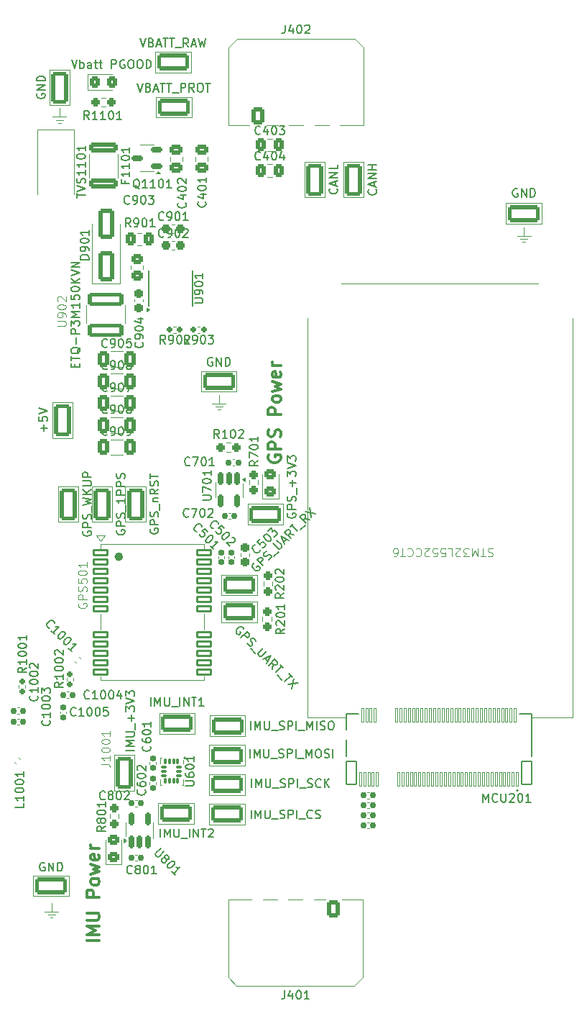
<source format=gbr>
%TF.GenerationSoftware,KiCad,Pcbnew,9.0.7*%
%TF.CreationDate,2026-02-10T22:30:16-08:00*%
%TF.ProjectId,SMU V1,534d5520-5631-42e6-9b69-6361645f7063,rev?*%
%TF.SameCoordinates,Original*%
%TF.FileFunction,Legend,Top*%
%TF.FilePolarity,Positive*%
%FSLAX46Y46*%
G04 Gerber Fmt 4.6, Leading zero omitted, Abs format (unit mm)*
G04 Created by KiCad (PCBNEW 9.0.7) date 2026-02-10 22:30:16*
%MOMM*%
%LPD*%
G01*
G04 APERTURE LIST*
G04 Aperture macros list*
%AMRoundRect*
0 Rectangle with rounded corners*
0 $1 Rounding radius*
0 $2 $3 $4 $5 $6 $7 $8 $9 X,Y pos of 4 corners*
0 Add a 4 corners polygon primitive as box body*
4,1,4,$2,$3,$4,$5,$6,$7,$8,$9,$2,$3,0*
0 Add four circle primitives for the rounded corners*
1,1,$1+$1,$2,$3*
1,1,$1+$1,$4,$5*
1,1,$1+$1,$6,$7*
1,1,$1+$1,$8,$9*
0 Add four rect primitives between the rounded corners*
20,1,$1+$1,$2,$3,$4,$5,0*
20,1,$1+$1,$4,$5,$6,$7,0*
20,1,$1+$1,$6,$7,$8,$9,0*
20,1,$1+$1,$8,$9,$2,$3,0*%
%AMOutline4P*
0 Free polygon, 4 corners , with rotation*
0 The origin of the aperture is its center*
0 number of corners: always 4*
0 $1 to $8 corner X, Y*
0 $9 Rotation angle, in degrees counterclockwise*
0 create outline with 4 corners*
4,1,4,$1,$2,$3,$4,$5,$6,$7,$8,$1,$2,$9*%
G04 Aperture macros list end*
%ADD10C,0.100000*%
%ADD11C,0.300000*%
%ADD12C,0.150000*%
%ADD13C,0.120000*%
%ADD14C,0.500000*%
%ADD15C,0.200000*%
%ADD16C,0.127000*%
%ADD17RoundRect,0.250000X1.650000X0.750000X-1.650000X0.750000X-1.650000X-0.750000X1.650000X-0.750000X0*%
%ADD18RoundRect,0.250000X-1.650000X-0.750000X1.650000X-0.750000X1.650000X0.750000X-1.650000X0.750000X0*%
%ADD19RoundRect,0.250000X0.450000X-0.325000X0.450000X0.325000X-0.450000X0.325000X-0.450000X-0.325000X0*%
%ADD20RoundRect,0.237500X-0.237500X0.250000X-0.237500X-0.250000X0.237500X-0.250000X0.237500X0.250000X0*%
%ADD21RoundRect,0.250000X0.750000X-1.650000X0.750000X1.650000X-0.750000X1.650000X-0.750000X-1.650000X0*%
%ADD22RoundRect,0.250000X-0.750000X1.650000X-0.750000X-1.650000X0.750000X-1.650000X0.750000X1.650000X0*%
%ADD23RoundRect,0.155000X-0.212500X-0.155000X0.212500X-0.155000X0.212500X0.155000X-0.212500X0.155000X0*%
%ADD24RoundRect,0.250000X-0.325000X-0.450000X0.325000X-0.450000X0.325000X0.450000X-0.325000X0.450000X0*%
%ADD25RoundRect,0.250000X0.337500X0.475000X-0.337500X0.475000X-0.337500X-0.475000X0.337500X-0.475000X0*%
%ADD26RoundRect,0.237500X0.237500X-0.250000X0.237500X0.250000X-0.237500X0.250000X-0.237500X-0.250000X0*%
%ADD27Outline4P,-1.800000X-1.150000X1.800000X-0.550000X1.800000X0.550000X-1.800000X1.150000X90.000000*%
%ADD28Outline4P,-1.800000X-1.150000X1.800000X-0.550000X1.800000X0.550000X-1.800000X1.150000X270.000000*%
%ADD29RoundRect,0.237500X-0.300000X-0.237500X0.300000X-0.237500X0.300000X0.237500X-0.300000X0.237500X0*%
%ADD30RoundRect,0.250000X-0.450000X0.350000X-0.450000X-0.350000X0.450000X-0.350000X0.450000X0.350000X0*%
%ADD31RoundRect,0.250000X-1.450000X0.312500X-1.450000X-0.312500X1.450000X-0.312500X1.450000X0.312500X0*%
%ADD32RoundRect,0.155000X0.259862X-0.040659X-0.040659X0.259862X-0.259862X0.040659X0.040659X-0.259862X0*%
%ADD33RoundRect,0.155000X0.155000X-0.212500X0.155000X0.212500X-0.155000X0.212500X-0.155000X-0.212500X0*%
%ADD34RoundRect,0.155000X0.212500X0.155000X-0.212500X0.155000X-0.212500X-0.155000X0.212500X-0.155000X0*%
%ADD35RoundRect,0.240000X-1.860000X-0.560000X1.860000X-0.560000X1.860000X0.560000X-1.860000X0.560000X0*%
%ADD36RoundRect,0.160000X0.197500X0.160000X-0.197500X0.160000X-0.197500X-0.160000X0.197500X-0.160000X0*%
%ADD37RoundRect,0.160000X-0.160000X0.197500X-0.160000X-0.197500X0.160000X-0.197500X0.160000X0.197500X0*%
%ADD38O,1.500000X2.020000*%
%ADD39RoundRect,0.250001X-0.499999X-0.759999X0.499999X-0.759999X0.499999X0.759999X-0.499999X0.759999X0*%
%ADD40C,3.000000*%
%ADD41RoundRect,0.155000X-0.155000X0.212500X-0.155000X-0.212500X0.155000X-0.212500X0.155000X0.212500X0*%
%ADD42RoundRect,0.237500X0.237500X-0.300000X0.237500X0.300000X-0.237500X0.300000X-0.237500X-0.300000X0*%
%ADD43RoundRect,0.250000X-0.475000X0.337500X-0.475000X-0.337500X0.475000X-0.337500X0.475000X0.337500X0*%
%ADD44C,2.502000*%
%ADD45RoundRect,0.250000X-0.412500X-0.650000X0.412500X-0.650000X0.412500X0.650000X-0.412500X0.650000X0*%
%ADD46RoundRect,0.162500X0.162500X-0.617500X0.162500X0.617500X-0.162500X0.617500X-0.162500X-0.617500X0*%
%ADD47RoundRect,0.250000X0.650000X-1.500000X0.650000X1.500000X-0.650000X1.500000X-0.650000X-1.500000X0*%
%ADD48RoundRect,0.237500X-0.250000X-0.237500X0.250000X-0.237500X0.250000X0.237500X-0.250000X0.237500X0*%
%ADD49RoundRect,0.135000X-0.815000X-0.315000X0.815000X-0.315000X0.815000X0.315000X-0.815000X0.315000X0*%
%ADD50RoundRect,0.162500X-0.162500X0.617500X-0.162500X-0.617500X0.162500X-0.617500X0.162500X0.617500X0*%
%ADD51RoundRect,0.160000X0.270468X-0.044194X-0.044194X0.270468X-0.270468X0.044194X0.044194X-0.270468X0*%
%ADD52RoundRect,0.250000X-0.337500X-0.475000X0.337500X-0.475000X0.337500X0.475000X-0.337500X0.475000X0*%
%ADD53RoundRect,0.237500X0.250000X0.237500X-0.250000X0.237500X-0.250000X-0.237500X0.250000X-0.237500X0*%
%ADD54RoundRect,0.150000X0.512500X0.150000X-0.512500X0.150000X-0.512500X-0.150000X0.512500X-0.150000X0*%
%ADD55R,1.550000X1.205000*%
%ADD56R,0.610000X1.910000*%
%ADD57RoundRect,0.250001X0.499999X0.759999X-0.499999X0.759999X-0.499999X-0.759999X0.499999X-0.759999X0*%
%ADD58RoundRect,0.102000X0.600000X1.375000X-0.600000X1.375000X-0.600000X-1.375000X0.600000X-1.375000X0*%
%ADD59C,5.702000*%
%ADD60RoundRect,0.051000X0.150000X0.775000X-0.150000X0.775000X-0.150000X-0.775000X0.150000X-0.775000X0*%
%ADD61C,1.600000*%
%ADD62C,1.100000*%
%ADD63RoundRect,0.087500X-0.087500X0.225000X-0.087500X-0.225000X0.087500X-0.225000X0.087500X0.225000X0*%
%ADD64RoundRect,0.087500X-0.225000X0.087500X-0.225000X-0.087500X0.225000X-0.087500X0.225000X0.087500X0*%
G04 APERTURE END LIST*
D10*
X65620000Y-80650000D02*
X65300000Y-80650000D01*
X46680000Y-45190000D02*
X46680000Y-46190000D01*
X46830000Y-46900000D02*
X46510000Y-46900000D01*
X47100000Y-46560000D02*
X46270000Y-46560000D01*
X46140000Y-140090000D02*
X45310000Y-140090000D01*
X102205000Y-60210000D02*
X100595000Y-60210000D01*
X66275000Y-79940000D02*
X64665000Y-79940000D01*
X47485000Y-46190000D02*
X45875000Y-46190000D01*
X46525000Y-139720000D02*
X44915000Y-139720000D01*
X65890000Y-80310000D02*
X65060000Y-80310000D01*
X45870000Y-140430000D02*
X45550000Y-140430000D01*
X65470000Y-78940000D02*
X65470000Y-79940000D01*
X101400000Y-59210000D02*
X101400000Y-60210000D01*
X45720000Y-138720000D02*
X45720000Y-139720000D01*
X101820000Y-60580000D02*
X100990000Y-60580000D01*
X101550000Y-60920000D02*
X101230000Y-60920000D01*
D11*
X51360828Y-143155489D02*
X49860828Y-143155489D01*
X51360828Y-142441203D02*
X49860828Y-142441203D01*
X49860828Y-142441203D02*
X50932257Y-141941203D01*
X50932257Y-141941203D02*
X49860828Y-141441203D01*
X49860828Y-141441203D02*
X51360828Y-141441203D01*
X49860828Y-140726917D02*
X51075114Y-140726917D01*
X51075114Y-140726917D02*
X51217971Y-140655488D01*
X51217971Y-140655488D02*
X51289400Y-140584060D01*
X51289400Y-140584060D02*
X51360828Y-140441202D01*
X51360828Y-140441202D02*
X51360828Y-140155488D01*
X51360828Y-140155488D02*
X51289400Y-140012631D01*
X51289400Y-140012631D02*
X51217971Y-139941202D01*
X51217971Y-139941202D02*
X51075114Y-139869774D01*
X51075114Y-139869774D02*
X49860828Y-139869774D01*
X51360828Y-138012631D02*
X49860828Y-138012631D01*
X49860828Y-138012631D02*
X49860828Y-137441202D01*
X49860828Y-137441202D02*
X49932257Y-137298345D01*
X49932257Y-137298345D02*
X50003685Y-137226916D01*
X50003685Y-137226916D02*
X50146542Y-137155488D01*
X50146542Y-137155488D02*
X50360828Y-137155488D01*
X50360828Y-137155488D02*
X50503685Y-137226916D01*
X50503685Y-137226916D02*
X50575114Y-137298345D01*
X50575114Y-137298345D02*
X50646542Y-137441202D01*
X50646542Y-137441202D02*
X50646542Y-138012631D01*
X51360828Y-136298345D02*
X51289400Y-136441202D01*
X51289400Y-136441202D02*
X51217971Y-136512631D01*
X51217971Y-136512631D02*
X51075114Y-136584059D01*
X51075114Y-136584059D02*
X50646542Y-136584059D01*
X50646542Y-136584059D02*
X50503685Y-136512631D01*
X50503685Y-136512631D02*
X50432257Y-136441202D01*
X50432257Y-136441202D02*
X50360828Y-136298345D01*
X50360828Y-136298345D02*
X50360828Y-136084059D01*
X50360828Y-136084059D02*
X50432257Y-135941202D01*
X50432257Y-135941202D02*
X50503685Y-135869774D01*
X50503685Y-135869774D02*
X50646542Y-135798345D01*
X50646542Y-135798345D02*
X51075114Y-135798345D01*
X51075114Y-135798345D02*
X51217971Y-135869774D01*
X51217971Y-135869774D02*
X51289400Y-135941202D01*
X51289400Y-135941202D02*
X51360828Y-136084059D01*
X51360828Y-136084059D02*
X51360828Y-136298345D01*
X50360828Y-135298345D02*
X51360828Y-135012631D01*
X51360828Y-135012631D02*
X50646542Y-134726916D01*
X50646542Y-134726916D02*
X51360828Y-134441202D01*
X51360828Y-134441202D02*
X50360828Y-134155488D01*
X51289400Y-133012630D02*
X51360828Y-133155487D01*
X51360828Y-133155487D02*
X51360828Y-133441202D01*
X51360828Y-133441202D02*
X51289400Y-133584059D01*
X51289400Y-133584059D02*
X51146542Y-133655487D01*
X51146542Y-133655487D02*
X50575114Y-133655487D01*
X50575114Y-133655487D02*
X50432257Y-133584059D01*
X50432257Y-133584059D02*
X50360828Y-133441202D01*
X50360828Y-133441202D02*
X50360828Y-133155487D01*
X50360828Y-133155487D02*
X50432257Y-133012630D01*
X50432257Y-133012630D02*
X50575114Y-132941202D01*
X50575114Y-132941202D02*
X50717971Y-132941202D01*
X50717971Y-132941202D02*
X50860828Y-133655487D01*
X51360828Y-132298345D02*
X50360828Y-132298345D01*
X50646542Y-132298345D02*
X50503685Y-132226916D01*
X50503685Y-132226916D02*
X50432257Y-132155488D01*
X50432257Y-132155488D02*
X50360828Y-132012630D01*
X50360828Y-132012630D02*
X50360828Y-131869773D01*
X71332257Y-86009774D02*
X71260828Y-86152632D01*
X71260828Y-86152632D02*
X71260828Y-86366917D01*
X71260828Y-86366917D02*
X71332257Y-86581203D01*
X71332257Y-86581203D02*
X71475114Y-86724060D01*
X71475114Y-86724060D02*
X71617971Y-86795489D01*
X71617971Y-86795489D02*
X71903685Y-86866917D01*
X71903685Y-86866917D02*
X72117971Y-86866917D01*
X72117971Y-86866917D02*
X72403685Y-86795489D01*
X72403685Y-86795489D02*
X72546542Y-86724060D01*
X72546542Y-86724060D02*
X72689400Y-86581203D01*
X72689400Y-86581203D02*
X72760828Y-86366917D01*
X72760828Y-86366917D02*
X72760828Y-86224060D01*
X72760828Y-86224060D02*
X72689400Y-86009774D01*
X72689400Y-86009774D02*
X72617971Y-85938346D01*
X72617971Y-85938346D02*
X72117971Y-85938346D01*
X72117971Y-85938346D02*
X72117971Y-86224060D01*
X72760828Y-85295489D02*
X71260828Y-85295489D01*
X71260828Y-85295489D02*
X71260828Y-84724060D01*
X71260828Y-84724060D02*
X71332257Y-84581203D01*
X71332257Y-84581203D02*
X71403685Y-84509774D01*
X71403685Y-84509774D02*
X71546542Y-84438346D01*
X71546542Y-84438346D02*
X71760828Y-84438346D01*
X71760828Y-84438346D02*
X71903685Y-84509774D01*
X71903685Y-84509774D02*
X71975114Y-84581203D01*
X71975114Y-84581203D02*
X72046542Y-84724060D01*
X72046542Y-84724060D02*
X72046542Y-85295489D01*
X72689400Y-83866917D02*
X72760828Y-83652632D01*
X72760828Y-83652632D02*
X72760828Y-83295489D01*
X72760828Y-83295489D02*
X72689400Y-83152632D01*
X72689400Y-83152632D02*
X72617971Y-83081203D01*
X72617971Y-83081203D02*
X72475114Y-83009774D01*
X72475114Y-83009774D02*
X72332257Y-83009774D01*
X72332257Y-83009774D02*
X72189400Y-83081203D01*
X72189400Y-83081203D02*
X72117971Y-83152632D01*
X72117971Y-83152632D02*
X72046542Y-83295489D01*
X72046542Y-83295489D02*
X71975114Y-83581203D01*
X71975114Y-83581203D02*
X71903685Y-83724060D01*
X71903685Y-83724060D02*
X71832257Y-83795489D01*
X71832257Y-83795489D02*
X71689400Y-83866917D01*
X71689400Y-83866917D02*
X71546542Y-83866917D01*
X71546542Y-83866917D02*
X71403685Y-83795489D01*
X71403685Y-83795489D02*
X71332257Y-83724060D01*
X71332257Y-83724060D02*
X71260828Y-83581203D01*
X71260828Y-83581203D02*
X71260828Y-83224060D01*
X71260828Y-83224060D02*
X71332257Y-83009774D01*
X72760828Y-81224061D02*
X71260828Y-81224061D01*
X71260828Y-81224061D02*
X71260828Y-80652632D01*
X71260828Y-80652632D02*
X71332257Y-80509775D01*
X71332257Y-80509775D02*
X71403685Y-80438346D01*
X71403685Y-80438346D02*
X71546542Y-80366918D01*
X71546542Y-80366918D02*
X71760828Y-80366918D01*
X71760828Y-80366918D02*
X71903685Y-80438346D01*
X71903685Y-80438346D02*
X71975114Y-80509775D01*
X71975114Y-80509775D02*
X72046542Y-80652632D01*
X72046542Y-80652632D02*
X72046542Y-81224061D01*
X72760828Y-79509775D02*
X72689400Y-79652632D01*
X72689400Y-79652632D02*
X72617971Y-79724061D01*
X72617971Y-79724061D02*
X72475114Y-79795489D01*
X72475114Y-79795489D02*
X72046542Y-79795489D01*
X72046542Y-79795489D02*
X71903685Y-79724061D01*
X71903685Y-79724061D02*
X71832257Y-79652632D01*
X71832257Y-79652632D02*
X71760828Y-79509775D01*
X71760828Y-79509775D02*
X71760828Y-79295489D01*
X71760828Y-79295489D02*
X71832257Y-79152632D01*
X71832257Y-79152632D02*
X71903685Y-79081204D01*
X71903685Y-79081204D02*
X72046542Y-79009775D01*
X72046542Y-79009775D02*
X72475114Y-79009775D01*
X72475114Y-79009775D02*
X72617971Y-79081204D01*
X72617971Y-79081204D02*
X72689400Y-79152632D01*
X72689400Y-79152632D02*
X72760828Y-79295489D01*
X72760828Y-79295489D02*
X72760828Y-79509775D01*
X71760828Y-78509775D02*
X72760828Y-78224061D01*
X72760828Y-78224061D02*
X72046542Y-77938346D01*
X72046542Y-77938346D02*
X72760828Y-77652632D01*
X72760828Y-77652632D02*
X71760828Y-77366918D01*
X72689400Y-76224060D02*
X72760828Y-76366917D01*
X72760828Y-76366917D02*
X72760828Y-76652632D01*
X72760828Y-76652632D02*
X72689400Y-76795489D01*
X72689400Y-76795489D02*
X72546542Y-76866917D01*
X72546542Y-76866917D02*
X71975114Y-76866917D01*
X71975114Y-76866917D02*
X71832257Y-76795489D01*
X71832257Y-76795489D02*
X71760828Y-76652632D01*
X71760828Y-76652632D02*
X71760828Y-76366917D01*
X71760828Y-76366917D02*
X71832257Y-76224060D01*
X71832257Y-76224060D02*
X71975114Y-76152632D01*
X71975114Y-76152632D02*
X72117971Y-76152632D01*
X72117971Y-76152632D02*
X72260828Y-76866917D01*
X72760828Y-75509775D02*
X71760828Y-75509775D01*
X72046542Y-75509775D02*
X71903685Y-75438346D01*
X71903685Y-75438346D02*
X71832257Y-75366918D01*
X71832257Y-75366918D02*
X71760828Y-75224060D01*
X71760828Y-75224060D02*
X71760828Y-75081203D01*
D12*
X69332381Y-125104819D02*
X69332381Y-124104819D01*
X69808571Y-125104819D02*
X69808571Y-124104819D01*
X69808571Y-124104819D02*
X70141904Y-124819104D01*
X70141904Y-124819104D02*
X70475237Y-124104819D01*
X70475237Y-124104819D02*
X70475237Y-125104819D01*
X70951428Y-124104819D02*
X70951428Y-124914342D01*
X70951428Y-124914342D02*
X70999047Y-125009580D01*
X70999047Y-125009580D02*
X71046666Y-125057200D01*
X71046666Y-125057200D02*
X71141904Y-125104819D01*
X71141904Y-125104819D02*
X71332380Y-125104819D01*
X71332380Y-125104819D02*
X71427618Y-125057200D01*
X71427618Y-125057200D02*
X71475237Y-125009580D01*
X71475237Y-125009580D02*
X71522856Y-124914342D01*
X71522856Y-124914342D02*
X71522856Y-124104819D01*
X71760952Y-125200057D02*
X72522856Y-125200057D01*
X72713333Y-125057200D02*
X72856190Y-125104819D01*
X72856190Y-125104819D02*
X73094285Y-125104819D01*
X73094285Y-125104819D02*
X73189523Y-125057200D01*
X73189523Y-125057200D02*
X73237142Y-125009580D01*
X73237142Y-125009580D02*
X73284761Y-124914342D01*
X73284761Y-124914342D02*
X73284761Y-124819104D01*
X73284761Y-124819104D02*
X73237142Y-124723866D01*
X73237142Y-124723866D02*
X73189523Y-124676247D01*
X73189523Y-124676247D02*
X73094285Y-124628628D01*
X73094285Y-124628628D02*
X72903809Y-124581009D01*
X72903809Y-124581009D02*
X72808571Y-124533390D01*
X72808571Y-124533390D02*
X72760952Y-124485771D01*
X72760952Y-124485771D02*
X72713333Y-124390533D01*
X72713333Y-124390533D02*
X72713333Y-124295295D01*
X72713333Y-124295295D02*
X72760952Y-124200057D01*
X72760952Y-124200057D02*
X72808571Y-124152438D01*
X72808571Y-124152438D02*
X72903809Y-124104819D01*
X72903809Y-124104819D02*
X73141904Y-124104819D01*
X73141904Y-124104819D02*
X73284761Y-124152438D01*
X73713333Y-125104819D02*
X73713333Y-124104819D01*
X73713333Y-124104819D02*
X74094285Y-124104819D01*
X74094285Y-124104819D02*
X74189523Y-124152438D01*
X74189523Y-124152438D02*
X74237142Y-124200057D01*
X74237142Y-124200057D02*
X74284761Y-124295295D01*
X74284761Y-124295295D02*
X74284761Y-124438152D01*
X74284761Y-124438152D02*
X74237142Y-124533390D01*
X74237142Y-124533390D02*
X74189523Y-124581009D01*
X74189523Y-124581009D02*
X74094285Y-124628628D01*
X74094285Y-124628628D02*
X73713333Y-124628628D01*
X74713333Y-125104819D02*
X74713333Y-124104819D01*
X74951428Y-125200057D02*
X75713332Y-125200057D01*
X75903809Y-125057200D02*
X76046666Y-125104819D01*
X76046666Y-125104819D02*
X76284761Y-125104819D01*
X76284761Y-125104819D02*
X76379999Y-125057200D01*
X76379999Y-125057200D02*
X76427618Y-125009580D01*
X76427618Y-125009580D02*
X76475237Y-124914342D01*
X76475237Y-124914342D02*
X76475237Y-124819104D01*
X76475237Y-124819104D02*
X76427618Y-124723866D01*
X76427618Y-124723866D02*
X76379999Y-124676247D01*
X76379999Y-124676247D02*
X76284761Y-124628628D01*
X76284761Y-124628628D02*
X76094285Y-124581009D01*
X76094285Y-124581009D02*
X75999047Y-124533390D01*
X75999047Y-124533390D02*
X75951428Y-124485771D01*
X75951428Y-124485771D02*
X75903809Y-124390533D01*
X75903809Y-124390533D02*
X75903809Y-124295295D01*
X75903809Y-124295295D02*
X75951428Y-124200057D01*
X75951428Y-124200057D02*
X75999047Y-124152438D01*
X75999047Y-124152438D02*
X76094285Y-124104819D01*
X76094285Y-124104819D02*
X76332380Y-124104819D01*
X76332380Y-124104819D02*
X76475237Y-124152438D01*
X77475237Y-125009580D02*
X77427618Y-125057200D01*
X77427618Y-125057200D02*
X77284761Y-125104819D01*
X77284761Y-125104819D02*
X77189523Y-125104819D01*
X77189523Y-125104819D02*
X77046666Y-125057200D01*
X77046666Y-125057200D02*
X76951428Y-124961961D01*
X76951428Y-124961961D02*
X76903809Y-124866723D01*
X76903809Y-124866723D02*
X76856190Y-124676247D01*
X76856190Y-124676247D02*
X76856190Y-124533390D01*
X76856190Y-124533390D02*
X76903809Y-124342914D01*
X76903809Y-124342914D02*
X76951428Y-124247676D01*
X76951428Y-124247676D02*
X77046666Y-124152438D01*
X77046666Y-124152438D02*
X77189523Y-124104819D01*
X77189523Y-124104819D02*
X77284761Y-124104819D01*
X77284761Y-124104819D02*
X77427618Y-124152438D01*
X77427618Y-124152438D02*
X77475237Y-124200057D01*
X77903809Y-125104819D02*
X77903809Y-124104819D01*
X78475237Y-125104819D02*
X78046666Y-124533390D01*
X78475237Y-124104819D02*
X77903809Y-124676247D01*
X64688095Y-74562439D02*
X64592857Y-74514820D01*
X64592857Y-74514820D02*
X64450000Y-74514820D01*
X64450000Y-74514820D02*
X64307143Y-74562439D01*
X64307143Y-74562439D02*
X64211905Y-74657677D01*
X64211905Y-74657677D02*
X64164286Y-74752915D01*
X64164286Y-74752915D02*
X64116667Y-74943391D01*
X64116667Y-74943391D02*
X64116667Y-75086248D01*
X64116667Y-75086248D02*
X64164286Y-75276724D01*
X64164286Y-75276724D02*
X64211905Y-75371962D01*
X64211905Y-75371962D02*
X64307143Y-75467201D01*
X64307143Y-75467201D02*
X64450000Y-75514820D01*
X64450000Y-75514820D02*
X64545238Y-75514820D01*
X64545238Y-75514820D02*
X64688095Y-75467201D01*
X64688095Y-75467201D02*
X64735714Y-75419581D01*
X64735714Y-75419581D02*
X64735714Y-75086248D01*
X64735714Y-75086248D02*
X64545238Y-75086248D01*
X65164286Y-75514820D02*
X65164286Y-74514820D01*
X65164286Y-74514820D02*
X65735714Y-75514820D01*
X65735714Y-75514820D02*
X65735714Y-74514820D01*
X66211905Y-75514820D02*
X66211905Y-74514820D01*
X66211905Y-74514820D02*
X66450000Y-74514820D01*
X66450000Y-74514820D02*
X66592857Y-74562439D01*
X66592857Y-74562439D02*
X66688095Y-74657677D01*
X66688095Y-74657677D02*
X66735714Y-74752915D01*
X66735714Y-74752915D02*
X66783333Y-74943391D01*
X66783333Y-74943391D02*
X66783333Y-75086248D01*
X66783333Y-75086248D02*
X66735714Y-75276724D01*
X66735714Y-75276724D02*
X66688095Y-75371962D01*
X66688095Y-75371962D02*
X66592857Y-75467201D01*
X66592857Y-75467201D02*
X66450000Y-75514820D01*
X66450000Y-75514820D02*
X66211905Y-75514820D01*
X73114819Y-102249047D02*
X72638628Y-102582380D01*
X73114819Y-102820475D02*
X72114819Y-102820475D01*
X72114819Y-102820475D02*
X72114819Y-102439523D01*
X72114819Y-102439523D02*
X72162438Y-102344285D01*
X72162438Y-102344285D02*
X72210057Y-102296666D01*
X72210057Y-102296666D02*
X72305295Y-102249047D01*
X72305295Y-102249047D02*
X72448152Y-102249047D01*
X72448152Y-102249047D02*
X72543390Y-102296666D01*
X72543390Y-102296666D02*
X72591009Y-102344285D01*
X72591009Y-102344285D02*
X72638628Y-102439523D01*
X72638628Y-102439523D02*
X72638628Y-102820475D01*
X72210057Y-101868094D02*
X72162438Y-101820475D01*
X72162438Y-101820475D02*
X72114819Y-101725237D01*
X72114819Y-101725237D02*
X72114819Y-101487142D01*
X72114819Y-101487142D02*
X72162438Y-101391904D01*
X72162438Y-101391904D02*
X72210057Y-101344285D01*
X72210057Y-101344285D02*
X72305295Y-101296666D01*
X72305295Y-101296666D02*
X72400533Y-101296666D01*
X72400533Y-101296666D02*
X72543390Y-101344285D01*
X72543390Y-101344285D02*
X73114819Y-101915713D01*
X73114819Y-101915713D02*
X73114819Y-101296666D01*
X72114819Y-100677618D02*
X72114819Y-100582380D01*
X72114819Y-100582380D02*
X72162438Y-100487142D01*
X72162438Y-100487142D02*
X72210057Y-100439523D01*
X72210057Y-100439523D02*
X72305295Y-100391904D01*
X72305295Y-100391904D02*
X72495771Y-100344285D01*
X72495771Y-100344285D02*
X72733866Y-100344285D01*
X72733866Y-100344285D02*
X72924342Y-100391904D01*
X72924342Y-100391904D02*
X73019580Y-100439523D01*
X73019580Y-100439523D02*
X73067200Y-100487142D01*
X73067200Y-100487142D02*
X73114819Y-100582380D01*
X73114819Y-100582380D02*
X73114819Y-100677618D01*
X73114819Y-100677618D02*
X73067200Y-100772856D01*
X73067200Y-100772856D02*
X73019580Y-100820475D01*
X73019580Y-100820475D02*
X72924342Y-100868094D01*
X72924342Y-100868094D02*
X72733866Y-100915713D01*
X72733866Y-100915713D02*
X72495771Y-100915713D01*
X72495771Y-100915713D02*
X72305295Y-100868094D01*
X72305295Y-100868094D02*
X72210057Y-100820475D01*
X72210057Y-100820475D02*
X72162438Y-100772856D01*
X72162438Y-100772856D02*
X72114819Y-100677618D01*
X72210057Y-99963332D02*
X72162438Y-99915713D01*
X72162438Y-99915713D02*
X72114819Y-99820475D01*
X72114819Y-99820475D02*
X72114819Y-99582380D01*
X72114819Y-99582380D02*
X72162438Y-99487142D01*
X72162438Y-99487142D02*
X72210057Y-99439523D01*
X72210057Y-99439523D02*
X72305295Y-99391904D01*
X72305295Y-99391904D02*
X72400533Y-99391904D01*
X72400533Y-99391904D02*
X72543390Y-99439523D01*
X72543390Y-99439523D02*
X73114819Y-100010951D01*
X73114819Y-100010951D02*
X73114819Y-99391904D01*
X55514819Y-120736189D02*
X54514819Y-120736189D01*
X55514819Y-120259999D02*
X54514819Y-120259999D01*
X54514819Y-120259999D02*
X55229104Y-119926666D01*
X55229104Y-119926666D02*
X54514819Y-119593333D01*
X54514819Y-119593333D02*
X55514819Y-119593333D01*
X54514819Y-119117142D02*
X55324342Y-119117142D01*
X55324342Y-119117142D02*
X55419580Y-119069523D01*
X55419580Y-119069523D02*
X55467200Y-119021904D01*
X55467200Y-119021904D02*
X55514819Y-118926666D01*
X55514819Y-118926666D02*
X55514819Y-118736190D01*
X55514819Y-118736190D02*
X55467200Y-118640952D01*
X55467200Y-118640952D02*
X55419580Y-118593333D01*
X55419580Y-118593333D02*
X55324342Y-118545714D01*
X55324342Y-118545714D02*
X54514819Y-118545714D01*
X55610057Y-118307619D02*
X55610057Y-117545714D01*
X55133866Y-117307618D02*
X55133866Y-116545714D01*
X55514819Y-116926666D02*
X54752914Y-116926666D01*
X54514819Y-116164761D02*
X54514819Y-115545714D01*
X54514819Y-115545714D02*
X54895771Y-115879047D01*
X54895771Y-115879047D02*
X54895771Y-115736190D01*
X54895771Y-115736190D02*
X54943390Y-115640952D01*
X54943390Y-115640952D02*
X54991009Y-115593333D01*
X54991009Y-115593333D02*
X55086247Y-115545714D01*
X55086247Y-115545714D02*
X55324342Y-115545714D01*
X55324342Y-115545714D02*
X55419580Y-115593333D01*
X55419580Y-115593333D02*
X55467200Y-115640952D01*
X55467200Y-115640952D02*
X55514819Y-115736190D01*
X55514819Y-115736190D02*
X55514819Y-116021904D01*
X55514819Y-116021904D02*
X55467200Y-116117142D01*
X55467200Y-116117142D02*
X55419580Y-116164761D01*
X54514819Y-115259999D02*
X55514819Y-114926666D01*
X55514819Y-114926666D02*
X54514819Y-114593333D01*
X54514819Y-114355237D02*
X54514819Y-113736190D01*
X54514819Y-113736190D02*
X54895771Y-114069523D01*
X54895771Y-114069523D02*
X54895771Y-113926666D01*
X54895771Y-113926666D02*
X54943390Y-113831428D01*
X54943390Y-113831428D02*
X54991009Y-113783809D01*
X54991009Y-113783809D02*
X55086247Y-113736190D01*
X55086247Y-113736190D02*
X55324342Y-113736190D01*
X55324342Y-113736190D02*
X55419580Y-113783809D01*
X55419580Y-113783809D02*
X55467200Y-113831428D01*
X55467200Y-113831428D02*
X55514819Y-113926666D01*
X55514819Y-113926666D02*
X55514819Y-114212380D01*
X55514819Y-114212380D02*
X55467200Y-114307618D01*
X55467200Y-114307618D02*
X55419580Y-114355237D01*
X69199048Y-118324819D02*
X69199048Y-117324819D01*
X69675238Y-118324819D02*
X69675238Y-117324819D01*
X69675238Y-117324819D02*
X70008571Y-118039104D01*
X70008571Y-118039104D02*
X70341904Y-117324819D01*
X70341904Y-117324819D02*
X70341904Y-118324819D01*
X70818095Y-117324819D02*
X70818095Y-118134342D01*
X70818095Y-118134342D02*
X70865714Y-118229580D01*
X70865714Y-118229580D02*
X70913333Y-118277200D01*
X70913333Y-118277200D02*
X71008571Y-118324819D01*
X71008571Y-118324819D02*
X71199047Y-118324819D01*
X71199047Y-118324819D02*
X71294285Y-118277200D01*
X71294285Y-118277200D02*
X71341904Y-118229580D01*
X71341904Y-118229580D02*
X71389523Y-118134342D01*
X71389523Y-118134342D02*
X71389523Y-117324819D01*
X71627619Y-118420057D02*
X72389523Y-118420057D01*
X72580000Y-118277200D02*
X72722857Y-118324819D01*
X72722857Y-118324819D02*
X72960952Y-118324819D01*
X72960952Y-118324819D02*
X73056190Y-118277200D01*
X73056190Y-118277200D02*
X73103809Y-118229580D01*
X73103809Y-118229580D02*
X73151428Y-118134342D01*
X73151428Y-118134342D02*
X73151428Y-118039104D01*
X73151428Y-118039104D02*
X73103809Y-117943866D01*
X73103809Y-117943866D02*
X73056190Y-117896247D01*
X73056190Y-117896247D02*
X72960952Y-117848628D01*
X72960952Y-117848628D02*
X72770476Y-117801009D01*
X72770476Y-117801009D02*
X72675238Y-117753390D01*
X72675238Y-117753390D02*
X72627619Y-117705771D01*
X72627619Y-117705771D02*
X72580000Y-117610533D01*
X72580000Y-117610533D02*
X72580000Y-117515295D01*
X72580000Y-117515295D02*
X72627619Y-117420057D01*
X72627619Y-117420057D02*
X72675238Y-117372438D01*
X72675238Y-117372438D02*
X72770476Y-117324819D01*
X72770476Y-117324819D02*
X73008571Y-117324819D01*
X73008571Y-117324819D02*
X73151428Y-117372438D01*
X73580000Y-118324819D02*
X73580000Y-117324819D01*
X73580000Y-117324819D02*
X73960952Y-117324819D01*
X73960952Y-117324819D02*
X74056190Y-117372438D01*
X74056190Y-117372438D02*
X74103809Y-117420057D01*
X74103809Y-117420057D02*
X74151428Y-117515295D01*
X74151428Y-117515295D02*
X74151428Y-117658152D01*
X74151428Y-117658152D02*
X74103809Y-117753390D01*
X74103809Y-117753390D02*
X74056190Y-117801009D01*
X74056190Y-117801009D02*
X73960952Y-117848628D01*
X73960952Y-117848628D02*
X73580000Y-117848628D01*
X74580000Y-118324819D02*
X74580000Y-117324819D01*
X74818095Y-118420057D02*
X75579999Y-118420057D01*
X75818095Y-118324819D02*
X75818095Y-117324819D01*
X75818095Y-117324819D02*
X76151428Y-118039104D01*
X76151428Y-118039104D02*
X76484761Y-117324819D01*
X76484761Y-117324819D02*
X76484761Y-118324819D01*
X76960952Y-118324819D02*
X76960952Y-117324819D01*
X77389523Y-118277200D02*
X77532380Y-118324819D01*
X77532380Y-118324819D02*
X77770475Y-118324819D01*
X77770475Y-118324819D02*
X77865713Y-118277200D01*
X77865713Y-118277200D02*
X77913332Y-118229580D01*
X77913332Y-118229580D02*
X77960951Y-118134342D01*
X77960951Y-118134342D02*
X77960951Y-118039104D01*
X77960951Y-118039104D02*
X77913332Y-117943866D01*
X77913332Y-117943866D02*
X77865713Y-117896247D01*
X77865713Y-117896247D02*
X77770475Y-117848628D01*
X77770475Y-117848628D02*
X77579999Y-117801009D01*
X77579999Y-117801009D02*
X77484761Y-117753390D01*
X77484761Y-117753390D02*
X77437142Y-117705771D01*
X77437142Y-117705771D02*
X77389523Y-117610533D01*
X77389523Y-117610533D02*
X77389523Y-117515295D01*
X77389523Y-117515295D02*
X77437142Y-117420057D01*
X77437142Y-117420057D02*
X77484761Y-117372438D01*
X77484761Y-117372438D02*
X77579999Y-117324819D01*
X77579999Y-117324819D02*
X77818094Y-117324819D01*
X77818094Y-117324819D02*
X77960951Y-117372438D01*
X78579999Y-117324819D02*
X78770475Y-117324819D01*
X78770475Y-117324819D02*
X78865713Y-117372438D01*
X78865713Y-117372438D02*
X78960951Y-117467676D01*
X78960951Y-117467676D02*
X79008570Y-117658152D01*
X79008570Y-117658152D02*
X79008570Y-117991485D01*
X79008570Y-117991485D02*
X78960951Y-118181961D01*
X78960951Y-118181961D02*
X78865713Y-118277200D01*
X78865713Y-118277200D02*
X78770475Y-118324819D01*
X78770475Y-118324819D02*
X78579999Y-118324819D01*
X78579999Y-118324819D02*
X78484761Y-118277200D01*
X78484761Y-118277200D02*
X78389523Y-118181961D01*
X78389523Y-118181961D02*
X78341904Y-117991485D01*
X78341904Y-117991485D02*
X78341904Y-117658152D01*
X78341904Y-117658152D02*
X78389523Y-117467676D01*
X78389523Y-117467676D02*
X78484761Y-117372438D01*
X78484761Y-117372438D02*
X78579999Y-117324819D01*
X44863866Y-83205713D02*
X44863866Y-82443809D01*
X45244819Y-82824761D02*
X44482914Y-82824761D01*
X44244819Y-81491428D02*
X44244819Y-81967618D01*
X44244819Y-81967618D02*
X44721009Y-82015237D01*
X44721009Y-82015237D02*
X44673390Y-81967618D01*
X44673390Y-81967618D02*
X44625771Y-81872380D01*
X44625771Y-81872380D02*
X44625771Y-81634285D01*
X44625771Y-81634285D02*
X44673390Y-81539047D01*
X44673390Y-81539047D02*
X44721009Y-81491428D01*
X44721009Y-81491428D02*
X44816247Y-81443809D01*
X44816247Y-81443809D02*
X45054342Y-81443809D01*
X45054342Y-81443809D02*
X45149580Y-81491428D01*
X45149580Y-81491428D02*
X45197200Y-81539047D01*
X45197200Y-81539047D02*
X45244819Y-81634285D01*
X45244819Y-81634285D02*
X45244819Y-81872380D01*
X45244819Y-81872380D02*
X45197200Y-81967618D01*
X45197200Y-81967618D02*
X45149580Y-82015237D01*
X44244819Y-81158094D02*
X45244819Y-80824761D01*
X45244819Y-80824761D02*
X44244819Y-80491428D01*
X52030952Y-126449580D02*
X51983333Y-126497200D01*
X51983333Y-126497200D02*
X51840476Y-126544819D01*
X51840476Y-126544819D02*
X51745238Y-126544819D01*
X51745238Y-126544819D02*
X51602381Y-126497200D01*
X51602381Y-126497200D02*
X51507143Y-126401961D01*
X51507143Y-126401961D02*
X51459524Y-126306723D01*
X51459524Y-126306723D02*
X51411905Y-126116247D01*
X51411905Y-126116247D02*
X51411905Y-125973390D01*
X51411905Y-125973390D02*
X51459524Y-125782914D01*
X51459524Y-125782914D02*
X51507143Y-125687676D01*
X51507143Y-125687676D02*
X51602381Y-125592438D01*
X51602381Y-125592438D02*
X51745238Y-125544819D01*
X51745238Y-125544819D02*
X51840476Y-125544819D01*
X51840476Y-125544819D02*
X51983333Y-125592438D01*
X51983333Y-125592438D02*
X52030952Y-125640057D01*
X52602381Y-125973390D02*
X52507143Y-125925771D01*
X52507143Y-125925771D02*
X52459524Y-125878152D01*
X52459524Y-125878152D02*
X52411905Y-125782914D01*
X52411905Y-125782914D02*
X52411905Y-125735295D01*
X52411905Y-125735295D02*
X52459524Y-125640057D01*
X52459524Y-125640057D02*
X52507143Y-125592438D01*
X52507143Y-125592438D02*
X52602381Y-125544819D01*
X52602381Y-125544819D02*
X52792857Y-125544819D01*
X52792857Y-125544819D02*
X52888095Y-125592438D01*
X52888095Y-125592438D02*
X52935714Y-125640057D01*
X52935714Y-125640057D02*
X52983333Y-125735295D01*
X52983333Y-125735295D02*
X52983333Y-125782914D01*
X52983333Y-125782914D02*
X52935714Y-125878152D01*
X52935714Y-125878152D02*
X52888095Y-125925771D01*
X52888095Y-125925771D02*
X52792857Y-125973390D01*
X52792857Y-125973390D02*
X52602381Y-125973390D01*
X52602381Y-125973390D02*
X52507143Y-126021009D01*
X52507143Y-126021009D02*
X52459524Y-126068628D01*
X52459524Y-126068628D02*
X52411905Y-126163866D01*
X52411905Y-126163866D02*
X52411905Y-126354342D01*
X52411905Y-126354342D02*
X52459524Y-126449580D01*
X52459524Y-126449580D02*
X52507143Y-126497200D01*
X52507143Y-126497200D02*
X52602381Y-126544819D01*
X52602381Y-126544819D02*
X52792857Y-126544819D01*
X52792857Y-126544819D02*
X52888095Y-126497200D01*
X52888095Y-126497200D02*
X52935714Y-126449580D01*
X52935714Y-126449580D02*
X52983333Y-126354342D01*
X52983333Y-126354342D02*
X52983333Y-126163866D01*
X52983333Y-126163866D02*
X52935714Y-126068628D01*
X52935714Y-126068628D02*
X52888095Y-126021009D01*
X52888095Y-126021009D02*
X52792857Y-125973390D01*
X53602381Y-125544819D02*
X53697619Y-125544819D01*
X53697619Y-125544819D02*
X53792857Y-125592438D01*
X53792857Y-125592438D02*
X53840476Y-125640057D01*
X53840476Y-125640057D02*
X53888095Y-125735295D01*
X53888095Y-125735295D02*
X53935714Y-125925771D01*
X53935714Y-125925771D02*
X53935714Y-126163866D01*
X53935714Y-126163866D02*
X53888095Y-126354342D01*
X53888095Y-126354342D02*
X53840476Y-126449580D01*
X53840476Y-126449580D02*
X53792857Y-126497200D01*
X53792857Y-126497200D02*
X53697619Y-126544819D01*
X53697619Y-126544819D02*
X53602381Y-126544819D01*
X53602381Y-126544819D02*
X53507143Y-126497200D01*
X53507143Y-126497200D02*
X53459524Y-126449580D01*
X53459524Y-126449580D02*
X53411905Y-126354342D01*
X53411905Y-126354342D02*
X53364286Y-126163866D01*
X53364286Y-126163866D02*
X53364286Y-125925771D01*
X53364286Y-125925771D02*
X53411905Y-125735295D01*
X53411905Y-125735295D02*
X53459524Y-125640057D01*
X53459524Y-125640057D02*
X53507143Y-125592438D01*
X53507143Y-125592438D02*
X53602381Y-125544819D01*
X54316667Y-125640057D02*
X54364286Y-125592438D01*
X54364286Y-125592438D02*
X54459524Y-125544819D01*
X54459524Y-125544819D02*
X54697619Y-125544819D01*
X54697619Y-125544819D02*
X54792857Y-125592438D01*
X54792857Y-125592438D02*
X54840476Y-125640057D01*
X54840476Y-125640057D02*
X54888095Y-125735295D01*
X54888095Y-125735295D02*
X54888095Y-125830533D01*
X54888095Y-125830533D02*
X54840476Y-125973390D01*
X54840476Y-125973390D02*
X54269048Y-126544819D01*
X54269048Y-126544819D02*
X54888095Y-126544819D01*
X48091904Y-39504819D02*
X48425237Y-40504819D01*
X48425237Y-40504819D02*
X48758570Y-39504819D01*
X49091904Y-40504819D02*
X49091904Y-39504819D01*
X49091904Y-39885771D02*
X49187142Y-39838152D01*
X49187142Y-39838152D02*
X49377618Y-39838152D01*
X49377618Y-39838152D02*
X49472856Y-39885771D01*
X49472856Y-39885771D02*
X49520475Y-39933390D01*
X49520475Y-39933390D02*
X49568094Y-40028628D01*
X49568094Y-40028628D02*
X49568094Y-40314342D01*
X49568094Y-40314342D02*
X49520475Y-40409580D01*
X49520475Y-40409580D02*
X49472856Y-40457200D01*
X49472856Y-40457200D02*
X49377618Y-40504819D01*
X49377618Y-40504819D02*
X49187142Y-40504819D01*
X49187142Y-40504819D02*
X49091904Y-40457200D01*
X50425237Y-40504819D02*
X50425237Y-39981009D01*
X50425237Y-39981009D02*
X50377618Y-39885771D01*
X50377618Y-39885771D02*
X50282380Y-39838152D01*
X50282380Y-39838152D02*
X50091904Y-39838152D01*
X50091904Y-39838152D02*
X49996666Y-39885771D01*
X50425237Y-40457200D02*
X50329999Y-40504819D01*
X50329999Y-40504819D02*
X50091904Y-40504819D01*
X50091904Y-40504819D02*
X49996666Y-40457200D01*
X49996666Y-40457200D02*
X49949047Y-40361961D01*
X49949047Y-40361961D02*
X49949047Y-40266723D01*
X49949047Y-40266723D02*
X49996666Y-40171485D01*
X49996666Y-40171485D02*
X50091904Y-40123866D01*
X50091904Y-40123866D02*
X50329999Y-40123866D01*
X50329999Y-40123866D02*
X50425237Y-40076247D01*
X50758571Y-39838152D02*
X51139523Y-39838152D01*
X50901428Y-39504819D02*
X50901428Y-40361961D01*
X50901428Y-40361961D02*
X50949047Y-40457200D01*
X50949047Y-40457200D02*
X51044285Y-40504819D01*
X51044285Y-40504819D02*
X51139523Y-40504819D01*
X51330000Y-39838152D02*
X51710952Y-39838152D01*
X51472857Y-39504819D02*
X51472857Y-40361961D01*
X51472857Y-40361961D02*
X51520476Y-40457200D01*
X51520476Y-40457200D02*
X51615714Y-40504819D01*
X51615714Y-40504819D02*
X51710952Y-40504819D01*
X52806191Y-40504819D02*
X52806191Y-39504819D01*
X52806191Y-39504819D02*
X53187143Y-39504819D01*
X53187143Y-39504819D02*
X53282381Y-39552438D01*
X53282381Y-39552438D02*
X53330000Y-39600057D01*
X53330000Y-39600057D02*
X53377619Y-39695295D01*
X53377619Y-39695295D02*
X53377619Y-39838152D01*
X53377619Y-39838152D02*
X53330000Y-39933390D01*
X53330000Y-39933390D02*
X53282381Y-39981009D01*
X53282381Y-39981009D02*
X53187143Y-40028628D01*
X53187143Y-40028628D02*
X52806191Y-40028628D01*
X54330000Y-39552438D02*
X54234762Y-39504819D01*
X54234762Y-39504819D02*
X54091905Y-39504819D01*
X54091905Y-39504819D02*
X53949048Y-39552438D01*
X53949048Y-39552438D02*
X53853810Y-39647676D01*
X53853810Y-39647676D02*
X53806191Y-39742914D01*
X53806191Y-39742914D02*
X53758572Y-39933390D01*
X53758572Y-39933390D02*
X53758572Y-40076247D01*
X53758572Y-40076247D02*
X53806191Y-40266723D01*
X53806191Y-40266723D02*
X53853810Y-40361961D01*
X53853810Y-40361961D02*
X53949048Y-40457200D01*
X53949048Y-40457200D02*
X54091905Y-40504819D01*
X54091905Y-40504819D02*
X54187143Y-40504819D01*
X54187143Y-40504819D02*
X54330000Y-40457200D01*
X54330000Y-40457200D02*
X54377619Y-40409580D01*
X54377619Y-40409580D02*
X54377619Y-40076247D01*
X54377619Y-40076247D02*
X54187143Y-40076247D01*
X54996667Y-39504819D02*
X55187143Y-39504819D01*
X55187143Y-39504819D02*
X55282381Y-39552438D01*
X55282381Y-39552438D02*
X55377619Y-39647676D01*
X55377619Y-39647676D02*
X55425238Y-39838152D01*
X55425238Y-39838152D02*
X55425238Y-40171485D01*
X55425238Y-40171485D02*
X55377619Y-40361961D01*
X55377619Y-40361961D02*
X55282381Y-40457200D01*
X55282381Y-40457200D02*
X55187143Y-40504819D01*
X55187143Y-40504819D02*
X54996667Y-40504819D01*
X54996667Y-40504819D02*
X54901429Y-40457200D01*
X54901429Y-40457200D02*
X54806191Y-40361961D01*
X54806191Y-40361961D02*
X54758572Y-40171485D01*
X54758572Y-40171485D02*
X54758572Y-39838152D01*
X54758572Y-39838152D02*
X54806191Y-39647676D01*
X54806191Y-39647676D02*
X54901429Y-39552438D01*
X54901429Y-39552438D02*
X54996667Y-39504819D01*
X56044286Y-39504819D02*
X56234762Y-39504819D01*
X56234762Y-39504819D02*
X56330000Y-39552438D01*
X56330000Y-39552438D02*
X56425238Y-39647676D01*
X56425238Y-39647676D02*
X56472857Y-39838152D01*
X56472857Y-39838152D02*
X56472857Y-40171485D01*
X56472857Y-40171485D02*
X56425238Y-40361961D01*
X56425238Y-40361961D02*
X56330000Y-40457200D01*
X56330000Y-40457200D02*
X56234762Y-40504819D01*
X56234762Y-40504819D02*
X56044286Y-40504819D01*
X56044286Y-40504819D02*
X55949048Y-40457200D01*
X55949048Y-40457200D02*
X55853810Y-40361961D01*
X55853810Y-40361961D02*
X55806191Y-40171485D01*
X55806191Y-40171485D02*
X55806191Y-39838152D01*
X55806191Y-39838152D02*
X55853810Y-39647676D01*
X55853810Y-39647676D02*
X55949048Y-39552438D01*
X55949048Y-39552438D02*
X56044286Y-39504819D01*
X56901429Y-40504819D02*
X56901429Y-39504819D01*
X56901429Y-39504819D02*
X57139524Y-39504819D01*
X57139524Y-39504819D02*
X57282381Y-39552438D01*
X57282381Y-39552438D02*
X57377619Y-39647676D01*
X57377619Y-39647676D02*
X57425238Y-39742914D01*
X57425238Y-39742914D02*
X57472857Y-39933390D01*
X57472857Y-39933390D02*
X57472857Y-40076247D01*
X57472857Y-40076247D02*
X57425238Y-40266723D01*
X57425238Y-40266723D02*
X57377619Y-40361961D01*
X57377619Y-40361961D02*
X57282381Y-40457200D01*
X57282381Y-40457200D02*
X57139524Y-40504819D01*
X57139524Y-40504819D02*
X56901429Y-40504819D01*
X54910952Y-56369580D02*
X54863333Y-56417200D01*
X54863333Y-56417200D02*
X54720476Y-56464819D01*
X54720476Y-56464819D02*
X54625238Y-56464819D01*
X54625238Y-56464819D02*
X54482381Y-56417200D01*
X54482381Y-56417200D02*
X54387143Y-56321961D01*
X54387143Y-56321961D02*
X54339524Y-56226723D01*
X54339524Y-56226723D02*
X54291905Y-56036247D01*
X54291905Y-56036247D02*
X54291905Y-55893390D01*
X54291905Y-55893390D02*
X54339524Y-55702914D01*
X54339524Y-55702914D02*
X54387143Y-55607676D01*
X54387143Y-55607676D02*
X54482381Y-55512438D01*
X54482381Y-55512438D02*
X54625238Y-55464819D01*
X54625238Y-55464819D02*
X54720476Y-55464819D01*
X54720476Y-55464819D02*
X54863333Y-55512438D01*
X54863333Y-55512438D02*
X54910952Y-55560057D01*
X55387143Y-56464819D02*
X55577619Y-56464819D01*
X55577619Y-56464819D02*
X55672857Y-56417200D01*
X55672857Y-56417200D02*
X55720476Y-56369580D01*
X55720476Y-56369580D02*
X55815714Y-56226723D01*
X55815714Y-56226723D02*
X55863333Y-56036247D01*
X55863333Y-56036247D02*
X55863333Y-55655295D01*
X55863333Y-55655295D02*
X55815714Y-55560057D01*
X55815714Y-55560057D02*
X55768095Y-55512438D01*
X55768095Y-55512438D02*
X55672857Y-55464819D01*
X55672857Y-55464819D02*
X55482381Y-55464819D01*
X55482381Y-55464819D02*
X55387143Y-55512438D01*
X55387143Y-55512438D02*
X55339524Y-55560057D01*
X55339524Y-55560057D02*
X55291905Y-55655295D01*
X55291905Y-55655295D02*
X55291905Y-55893390D01*
X55291905Y-55893390D02*
X55339524Y-55988628D01*
X55339524Y-55988628D02*
X55387143Y-56036247D01*
X55387143Y-56036247D02*
X55482381Y-56083866D01*
X55482381Y-56083866D02*
X55672857Y-56083866D01*
X55672857Y-56083866D02*
X55768095Y-56036247D01*
X55768095Y-56036247D02*
X55815714Y-55988628D01*
X55815714Y-55988628D02*
X55863333Y-55893390D01*
X56482381Y-55464819D02*
X56577619Y-55464819D01*
X56577619Y-55464819D02*
X56672857Y-55512438D01*
X56672857Y-55512438D02*
X56720476Y-55560057D01*
X56720476Y-55560057D02*
X56768095Y-55655295D01*
X56768095Y-55655295D02*
X56815714Y-55845771D01*
X56815714Y-55845771D02*
X56815714Y-56083866D01*
X56815714Y-56083866D02*
X56768095Y-56274342D01*
X56768095Y-56274342D02*
X56720476Y-56369580D01*
X56720476Y-56369580D02*
X56672857Y-56417200D01*
X56672857Y-56417200D02*
X56577619Y-56464819D01*
X56577619Y-56464819D02*
X56482381Y-56464819D01*
X56482381Y-56464819D02*
X56387143Y-56417200D01*
X56387143Y-56417200D02*
X56339524Y-56369580D01*
X56339524Y-56369580D02*
X56291905Y-56274342D01*
X56291905Y-56274342D02*
X56244286Y-56083866D01*
X56244286Y-56083866D02*
X56244286Y-55845771D01*
X56244286Y-55845771D02*
X56291905Y-55655295D01*
X56291905Y-55655295D02*
X56339524Y-55560057D01*
X56339524Y-55560057D02*
X56387143Y-55512438D01*
X56387143Y-55512438D02*
X56482381Y-55464819D01*
X57149048Y-55464819D02*
X57768095Y-55464819D01*
X57768095Y-55464819D02*
X57434762Y-55845771D01*
X57434762Y-55845771D02*
X57577619Y-55845771D01*
X57577619Y-55845771D02*
X57672857Y-55893390D01*
X57672857Y-55893390D02*
X57720476Y-55941009D01*
X57720476Y-55941009D02*
X57768095Y-56036247D01*
X57768095Y-56036247D02*
X57768095Y-56274342D01*
X57768095Y-56274342D02*
X57720476Y-56369580D01*
X57720476Y-56369580D02*
X57672857Y-56417200D01*
X57672857Y-56417200D02*
X57577619Y-56464819D01*
X57577619Y-56464819D02*
X57291905Y-56464819D01*
X57291905Y-56464819D02*
X57196667Y-56417200D01*
X57196667Y-56417200D02*
X57149048Y-56369580D01*
X70074819Y-86669047D02*
X69598628Y-87002380D01*
X70074819Y-87240475D02*
X69074819Y-87240475D01*
X69074819Y-87240475D02*
X69074819Y-86859523D01*
X69074819Y-86859523D02*
X69122438Y-86764285D01*
X69122438Y-86764285D02*
X69170057Y-86716666D01*
X69170057Y-86716666D02*
X69265295Y-86669047D01*
X69265295Y-86669047D02*
X69408152Y-86669047D01*
X69408152Y-86669047D02*
X69503390Y-86716666D01*
X69503390Y-86716666D02*
X69551009Y-86764285D01*
X69551009Y-86764285D02*
X69598628Y-86859523D01*
X69598628Y-86859523D02*
X69598628Y-87240475D01*
X69074819Y-86335713D02*
X69074819Y-85669047D01*
X69074819Y-85669047D02*
X70074819Y-86097618D01*
X69074819Y-85097618D02*
X69074819Y-85002380D01*
X69074819Y-85002380D02*
X69122438Y-84907142D01*
X69122438Y-84907142D02*
X69170057Y-84859523D01*
X69170057Y-84859523D02*
X69265295Y-84811904D01*
X69265295Y-84811904D02*
X69455771Y-84764285D01*
X69455771Y-84764285D02*
X69693866Y-84764285D01*
X69693866Y-84764285D02*
X69884342Y-84811904D01*
X69884342Y-84811904D02*
X69979580Y-84859523D01*
X69979580Y-84859523D02*
X70027200Y-84907142D01*
X70027200Y-84907142D02*
X70074819Y-85002380D01*
X70074819Y-85002380D02*
X70074819Y-85097618D01*
X70074819Y-85097618D02*
X70027200Y-85192856D01*
X70027200Y-85192856D02*
X69979580Y-85240475D01*
X69979580Y-85240475D02*
X69884342Y-85288094D01*
X69884342Y-85288094D02*
X69693866Y-85335713D01*
X69693866Y-85335713D02*
X69455771Y-85335713D01*
X69455771Y-85335713D02*
X69265295Y-85288094D01*
X69265295Y-85288094D02*
X69170057Y-85240475D01*
X69170057Y-85240475D02*
X69122438Y-85192856D01*
X69122438Y-85192856D02*
X69074819Y-85097618D01*
X70074819Y-83811904D02*
X70074819Y-84383332D01*
X70074819Y-84097618D02*
X69074819Y-84097618D01*
X69074819Y-84097618D02*
X69217676Y-84192856D01*
X69217676Y-84192856D02*
X69312914Y-84288094D01*
X69312914Y-84288094D02*
X69360533Y-84383332D01*
X48704819Y-55715237D02*
X48704819Y-55143809D01*
X49704819Y-55429523D02*
X48704819Y-55429523D01*
X48704819Y-54953332D02*
X49704819Y-54619999D01*
X49704819Y-54619999D02*
X48704819Y-54286666D01*
X49657200Y-54000951D02*
X49704819Y-53858094D01*
X49704819Y-53858094D02*
X49704819Y-53619999D01*
X49704819Y-53619999D02*
X49657200Y-53524761D01*
X49657200Y-53524761D02*
X49609580Y-53477142D01*
X49609580Y-53477142D02*
X49514342Y-53429523D01*
X49514342Y-53429523D02*
X49419104Y-53429523D01*
X49419104Y-53429523D02*
X49323866Y-53477142D01*
X49323866Y-53477142D02*
X49276247Y-53524761D01*
X49276247Y-53524761D02*
X49228628Y-53619999D01*
X49228628Y-53619999D02*
X49181009Y-53810475D01*
X49181009Y-53810475D02*
X49133390Y-53905713D01*
X49133390Y-53905713D02*
X49085771Y-53953332D01*
X49085771Y-53953332D02*
X48990533Y-54000951D01*
X48990533Y-54000951D02*
X48895295Y-54000951D01*
X48895295Y-54000951D02*
X48800057Y-53953332D01*
X48800057Y-53953332D02*
X48752438Y-53905713D01*
X48752438Y-53905713D02*
X48704819Y-53810475D01*
X48704819Y-53810475D02*
X48704819Y-53572380D01*
X48704819Y-53572380D02*
X48752438Y-53429523D01*
X49704819Y-52477142D02*
X49704819Y-53048570D01*
X49704819Y-52762856D02*
X48704819Y-52762856D01*
X48704819Y-52762856D02*
X48847676Y-52858094D01*
X48847676Y-52858094D02*
X48942914Y-52953332D01*
X48942914Y-52953332D02*
X48990533Y-53048570D01*
X49704819Y-51524761D02*
X49704819Y-52096189D01*
X49704819Y-51810475D02*
X48704819Y-51810475D01*
X48704819Y-51810475D02*
X48847676Y-51905713D01*
X48847676Y-51905713D02*
X48942914Y-52000951D01*
X48942914Y-52000951D02*
X48990533Y-52096189D01*
X48704819Y-50905713D02*
X48704819Y-50810475D01*
X48704819Y-50810475D02*
X48752438Y-50715237D01*
X48752438Y-50715237D02*
X48800057Y-50667618D01*
X48800057Y-50667618D02*
X48895295Y-50619999D01*
X48895295Y-50619999D02*
X49085771Y-50572380D01*
X49085771Y-50572380D02*
X49323866Y-50572380D01*
X49323866Y-50572380D02*
X49514342Y-50619999D01*
X49514342Y-50619999D02*
X49609580Y-50667618D01*
X49609580Y-50667618D02*
X49657200Y-50715237D01*
X49657200Y-50715237D02*
X49704819Y-50810475D01*
X49704819Y-50810475D02*
X49704819Y-50905713D01*
X49704819Y-50905713D02*
X49657200Y-51000951D01*
X49657200Y-51000951D02*
X49609580Y-51048570D01*
X49609580Y-51048570D02*
X49514342Y-51096189D01*
X49514342Y-51096189D02*
X49323866Y-51143808D01*
X49323866Y-51143808D02*
X49085771Y-51143808D01*
X49085771Y-51143808D02*
X48895295Y-51096189D01*
X48895295Y-51096189D02*
X48800057Y-51048570D01*
X48800057Y-51048570D02*
X48752438Y-51000951D01*
X48752438Y-51000951D02*
X48704819Y-50905713D01*
X49704819Y-49619999D02*
X49704819Y-50191427D01*
X49704819Y-49905713D02*
X48704819Y-49905713D01*
X48704819Y-49905713D02*
X48847676Y-50000951D01*
X48847676Y-50000951D02*
X48942914Y-50096189D01*
X48942914Y-50096189D02*
X48990533Y-50191427D01*
X58953453Y-60264580D02*
X58905834Y-60312200D01*
X58905834Y-60312200D02*
X58762977Y-60359819D01*
X58762977Y-60359819D02*
X58667739Y-60359819D01*
X58667739Y-60359819D02*
X58524882Y-60312200D01*
X58524882Y-60312200D02*
X58429644Y-60216961D01*
X58429644Y-60216961D02*
X58382025Y-60121723D01*
X58382025Y-60121723D02*
X58334406Y-59931247D01*
X58334406Y-59931247D02*
X58334406Y-59788390D01*
X58334406Y-59788390D02*
X58382025Y-59597914D01*
X58382025Y-59597914D02*
X58429644Y-59502676D01*
X58429644Y-59502676D02*
X58524882Y-59407438D01*
X58524882Y-59407438D02*
X58667739Y-59359819D01*
X58667739Y-59359819D02*
X58762977Y-59359819D01*
X58762977Y-59359819D02*
X58905834Y-59407438D01*
X58905834Y-59407438D02*
X58953453Y-59455057D01*
X59429644Y-60359819D02*
X59620120Y-60359819D01*
X59620120Y-60359819D02*
X59715358Y-60312200D01*
X59715358Y-60312200D02*
X59762977Y-60264580D01*
X59762977Y-60264580D02*
X59858215Y-60121723D01*
X59858215Y-60121723D02*
X59905834Y-59931247D01*
X59905834Y-59931247D02*
X59905834Y-59550295D01*
X59905834Y-59550295D02*
X59858215Y-59455057D01*
X59858215Y-59455057D02*
X59810596Y-59407438D01*
X59810596Y-59407438D02*
X59715358Y-59359819D01*
X59715358Y-59359819D02*
X59524882Y-59359819D01*
X59524882Y-59359819D02*
X59429644Y-59407438D01*
X59429644Y-59407438D02*
X59382025Y-59455057D01*
X59382025Y-59455057D02*
X59334406Y-59550295D01*
X59334406Y-59550295D02*
X59334406Y-59788390D01*
X59334406Y-59788390D02*
X59382025Y-59883628D01*
X59382025Y-59883628D02*
X59429644Y-59931247D01*
X59429644Y-59931247D02*
X59524882Y-59978866D01*
X59524882Y-59978866D02*
X59715358Y-59978866D01*
X59715358Y-59978866D02*
X59810596Y-59931247D01*
X59810596Y-59931247D02*
X59858215Y-59883628D01*
X59858215Y-59883628D02*
X59905834Y-59788390D01*
X60524882Y-59359819D02*
X60620120Y-59359819D01*
X60620120Y-59359819D02*
X60715358Y-59407438D01*
X60715358Y-59407438D02*
X60762977Y-59455057D01*
X60762977Y-59455057D02*
X60810596Y-59550295D01*
X60810596Y-59550295D02*
X60858215Y-59740771D01*
X60858215Y-59740771D02*
X60858215Y-59978866D01*
X60858215Y-59978866D02*
X60810596Y-60169342D01*
X60810596Y-60169342D02*
X60762977Y-60264580D01*
X60762977Y-60264580D02*
X60715358Y-60312200D01*
X60715358Y-60312200D02*
X60620120Y-60359819D01*
X60620120Y-60359819D02*
X60524882Y-60359819D01*
X60524882Y-60359819D02*
X60429644Y-60312200D01*
X60429644Y-60312200D02*
X60382025Y-60264580D01*
X60382025Y-60264580D02*
X60334406Y-60169342D01*
X60334406Y-60169342D02*
X60286787Y-59978866D01*
X60286787Y-59978866D02*
X60286787Y-59740771D01*
X60286787Y-59740771D02*
X60334406Y-59550295D01*
X60334406Y-59550295D02*
X60382025Y-59455057D01*
X60382025Y-59455057D02*
X60429644Y-59407438D01*
X60429644Y-59407438D02*
X60524882Y-59359819D01*
X61239168Y-59455057D02*
X61286787Y-59407438D01*
X61286787Y-59407438D02*
X61382025Y-59359819D01*
X61382025Y-59359819D02*
X61620120Y-59359819D01*
X61620120Y-59359819D02*
X61715358Y-59407438D01*
X61715358Y-59407438D02*
X61762977Y-59455057D01*
X61762977Y-59455057D02*
X61810596Y-59550295D01*
X61810596Y-59550295D02*
X61810596Y-59645533D01*
X61810596Y-59645533D02*
X61762977Y-59788390D01*
X61762977Y-59788390D02*
X61191549Y-60359819D01*
X61191549Y-60359819D02*
X61810596Y-60359819D01*
X49472438Y-94960476D02*
X49424819Y-95055714D01*
X49424819Y-95055714D02*
X49424819Y-95198571D01*
X49424819Y-95198571D02*
X49472438Y-95341428D01*
X49472438Y-95341428D02*
X49567676Y-95436666D01*
X49567676Y-95436666D02*
X49662914Y-95484285D01*
X49662914Y-95484285D02*
X49853390Y-95531904D01*
X49853390Y-95531904D02*
X49996247Y-95531904D01*
X49996247Y-95531904D02*
X50186723Y-95484285D01*
X50186723Y-95484285D02*
X50281961Y-95436666D01*
X50281961Y-95436666D02*
X50377200Y-95341428D01*
X50377200Y-95341428D02*
X50424819Y-95198571D01*
X50424819Y-95198571D02*
X50424819Y-95103333D01*
X50424819Y-95103333D02*
X50377200Y-94960476D01*
X50377200Y-94960476D02*
X50329580Y-94912857D01*
X50329580Y-94912857D02*
X49996247Y-94912857D01*
X49996247Y-94912857D02*
X49996247Y-95103333D01*
X50424819Y-94484285D02*
X49424819Y-94484285D01*
X49424819Y-94484285D02*
X49424819Y-94103333D01*
X49424819Y-94103333D02*
X49472438Y-94008095D01*
X49472438Y-94008095D02*
X49520057Y-93960476D01*
X49520057Y-93960476D02*
X49615295Y-93912857D01*
X49615295Y-93912857D02*
X49758152Y-93912857D01*
X49758152Y-93912857D02*
X49853390Y-93960476D01*
X49853390Y-93960476D02*
X49901009Y-94008095D01*
X49901009Y-94008095D02*
X49948628Y-94103333D01*
X49948628Y-94103333D02*
X49948628Y-94484285D01*
X50377200Y-93531904D02*
X50424819Y-93389047D01*
X50424819Y-93389047D02*
X50424819Y-93150952D01*
X50424819Y-93150952D02*
X50377200Y-93055714D01*
X50377200Y-93055714D02*
X50329580Y-93008095D01*
X50329580Y-93008095D02*
X50234342Y-92960476D01*
X50234342Y-92960476D02*
X50139104Y-92960476D01*
X50139104Y-92960476D02*
X50043866Y-93008095D01*
X50043866Y-93008095D02*
X49996247Y-93055714D01*
X49996247Y-93055714D02*
X49948628Y-93150952D01*
X49948628Y-93150952D02*
X49901009Y-93341428D01*
X49901009Y-93341428D02*
X49853390Y-93436666D01*
X49853390Y-93436666D02*
X49805771Y-93484285D01*
X49805771Y-93484285D02*
X49710533Y-93531904D01*
X49710533Y-93531904D02*
X49615295Y-93531904D01*
X49615295Y-93531904D02*
X49520057Y-93484285D01*
X49520057Y-93484285D02*
X49472438Y-93436666D01*
X49472438Y-93436666D02*
X49424819Y-93341428D01*
X49424819Y-93341428D02*
X49424819Y-93103333D01*
X49424819Y-93103333D02*
X49472438Y-92960476D01*
X50520057Y-92770000D02*
X50520057Y-92008095D01*
X49424819Y-91865237D02*
X50424819Y-91627142D01*
X50424819Y-91627142D02*
X49710533Y-91436666D01*
X49710533Y-91436666D02*
X50424819Y-91246190D01*
X50424819Y-91246190D02*
X49424819Y-91008095D01*
X50424819Y-90627142D02*
X49424819Y-90627142D01*
X50424819Y-90055714D02*
X49853390Y-90484285D01*
X49424819Y-90055714D02*
X49996247Y-90627142D01*
X49424819Y-89627142D02*
X50234342Y-89627142D01*
X50234342Y-89627142D02*
X50329580Y-89579523D01*
X50329580Y-89579523D02*
X50377200Y-89531904D01*
X50377200Y-89531904D02*
X50424819Y-89436666D01*
X50424819Y-89436666D02*
X50424819Y-89246190D01*
X50424819Y-89246190D02*
X50377200Y-89150952D01*
X50377200Y-89150952D02*
X50329580Y-89103333D01*
X50329580Y-89103333D02*
X50234342Y-89055714D01*
X50234342Y-89055714D02*
X49424819Y-89055714D01*
X50424819Y-88579523D02*
X49424819Y-88579523D01*
X49424819Y-88579523D02*
X49424819Y-88198571D01*
X49424819Y-88198571D02*
X49472438Y-88103333D01*
X49472438Y-88103333D02*
X49520057Y-88055714D01*
X49520057Y-88055714D02*
X49615295Y-88008095D01*
X49615295Y-88008095D02*
X49758152Y-88008095D01*
X49758152Y-88008095D02*
X49853390Y-88055714D01*
X49853390Y-88055714D02*
X49901009Y-88103333D01*
X49901009Y-88103333D02*
X49948628Y-88198571D01*
X49948628Y-88198571D02*
X49948628Y-88579523D01*
X55050952Y-59144819D02*
X54717619Y-58668628D01*
X54479524Y-59144819D02*
X54479524Y-58144819D01*
X54479524Y-58144819D02*
X54860476Y-58144819D01*
X54860476Y-58144819D02*
X54955714Y-58192438D01*
X54955714Y-58192438D02*
X55003333Y-58240057D01*
X55003333Y-58240057D02*
X55050952Y-58335295D01*
X55050952Y-58335295D02*
X55050952Y-58478152D01*
X55050952Y-58478152D02*
X55003333Y-58573390D01*
X55003333Y-58573390D02*
X54955714Y-58621009D01*
X54955714Y-58621009D02*
X54860476Y-58668628D01*
X54860476Y-58668628D02*
X54479524Y-58668628D01*
X55527143Y-59144819D02*
X55717619Y-59144819D01*
X55717619Y-59144819D02*
X55812857Y-59097200D01*
X55812857Y-59097200D02*
X55860476Y-59049580D01*
X55860476Y-59049580D02*
X55955714Y-58906723D01*
X55955714Y-58906723D02*
X56003333Y-58716247D01*
X56003333Y-58716247D02*
X56003333Y-58335295D01*
X56003333Y-58335295D02*
X55955714Y-58240057D01*
X55955714Y-58240057D02*
X55908095Y-58192438D01*
X55908095Y-58192438D02*
X55812857Y-58144819D01*
X55812857Y-58144819D02*
X55622381Y-58144819D01*
X55622381Y-58144819D02*
X55527143Y-58192438D01*
X55527143Y-58192438D02*
X55479524Y-58240057D01*
X55479524Y-58240057D02*
X55431905Y-58335295D01*
X55431905Y-58335295D02*
X55431905Y-58573390D01*
X55431905Y-58573390D02*
X55479524Y-58668628D01*
X55479524Y-58668628D02*
X55527143Y-58716247D01*
X55527143Y-58716247D02*
X55622381Y-58763866D01*
X55622381Y-58763866D02*
X55812857Y-58763866D01*
X55812857Y-58763866D02*
X55908095Y-58716247D01*
X55908095Y-58716247D02*
X55955714Y-58668628D01*
X55955714Y-58668628D02*
X56003333Y-58573390D01*
X56622381Y-58144819D02*
X56717619Y-58144819D01*
X56717619Y-58144819D02*
X56812857Y-58192438D01*
X56812857Y-58192438D02*
X56860476Y-58240057D01*
X56860476Y-58240057D02*
X56908095Y-58335295D01*
X56908095Y-58335295D02*
X56955714Y-58525771D01*
X56955714Y-58525771D02*
X56955714Y-58763866D01*
X56955714Y-58763866D02*
X56908095Y-58954342D01*
X56908095Y-58954342D02*
X56860476Y-59049580D01*
X56860476Y-59049580D02*
X56812857Y-59097200D01*
X56812857Y-59097200D02*
X56717619Y-59144819D01*
X56717619Y-59144819D02*
X56622381Y-59144819D01*
X56622381Y-59144819D02*
X56527143Y-59097200D01*
X56527143Y-59097200D02*
X56479524Y-59049580D01*
X56479524Y-59049580D02*
X56431905Y-58954342D01*
X56431905Y-58954342D02*
X56384286Y-58763866D01*
X56384286Y-58763866D02*
X56384286Y-58525771D01*
X56384286Y-58525771D02*
X56431905Y-58335295D01*
X56431905Y-58335295D02*
X56479524Y-58240057D01*
X56479524Y-58240057D02*
X56527143Y-58192438D01*
X56527143Y-58192438D02*
X56622381Y-58144819D01*
X57908095Y-59144819D02*
X57336667Y-59144819D01*
X57622381Y-59144819D02*
X57622381Y-58144819D01*
X57622381Y-58144819D02*
X57527143Y-58287676D01*
X57527143Y-58287676D02*
X57431905Y-58382914D01*
X57431905Y-58382914D02*
X57336667Y-58430533D01*
X54411009Y-53709404D02*
X54411009Y-54042737D01*
X54934819Y-54042737D02*
X53934819Y-54042737D01*
X53934819Y-54042737D02*
X53934819Y-53566547D01*
X54934819Y-52661785D02*
X54934819Y-53233213D01*
X54934819Y-52947499D02*
X53934819Y-52947499D01*
X53934819Y-52947499D02*
X54077676Y-53042737D01*
X54077676Y-53042737D02*
X54172914Y-53137975D01*
X54172914Y-53137975D02*
X54220533Y-53233213D01*
X54934819Y-51709404D02*
X54934819Y-52280832D01*
X54934819Y-51995118D02*
X53934819Y-51995118D01*
X53934819Y-51995118D02*
X54077676Y-52090356D01*
X54077676Y-52090356D02*
X54172914Y-52185594D01*
X54172914Y-52185594D02*
X54220533Y-52280832D01*
X53934819Y-51090356D02*
X53934819Y-50995118D01*
X53934819Y-50995118D02*
X53982438Y-50899880D01*
X53982438Y-50899880D02*
X54030057Y-50852261D01*
X54030057Y-50852261D02*
X54125295Y-50804642D01*
X54125295Y-50804642D02*
X54315771Y-50757023D01*
X54315771Y-50757023D02*
X54553866Y-50757023D01*
X54553866Y-50757023D02*
X54744342Y-50804642D01*
X54744342Y-50804642D02*
X54839580Y-50852261D01*
X54839580Y-50852261D02*
X54887200Y-50899880D01*
X54887200Y-50899880D02*
X54934819Y-50995118D01*
X54934819Y-50995118D02*
X54934819Y-51090356D01*
X54934819Y-51090356D02*
X54887200Y-51185594D01*
X54887200Y-51185594D02*
X54839580Y-51233213D01*
X54839580Y-51233213D02*
X54744342Y-51280832D01*
X54744342Y-51280832D02*
X54553866Y-51328451D01*
X54553866Y-51328451D02*
X54315771Y-51328451D01*
X54315771Y-51328451D02*
X54125295Y-51280832D01*
X54125295Y-51280832D02*
X54030057Y-51233213D01*
X54030057Y-51233213D02*
X53982438Y-51185594D01*
X53982438Y-51185594D02*
X53934819Y-51090356D01*
X54934819Y-49804642D02*
X54934819Y-50376070D01*
X54934819Y-50090356D02*
X53934819Y-50090356D01*
X53934819Y-50090356D02*
X54077676Y-50185594D01*
X54077676Y-50185594D02*
X54172914Y-50280832D01*
X54172914Y-50280832D02*
X54220533Y-50376070D01*
X45497734Y-106346258D02*
X45430390Y-106346258D01*
X45430390Y-106346258D02*
X45295703Y-106278914D01*
X45295703Y-106278914D02*
X45228360Y-106211571D01*
X45228360Y-106211571D02*
X45161016Y-106076884D01*
X45161016Y-106076884D02*
X45161016Y-105942197D01*
X45161016Y-105942197D02*
X45194688Y-105841182D01*
X45194688Y-105841182D02*
X45295703Y-105672823D01*
X45295703Y-105672823D02*
X45396718Y-105571808D01*
X45396718Y-105571808D02*
X45565077Y-105470792D01*
X45565077Y-105470792D02*
X45666092Y-105437121D01*
X45666092Y-105437121D02*
X45800779Y-105437121D01*
X45800779Y-105437121D02*
X45935466Y-105504464D01*
X45935466Y-105504464D02*
X46002810Y-105571808D01*
X46002810Y-105571808D02*
X46070153Y-105706495D01*
X46070153Y-105706495D02*
X46070153Y-105773838D01*
X46103825Y-107087036D02*
X45699764Y-106682975D01*
X45901795Y-106885006D02*
X46608901Y-106177899D01*
X46608901Y-106177899D02*
X46440543Y-106211571D01*
X46440543Y-106211571D02*
X46305856Y-106211571D01*
X46305856Y-106211571D02*
X46204840Y-106177899D01*
X47248665Y-106817662D02*
X47316008Y-106885006D01*
X47316008Y-106885006D02*
X47349680Y-106986021D01*
X47349680Y-106986021D02*
X47349680Y-107053365D01*
X47349680Y-107053365D02*
X47316008Y-107154380D01*
X47316008Y-107154380D02*
X47214993Y-107322739D01*
X47214993Y-107322739D02*
X47046634Y-107491097D01*
X47046634Y-107491097D02*
X46878275Y-107592113D01*
X46878275Y-107592113D02*
X46777260Y-107625784D01*
X46777260Y-107625784D02*
X46709917Y-107625784D01*
X46709917Y-107625784D02*
X46608901Y-107592113D01*
X46608901Y-107592113D02*
X46541558Y-107524769D01*
X46541558Y-107524769D02*
X46507886Y-107423754D01*
X46507886Y-107423754D02*
X46507886Y-107356410D01*
X46507886Y-107356410D02*
X46541558Y-107255395D01*
X46541558Y-107255395D02*
X46642573Y-107087036D01*
X46642573Y-107087036D02*
X46810932Y-106918678D01*
X46810932Y-106918678D02*
X46979291Y-106817662D01*
X46979291Y-106817662D02*
X47080306Y-106783991D01*
X47080306Y-106783991D02*
X47147649Y-106783991D01*
X47147649Y-106783991D02*
X47248665Y-106817662D01*
X47922100Y-107491098D02*
X47989443Y-107558441D01*
X47989443Y-107558441D02*
X48023115Y-107659456D01*
X48023115Y-107659456D02*
X48023115Y-107726800D01*
X48023115Y-107726800D02*
X47989443Y-107827815D01*
X47989443Y-107827815D02*
X47888428Y-107996174D01*
X47888428Y-107996174D02*
X47720069Y-108164533D01*
X47720069Y-108164533D02*
X47551711Y-108265548D01*
X47551711Y-108265548D02*
X47450695Y-108299220D01*
X47450695Y-108299220D02*
X47383352Y-108299220D01*
X47383352Y-108299220D02*
X47282337Y-108265548D01*
X47282337Y-108265548D02*
X47214993Y-108198204D01*
X47214993Y-108198204D02*
X47181321Y-108097189D01*
X47181321Y-108097189D02*
X47181321Y-108029846D01*
X47181321Y-108029846D02*
X47214993Y-107928830D01*
X47214993Y-107928830D02*
X47316008Y-107760472D01*
X47316008Y-107760472D02*
X47484367Y-107592113D01*
X47484367Y-107592113D02*
X47652726Y-107491098D01*
X47652726Y-107491098D02*
X47753741Y-107457426D01*
X47753741Y-107457426D02*
X47821085Y-107457426D01*
X47821085Y-107457426D02*
X47922100Y-107491098D01*
X48124130Y-109107342D02*
X47720069Y-108703281D01*
X47922100Y-108905311D02*
X48629207Y-108198204D01*
X48629207Y-108198204D02*
X48460848Y-108231876D01*
X48460848Y-108231876D02*
X48326161Y-108231876D01*
X48326161Y-108231876D02*
X48225146Y-108198204D01*
X56719580Y-125369047D02*
X56767200Y-125416666D01*
X56767200Y-125416666D02*
X56814819Y-125559523D01*
X56814819Y-125559523D02*
X56814819Y-125654761D01*
X56814819Y-125654761D02*
X56767200Y-125797618D01*
X56767200Y-125797618D02*
X56671961Y-125892856D01*
X56671961Y-125892856D02*
X56576723Y-125940475D01*
X56576723Y-125940475D02*
X56386247Y-125988094D01*
X56386247Y-125988094D02*
X56243390Y-125988094D01*
X56243390Y-125988094D02*
X56052914Y-125940475D01*
X56052914Y-125940475D02*
X55957676Y-125892856D01*
X55957676Y-125892856D02*
X55862438Y-125797618D01*
X55862438Y-125797618D02*
X55814819Y-125654761D01*
X55814819Y-125654761D02*
X55814819Y-125559523D01*
X55814819Y-125559523D02*
X55862438Y-125416666D01*
X55862438Y-125416666D02*
X55910057Y-125369047D01*
X55814819Y-124511904D02*
X55814819Y-124702380D01*
X55814819Y-124702380D02*
X55862438Y-124797618D01*
X55862438Y-124797618D02*
X55910057Y-124845237D01*
X55910057Y-124845237D02*
X56052914Y-124940475D01*
X56052914Y-124940475D02*
X56243390Y-124988094D01*
X56243390Y-124988094D02*
X56624342Y-124988094D01*
X56624342Y-124988094D02*
X56719580Y-124940475D01*
X56719580Y-124940475D02*
X56767200Y-124892856D01*
X56767200Y-124892856D02*
X56814819Y-124797618D01*
X56814819Y-124797618D02*
X56814819Y-124607142D01*
X56814819Y-124607142D02*
X56767200Y-124511904D01*
X56767200Y-124511904D02*
X56719580Y-124464285D01*
X56719580Y-124464285D02*
X56624342Y-124416666D01*
X56624342Y-124416666D02*
X56386247Y-124416666D01*
X56386247Y-124416666D02*
X56291009Y-124464285D01*
X56291009Y-124464285D02*
X56243390Y-124511904D01*
X56243390Y-124511904D02*
X56195771Y-124607142D01*
X56195771Y-124607142D02*
X56195771Y-124797618D01*
X56195771Y-124797618D02*
X56243390Y-124892856D01*
X56243390Y-124892856D02*
X56291009Y-124940475D01*
X56291009Y-124940475D02*
X56386247Y-124988094D01*
X55814819Y-123797618D02*
X55814819Y-123702380D01*
X55814819Y-123702380D02*
X55862438Y-123607142D01*
X55862438Y-123607142D02*
X55910057Y-123559523D01*
X55910057Y-123559523D02*
X56005295Y-123511904D01*
X56005295Y-123511904D02*
X56195771Y-123464285D01*
X56195771Y-123464285D02*
X56433866Y-123464285D01*
X56433866Y-123464285D02*
X56624342Y-123511904D01*
X56624342Y-123511904D02*
X56719580Y-123559523D01*
X56719580Y-123559523D02*
X56767200Y-123607142D01*
X56767200Y-123607142D02*
X56814819Y-123702380D01*
X56814819Y-123702380D02*
X56814819Y-123797618D01*
X56814819Y-123797618D02*
X56767200Y-123892856D01*
X56767200Y-123892856D02*
X56719580Y-123940475D01*
X56719580Y-123940475D02*
X56624342Y-123988094D01*
X56624342Y-123988094D02*
X56433866Y-124035713D01*
X56433866Y-124035713D02*
X56195771Y-124035713D01*
X56195771Y-124035713D02*
X56005295Y-123988094D01*
X56005295Y-123988094D02*
X55910057Y-123940475D01*
X55910057Y-123940475D02*
X55862438Y-123892856D01*
X55862438Y-123892856D02*
X55814819Y-123797618D01*
X55910057Y-123083332D02*
X55862438Y-123035713D01*
X55862438Y-123035713D02*
X55814819Y-122940475D01*
X55814819Y-122940475D02*
X55814819Y-122702380D01*
X55814819Y-122702380D02*
X55862438Y-122607142D01*
X55862438Y-122607142D02*
X55910057Y-122559523D01*
X55910057Y-122559523D02*
X56005295Y-122511904D01*
X56005295Y-122511904D02*
X56100533Y-122511904D01*
X56100533Y-122511904D02*
X56243390Y-122559523D01*
X56243390Y-122559523D02*
X56814819Y-123130951D01*
X56814819Y-123130951D02*
X56814819Y-122511904D01*
X55230952Y-135189580D02*
X55183333Y-135237200D01*
X55183333Y-135237200D02*
X55040476Y-135284819D01*
X55040476Y-135284819D02*
X54945238Y-135284819D01*
X54945238Y-135284819D02*
X54802381Y-135237200D01*
X54802381Y-135237200D02*
X54707143Y-135141961D01*
X54707143Y-135141961D02*
X54659524Y-135046723D01*
X54659524Y-135046723D02*
X54611905Y-134856247D01*
X54611905Y-134856247D02*
X54611905Y-134713390D01*
X54611905Y-134713390D02*
X54659524Y-134522914D01*
X54659524Y-134522914D02*
X54707143Y-134427676D01*
X54707143Y-134427676D02*
X54802381Y-134332438D01*
X54802381Y-134332438D02*
X54945238Y-134284819D01*
X54945238Y-134284819D02*
X55040476Y-134284819D01*
X55040476Y-134284819D02*
X55183333Y-134332438D01*
X55183333Y-134332438D02*
X55230952Y-134380057D01*
X55802381Y-134713390D02*
X55707143Y-134665771D01*
X55707143Y-134665771D02*
X55659524Y-134618152D01*
X55659524Y-134618152D02*
X55611905Y-134522914D01*
X55611905Y-134522914D02*
X55611905Y-134475295D01*
X55611905Y-134475295D02*
X55659524Y-134380057D01*
X55659524Y-134380057D02*
X55707143Y-134332438D01*
X55707143Y-134332438D02*
X55802381Y-134284819D01*
X55802381Y-134284819D02*
X55992857Y-134284819D01*
X55992857Y-134284819D02*
X56088095Y-134332438D01*
X56088095Y-134332438D02*
X56135714Y-134380057D01*
X56135714Y-134380057D02*
X56183333Y-134475295D01*
X56183333Y-134475295D02*
X56183333Y-134522914D01*
X56183333Y-134522914D02*
X56135714Y-134618152D01*
X56135714Y-134618152D02*
X56088095Y-134665771D01*
X56088095Y-134665771D02*
X55992857Y-134713390D01*
X55992857Y-134713390D02*
X55802381Y-134713390D01*
X55802381Y-134713390D02*
X55707143Y-134761009D01*
X55707143Y-134761009D02*
X55659524Y-134808628D01*
X55659524Y-134808628D02*
X55611905Y-134903866D01*
X55611905Y-134903866D02*
X55611905Y-135094342D01*
X55611905Y-135094342D02*
X55659524Y-135189580D01*
X55659524Y-135189580D02*
X55707143Y-135237200D01*
X55707143Y-135237200D02*
X55802381Y-135284819D01*
X55802381Y-135284819D02*
X55992857Y-135284819D01*
X55992857Y-135284819D02*
X56088095Y-135237200D01*
X56088095Y-135237200D02*
X56135714Y-135189580D01*
X56135714Y-135189580D02*
X56183333Y-135094342D01*
X56183333Y-135094342D02*
X56183333Y-134903866D01*
X56183333Y-134903866D02*
X56135714Y-134808628D01*
X56135714Y-134808628D02*
X56088095Y-134761009D01*
X56088095Y-134761009D02*
X55992857Y-134713390D01*
X56802381Y-134284819D02*
X56897619Y-134284819D01*
X56897619Y-134284819D02*
X56992857Y-134332438D01*
X56992857Y-134332438D02*
X57040476Y-134380057D01*
X57040476Y-134380057D02*
X57088095Y-134475295D01*
X57088095Y-134475295D02*
X57135714Y-134665771D01*
X57135714Y-134665771D02*
X57135714Y-134903866D01*
X57135714Y-134903866D02*
X57088095Y-135094342D01*
X57088095Y-135094342D02*
X57040476Y-135189580D01*
X57040476Y-135189580D02*
X56992857Y-135237200D01*
X56992857Y-135237200D02*
X56897619Y-135284819D01*
X56897619Y-135284819D02*
X56802381Y-135284819D01*
X56802381Y-135284819D02*
X56707143Y-135237200D01*
X56707143Y-135237200D02*
X56659524Y-135189580D01*
X56659524Y-135189580D02*
X56611905Y-135094342D01*
X56611905Y-135094342D02*
X56564286Y-134903866D01*
X56564286Y-134903866D02*
X56564286Y-134665771D01*
X56564286Y-134665771D02*
X56611905Y-134475295D01*
X56611905Y-134475295D02*
X56659524Y-134380057D01*
X56659524Y-134380057D02*
X56707143Y-134332438D01*
X56707143Y-134332438D02*
X56802381Y-134284819D01*
X58088095Y-135284819D02*
X57516667Y-135284819D01*
X57802381Y-135284819D02*
X57802381Y-134284819D01*
X57802381Y-134284819D02*
X57707143Y-134427676D01*
X57707143Y-134427676D02*
X57611905Y-134522914D01*
X57611905Y-134522914D02*
X57516667Y-134570533D01*
D10*
X46417419Y-70809285D02*
X47226942Y-70809285D01*
X47226942Y-70809285D02*
X47322180Y-70761666D01*
X47322180Y-70761666D02*
X47369800Y-70714047D01*
X47369800Y-70714047D02*
X47417419Y-70618809D01*
X47417419Y-70618809D02*
X47417419Y-70428333D01*
X47417419Y-70428333D02*
X47369800Y-70333095D01*
X47369800Y-70333095D02*
X47322180Y-70285476D01*
X47322180Y-70285476D02*
X47226942Y-70237857D01*
X47226942Y-70237857D02*
X46417419Y-70237857D01*
X47417419Y-69714047D02*
X47417419Y-69523571D01*
X47417419Y-69523571D02*
X47369800Y-69428333D01*
X47369800Y-69428333D02*
X47322180Y-69380714D01*
X47322180Y-69380714D02*
X47179323Y-69285476D01*
X47179323Y-69285476D02*
X46988847Y-69237857D01*
X46988847Y-69237857D02*
X46607895Y-69237857D01*
X46607895Y-69237857D02*
X46512657Y-69285476D01*
X46512657Y-69285476D02*
X46465038Y-69333095D01*
X46465038Y-69333095D02*
X46417419Y-69428333D01*
X46417419Y-69428333D02*
X46417419Y-69618809D01*
X46417419Y-69618809D02*
X46465038Y-69714047D01*
X46465038Y-69714047D02*
X46512657Y-69761666D01*
X46512657Y-69761666D02*
X46607895Y-69809285D01*
X46607895Y-69809285D02*
X46845990Y-69809285D01*
X46845990Y-69809285D02*
X46941228Y-69761666D01*
X46941228Y-69761666D02*
X46988847Y-69714047D01*
X46988847Y-69714047D02*
X47036466Y-69618809D01*
X47036466Y-69618809D02*
X47036466Y-69428333D01*
X47036466Y-69428333D02*
X46988847Y-69333095D01*
X46988847Y-69333095D02*
X46941228Y-69285476D01*
X46941228Y-69285476D02*
X46845990Y-69237857D01*
X46417419Y-68618809D02*
X46417419Y-68523571D01*
X46417419Y-68523571D02*
X46465038Y-68428333D01*
X46465038Y-68428333D02*
X46512657Y-68380714D01*
X46512657Y-68380714D02*
X46607895Y-68333095D01*
X46607895Y-68333095D02*
X46798371Y-68285476D01*
X46798371Y-68285476D02*
X47036466Y-68285476D01*
X47036466Y-68285476D02*
X47226942Y-68333095D01*
X47226942Y-68333095D02*
X47322180Y-68380714D01*
X47322180Y-68380714D02*
X47369800Y-68428333D01*
X47369800Y-68428333D02*
X47417419Y-68523571D01*
X47417419Y-68523571D02*
X47417419Y-68618809D01*
X47417419Y-68618809D02*
X47369800Y-68714047D01*
X47369800Y-68714047D02*
X47322180Y-68761666D01*
X47322180Y-68761666D02*
X47226942Y-68809285D01*
X47226942Y-68809285D02*
X47036466Y-68856904D01*
X47036466Y-68856904D02*
X46798371Y-68856904D01*
X46798371Y-68856904D02*
X46607895Y-68809285D01*
X46607895Y-68809285D02*
X46512657Y-68761666D01*
X46512657Y-68761666D02*
X46465038Y-68714047D01*
X46465038Y-68714047D02*
X46417419Y-68618809D01*
X46512657Y-67904523D02*
X46465038Y-67856904D01*
X46465038Y-67856904D02*
X46417419Y-67761666D01*
X46417419Y-67761666D02*
X46417419Y-67523571D01*
X46417419Y-67523571D02*
X46465038Y-67428333D01*
X46465038Y-67428333D02*
X46512657Y-67380714D01*
X46512657Y-67380714D02*
X46607895Y-67333095D01*
X46607895Y-67333095D02*
X46703133Y-67333095D01*
X46703133Y-67333095D02*
X46845990Y-67380714D01*
X46845990Y-67380714D02*
X47417419Y-67952142D01*
X47417419Y-67952142D02*
X47417419Y-67333095D01*
D12*
X48491009Y-75661666D02*
X48491009Y-75328333D01*
X49014819Y-75185476D02*
X49014819Y-75661666D01*
X49014819Y-75661666D02*
X48014819Y-75661666D01*
X48014819Y-75661666D02*
X48014819Y-75185476D01*
X48014819Y-74899761D02*
X48014819Y-74328333D01*
X49014819Y-74614047D02*
X48014819Y-74614047D01*
X49110057Y-73328333D02*
X49062438Y-73423571D01*
X49062438Y-73423571D02*
X48967200Y-73518809D01*
X48967200Y-73518809D02*
X48824342Y-73661666D01*
X48824342Y-73661666D02*
X48776723Y-73756904D01*
X48776723Y-73756904D02*
X48776723Y-73852142D01*
X49014819Y-73804523D02*
X48967200Y-73899761D01*
X48967200Y-73899761D02*
X48871961Y-73994999D01*
X48871961Y-73994999D02*
X48681485Y-74042618D01*
X48681485Y-74042618D02*
X48348152Y-74042618D01*
X48348152Y-74042618D02*
X48157676Y-73994999D01*
X48157676Y-73994999D02*
X48062438Y-73899761D01*
X48062438Y-73899761D02*
X48014819Y-73804523D01*
X48014819Y-73804523D02*
X48014819Y-73614047D01*
X48014819Y-73614047D02*
X48062438Y-73518809D01*
X48062438Y-73518809D02*
X48157676Y-73423571D01*
X48157676Y-73423571D02*
X48348152Y-73375952D01*
X48348152Y-73375952D02*
X48681485Y-73375952D01*
X48681485Y-73375952D02*
X48871961Y-73423571D01*
X48871961Y-73423571D02*
X48967200Y-73518809D01*
X48967200Y-73518809D02*
X49014819Y-73614047D01*
X49014819Y-73614047D02*
X49014819Y-73804523D01*
X48633866Y-72947380D02*
X48633866Y-72185476D01*
X49014819Y-71709285D02*
X48014819Y-71709285D01*
X48014819Y-71709285D02*
X48014819Y-71328333D01*
X48014819Y-71328333D02*
X48062438Y-71233095D01*
X48062438Y-71233095D02*
X48110057Y-71185476D01*
X48110057Y-71185476D02*
X48205295Y-71137857D01*
X48205295Y-71137857D02*
X48348152Y-71137857D01*
X48348152Y-71137857D02*
X48443390Y-71185476D01*
X48443390Y-71185476D02*
X48491009Y-71233095D01*
X48491009Y-71233095D02*
X48538628Y-71328333D01*
X48538628Y-71328333D02*
X48538628Y-71709285D01*
X48014819Y-70804523D02*
X48014819Y-70185476D01*
X48014819Y-70185476D02*
X48395771Y-70518809D01*
X48395771Y-70518809D02*
X48395771Y-70375952D01*
X48395771Y-70375952D02*
X48443390Y-70280714D01*
X48443390Y-70280714D02*
X48491009Y-70233095D01*
X48491009Y-70233095D02*
X48586247Y-70185476D01*
X48586247Y-70185476D02*
X48824342Y-70185476D01*
X48824342Y-70185476D02*
X48919580Y-70233095D01*
X48919580Y-70233095D02*
X48967200Y-70280714D01*
X48967200Y-70280714D02*
X49014819Y-70375952D01*
X49014819Y-70375952D02*
X49014819Y-70661666D01*
X49014819Y-70661666D02*
X48967200Y-70756904D01*
X48967200Y-70756904D02*
X48919580Y-70804523D01*
X49014819Y-69756904D02*
X48014819Y-69756904D01*
X48014819Y-69756904D02*
X48729104Y-69423571D01*
X48729104Y-69423571D02*
X48014819Y-69090238D01*
X48014819Y-69090238D02*
X49014819Y-69090238D01*
X49014819Y-68090238D02*
X49014819Y-68661666D01*
X49014819Y-68375952D02*
X48014819Y-68375952D01*
X48014819Y-68375952D02*
X48157676Y-68471190D01*
X48157676Y-68471190D02*
X48252914Y-68566428D01*
X48252914Y-68566428D02*
X48300533Y-68661666D01*
X48014819Y-67185476D02*
X48014819Y-67661666D01*
X48014819Y-67661666D02*
X48491009Y-67709285D01*
X48491009Y-67709285D02*
X48443390Y-67661666D01*
X48443390Y-67661666D02*
X48395771Y-67566428D01*
X48395771Y-67566428D02*
X48395771Y-67328333D01*
X48395771Y-67328333D02*
X48443390Y-67233095D01*
X48443390Y-67233095D02*
X48491009Y-67185476D01*
X48491009Y-67185476D02*
X48586247Y-67137857D01*
X48586247Y-67137857D02*
X48824342Y-67137857D01*
X48824342Y-67137857D02*
X48919580Y-67185476D01*
X48919580Y-67185476D02*
X48967200Y-67233095D01*
X48967200Y-67233095D02*
X49014819Y-67328333D01*
X49014819Y-67328333D02*
X49014819Y-67566428D01*
X49014819Y-67566428D02*
X48967200Y-67661666D01*
X48967200Y-67661666D02*
X48919580Y-67709285D01*
X48014819Y-66518809D02*
X48014819Y-66423571D01*
X48014819Y-66423571D02*
X48062438Y-66328333D01*
X48062438Y-66328333D02*
X48110057Y-66280714D01*
X48110057Y-66280714D02*
X48205295Y-66233095D01*
X48205295Y-66233095D02*
X48395771Y-66185476D01*
X48395771Y-66185476D02*
X48633866Y-66185476D01*
X48633866Y-66185476D02*
X48824342Y-66233095D01*
X48824342Y-66233095D02*
X48919580Y-66280714D01*
X48919580Y-66280714D02*
X48967200Y-66328333D01*
X48967200Y-66328333D02*
X49014819Y-66423571D01*
X49014819Y-66423571D02*
X49014819Y-66518809D01*
X49014819Y-66518809D02*
X48967200Y-66614047D01*
X48967200Y-66614047D02*
X48919580Y-66661666D01*
X48919580Y-66661666D02*
X48824342Y-66709285D01*
X48824342Y-66709285D02*
X48633866Y-66756904D01*
X48633866Y-66756904D02*
X48395771Y-66756904D01*
X48395771Y-66756904D02*
X48205295Y-66709285D01*
X48205295Y-66709285D02*
X48110057Y-66661666D01*
X48110057Y-66661666D02*
X48062438Y-66614047D01*
X48062438Y-66614047D02*
X48014819Y-66518809D01*
X49014819Y-65756904D02*
X48014819Y-65756904D01*
X49014819Y-65185476D02*
X48443390Y-65614047D01*
X48014819Y-65185476D02*
X48586247Y-65756904D01*
X48014819Y-64899761D02*
X49014819Y-64566428D01*
X49014819Y-64566428D02*
X48014819Y-64233095D01*
X49014819Y-63899761D02*
X48014819Y-63899761D01*
X48014819Y-63899761D02*
X49014819Y-63328333D01*
X49014819Y-63328333D02*
X48014819Y-63328333D01*
X61948454Y-72899819D02*
X61615121Y-72423628D01*
X61377026Y-72899819D02*
X61377026Y-71899819D01*
X61377026Y-71899819D02*
X61757978Y-71899819D01*
X61757978Y-71899819D02*
X61853216Y-71947438D01*
X61853216Y-71947438D02*
X61900835Y-71995057D01*
X61900835Y-71995057D02*
X61948454Y-72090295D01*
X61948454Y-72090295D02*
X61948454Y-72233152D01*
X61948454Y-72233152D02*
X61900835Y-72328390D01*
X61900835Y-72328390D02*
X61853216Y-72376009D01*
X61853216Y-72376009D02*
X61757978Y-72423628D01*
X61757978Y-72423628D02*
X61377026Y-72423628D01*
X62424645Y-72899819D02*
X62615121Y-72899819D01*
X62615121Y-72899819D02*
X62710359Y-72852200D01*
X62710359Y-72852200D02*
X62757978Y-72804580D01*
X62757978Y-72804580D02*
X62853216Y-72661723D01*
X62853216Y-72661723D02*
X62900835Y-72471247D01*
X62900835Y-72471247D02*
X62900835Y-72090295D01*
X62900835Y-72090295D02*
X62853216Y-71995057D01*
X62853216Y-71995057D02*
X62805597Y-71947438D01*
X62805597Y-71947438D02*
X62710359Y-71899819D01*
X62710359Y-71899819D02*
X62519883Y-71899819D01*
X62519883Y-71899819D02*
X62424645Y-71947438D01*
X62424645Y-71947438D02*
X62377026Y-71995057D01*
X62377026Y-71995057D02*
X62329407Y-72090295D01*
X62329407Y-72090295D02*
X62329407Y-72328390D01*
X62329407Y-72328390D02*
X62377026Y-72423628D01*
X62377026Y-72423628D02*
X62424645Y-72471247D01*
X62424645Y-72471247D02*
X62519883Y-72518866D01*
X62519883Y-72518866D02*
X62710359Y-72518866D01*
X62710359Y-72518866D02*
X62805597Y-72471247D01*
X62805597Y-72471247D02*
X62853216Y-72423628D01*
X62853216Y-72423628D02*
X62900835Y-72328390D01*
X63519883Y-71899819D02*
X63615121Y-71899819D01*
X63615121Y-71899819D02*
X63710359Y-71947438D01*
X63710359Y-71947438D02*
X63757978Y-71995057D01*
X63757978Y-71995057D02*
X63805597Y-72090295D01*
X63805597Y-72090295D02*
X63853216Y-72280771D01*
X63853216Y-72280771D02*
X63853216Y-72518866D01*
X63853216Y-72518866D02*
X63805597Y-72709342D01*
X63805597Y-72709342D02*
X63757978Y-72804580D01*
X63757978Y-72804580D02*
X63710359Y-72852200D01*
X63710359Y-72852200D02*
X63615121Y-72899819D01*
X63615121Y-72899819D02*
X63519883Y-72899819D01*
X63519883Y-72899819D02*
X63424645Y-72852200D01*
X63424645Y-72852200D02*
X63377026Y-72804580D01*
X63377026Y-72804580D02*
X63329407Y-72709342D01*
X63329407Y-72709342D02*
X63281788Y-72518866D01*
X63281788Y-72518866D02*
X63281788Y-72280771D01*
X63281788Y-72280771D02*
X63329407Y-72090295D01*
X63329407Y-72090295D02*
X63377026Y-71995057D01*
X63377026Y-71995057D02*
X63424645Y-71947438D01*
X63424645Y-71947438D02*
X63519883Y-71899819D01*
X64186550Y-71899819D02*
X64805597Y-71899819D01*
X64805597Y-71899819D02*
X64472264Y-72280771D01*
X64472264Y-72280771D02*
X64615121Y-72280771D01*
X64615121Y-72280771D02*
X64710359Y-72328390D01*
X64710359Y-72328390D02*
X64757978Y-72376009D01*
X64757978Y-72376009D02*
X64805597Y-72471247D01*
X64805597Y-72471247D02*
X64805597Y-72709342D01*
X64805597Y-72709342D02*
X64757978Y-72804580D01*
X64757978Y-72804580D02*
X64710359Y-72852200D01*
X64710359Y-72852200D02*
X64615121Y-72899819D01*
X64615121Y-72899819D02*
X64329407Y-72899819D01*
X64329407Y-72899819D02*
X64234169Y-72852200D01*
X64234169Y-72852200D02*
X64186550Y-72804580D01*
X47104819Y-112735238D02*
X46628628Y-113068571D01*
X47104819Y-113306666D02*
X46104819Y-113306666D01*
X46104819Y-113306666D02*
X46104819Y-112925714D01*
X46104819Y-112925714D02*
X46152438Y-112830476D01*
X46152438Y-112830476D02*
X46200057Y-112782857D01*
X46200057Y-112782857D02*
X46295295Y-112735238D01*
X46295295Y-112735238D02*
X46438152Y-112735238D01*
X46438152Y-112735238D02*
X46533390Y-112782857D01*
X46533390Y-112782857D02*
X46581009Y-112830476D01*
X46581009Y-112830476D02*
X46628628Y-112925714D01*
X46628628Y-112925714D02*
X46628628Y-113306666D01*
X47104819Y-111782857D02*
X47104819Y-112354285D01*
X47104819Y-112068571D02*
X46104819Y-112068571D01*
X46104819Y-112068571D02*
X46247676Y-112163809D01*
X46247676Y-112163809D02*
X46342914Y-112259047D01*
X46342914Y-112259047D02*
X46390533Y-112354285D01*
X46104819Y-111163809D02*
X46104819Y-111068571D01*
X46104819Y-111068571D02*
X46152438Y-110973333D01*
X46152438Y-110973333D02*
X46200057Y-110925714D01*
X46200057Y-110925714D02*
X46295295Y-110878095D01*
X46295295Y-110878095D02*
X46485771Y-110830476D01*
X46485771Y-110830476D02*
X46723866Y-110830476D01*
X46723866Y-110830476D02*
X46914342Y-110878095D01*
X46914342Y-110878095D02*
X47009580Y-110925714D01*
X47009580Y-110925714D02*
X47057200Y-110973333D01*
X47057200Y-110973333D02*
X47104819Y-111068571D01*
X47104819Y-111068571D02*
X47104819Y-111163809D01*
X47104819Y-111163809D02*
X47057200Y-111259047D01*
X47057200Y-111259047D02*
X47009580Y-111306666D01*
X47009580Y-111306666D02*
X46914342Y-111354285D01*
X46914342Y-111354285D02*
X46723866Y-111401904D01*
X46723866Y-111401904D02*
X46485771Y-111401904D01*
X46485771Y-111401904D02*
X46295295Y-111354285D01*
X46295295Y-111354285D02*
X46200057Y-111306666D01*
X46200057Y-111306666D02*
X46152438Y-111259047D01*
X46152438Y-111259047D02*
X46104819Y-111163809D01*
X46104819Y-110211428D02*
X46104819Y-110116190D01*
X46104819Y-110116190D02*
X46152438Y-110020952D01*
X46152438Y-110020952D02*
X46200057Y-109973333D01*
X46200057Y-109973333D02*
X46295295Y-109925714D01*
X46295295Y-109925714D02*
X46485771Y-109878095D01*
X46485771Y-109878095D02*
X46723866Y-109878095D01*
X46723866Y-109878095D02*
X46914342Y-109925714D01*
X46914342Y-109925714D02*
X47009580Y-109973333D01*
X47009580Y-109973333D02*
X47057200Y-110020952D01*
X47057200Y-110020952D02*
X47104819Y-110116190D01*
X47104819Y-110116190D02*
X47104819Y-110211428D01*
X47104819Y-110211428D02*
X47057200Y-110306666D01*
X47057200Y-110306666D02*
X47009580Y-110354285D01*
X47009580Y-110354285D02*
X46914342Y-110401904D01*
X46914342Y-110401904D02*
X46723866Y-110449523D01*
X46723866Y-110449523D02*
X46485771Y-110449523D01*
X46485771Y-110449523D02*
X46295295Y-110401904D01*
X46295295Y-110401904D02*
X46200057Y-110354285D01*
X46200057Y-110354285D02*
X46152438Y-110306666D01*
X46152438Y-110306666D02*
X46104819Y-110211428D01*
X46200057Y-109497142D02*
X46152438Y-109449523D01*
X46152438Y-109449523D02*
X46104819Y-109354285D01*
X46104819Y-109354285D02*
X46104819Y-109116190D01*
X46104819Y-109116190D02*
X46152438Y-109020952D01*
X46152438Y-109020952D02*
X46200057Y-108973333D01*
X46200057Y-108973333D02*
X46295295Y-108925714D01*
X46295295Y-108925714D02*
X46390533Y-108925714D01*
X46390533Y-108925714D02*
X46533390Y-108973333D01*
X46533390Y-108973333D02*
X47104819Y-109544761D01*
X47104819Y-109544761D02*
X47104819Y-108925714D01*
X44908095Y-133982438D02*
X44812857Y-133934819D01*
X44812857Y-133934819D02*
X44670000Y-133934819D01*
X44670000Y-133934819D02*
X44527143Y-133982438D01*
X44527143Y-133982438D02*
X44431905Y-134077676D01*
X44431905Y-134077676D02*
X44384286Y-134172914D01*
X44384286Y-134172914D02*
X44336667Y-134363390D01*
X44336667Y-134363390D02*
X44336667Y-134506247D01*
X44336667Y-134506247D02*
X44384286Y-134696723D01*
X44384286Y-134696723D02*
X44431905Y-134791961D01*
X44431905Y-134791961D02*
X44527143Y-134887200D01*
X44527143Y-134887200D02*
X44670000Y-134934819D01*
X44670000Y-134934819D02*
X44765238Y-134934819D01*
X44765238Y-134934819D02*
X44908095Y-134887200D01*
X44908095Y-134887200D02*
X44955714Y-134839580D01*
X44955714Y-134839580D02*
X44955714Y-134506247D01*
X44955714Y-134506247D02*
X44765238Y-134506247D01*
X45384286Y-134934819D02*
X45384286Y-133934819D01*
X45384286Y-133934819D02*
X45955714Y-134934819D01*
X45955714Y-134934819D02*
X45955714Y-133934819D01*
X46431905Y-134934819D02*
X46431905Y-133934819D01*
X46431905Y-133934819D02*
X46670000Y-133934819D01*
X46670000Y-133934819D02*
X46812857Y-133982438D01*
X46812857Y-133982438D02*
X46908095Y-134077676D01*
X46908095Y-134077676D02*
X46955714Y-134172914D01*
X46955714Y-134172914D02*
X47003333Y-134363390D01*
X47003333Y-134363390D02*
X47003333Y-134506247D01*
X47003333Y-134506247D02*
X46955714Y-134696723D01*
X46955714Y-134696723D02*
X46908095Y-134791961D01*
X46908095Y-134791961D02*
X46812857Y-134887200D01*
X46812857Y-134887200D02*
X46670000Y-134934819D01*
X46670000Y-134934819D02*
X46431905Y-134934819D01*
X58953453Y-58294580D02*
X58905834Y-58342200D01*
X58905834Y-58342200D02*
X58762977Y-58389819D01*
X58762977Y-58389819D02*
X58667739Y-58389819D01*
X58667739Y-58389819D02*
X58524882Y-58342200D01*
X58524882Y-58342200D02*
X58429644Y-58246961D01*
X58429644Y-58246961D02*
X58382025Y-58151723D01*
X58382025Y-58151723D02*
X58334406Y-57961247D01*
X58334406Y-57961247D02*
X58334406Y-57818390D01*
X58334406Y-57818390D02*
X58382025Y-57627914D01*
X58382025Y-57627914D02*
X58429644Y-57532676D01*
X58429644Y-57532676D02*
X58524882Y-57437438D01*
X58524882Y-57437438D02*
X58667739Y-57389819D01*
X58667739Y-57389819D02*
X58762977Y-57389819D01*
X58762977Y-57389819D02*
X58905834Y-57437438D01*
X58905834Y-57437438D02*
X58953453Y-57485057D01*
X59429644Y-58389819D02*
X59620120Y-58389819D01*
X59620120Y-58389819D02*
X59715358Y-58342200D01*
X59715358Y-58342200D02*
X59762977Y-58294580D01*
X59762977Y-58294580D02*
X59858215Y-58151723D01*
X59858215Y-58151723D02*
X59905834Y-57961247D01*
X59905834Y-57961247D02*
X59905834Y-57580295D01*
X59905834Y-57580295D02*
X59858215Y-57485057D01*
X59858215Y-57485057D02*
X59810596Y-57437438D01*
X59810596Y-57437438D02*
X59715358Y-57389819D01*
X59715358Y-57389819D02*
X59524882Y-57389819D01*
X59524882Y-57389819D02*
X59429644Y-57437438D01*
X59429644Y-57437438D02*
X59382025Y-57485057D01*
X59382025Y-57485057D02*
X59334406Y-57580295D01*
X59334406Y-57580295D02*
X59334406Y-57818390D01*
X59334406Y-57818390D02*
X59382025Y-57913628D01*
X59382025Y-57913628D02*
X59429644Y-57961247D01*
X59429644Y-57961247D02*
X59524882Y-58008866D01*
X59524882Y-58008866D02*
X59715358Y-58008866D01*
X59715358Y-58008866D02*
X59810596Y-57961247D01*
X59810596Y-57961247D02*
X59858215Y-57913628D01*
X59858215Y-57913628D02*
X59905834Y-57818390D01*
X60524882Y-57389819D02*
X60620120Y-57389819D01*
X60620120Y-57389819D02*
X60715358Y-57437438D01*
X60715358Y-57437438D02*
X60762977Y-57485057D01*
X60762977Y-57485057D02*
X60810596Y-57580295D01*
X60810596Y-57580295D02*
X60858215Y-57770771D01*
X60858215Y-57770771D02*
X60858215Y-58008866D01*
X60858215Y-58008866D02*
X60810596Y-58199342D01*
X60810596Y-58199342D02*
X60762977Y-58294580D01*
X60762977Y-58294580D02*
X60715358Y-58342200D01*
X60715358Y-58342200D02*
X60620120Y-58389819D01*
X60620120Y-58389819D02*
X60524882Y-58389819D01*
X60524882Y-58389819D02*
X60429644Y-58342200D01*
X60429644Y-58342200D02*
X60382025Y-58294580D01*
X60382025Y-58294580D02*
X60334406Y-58199342D01*
X60334406Y-58199342D02*
X60286787Y-58008866D01*
X60286787Y-58008866D02*
X60286787Y-57770771D01*
X60286787Y-57770771D02*
X60334406Y-57580295D01*
X60334406Y-57580295D02*
X60382025Y-57485057D01*
X60382025Y-57485057D02*
X60429644Y-57437438D01*
X60429644Y-57437438D02*
X60524882Y-57389819D01*
X61810596Y-58389819D02*
X61239168Y-58389819D01*
X61524882Y-58389819D02*
X61524882Y-57389819D01*
X61524882Y-57389819D02*
X61429644Y-57532676D01*
X61429644Y-57532676D02*
X61334406Y-57627914D01*
X61334406Y-57627914D02*
X61239168Y-57675533D01*
X73264285Y-35394819D02*
X73264285Y-36109104D01*
X73264285Y-36109104D02*
X73216666Y-36251961D01*
X73216666Y-36251961D02*
X73121428Y-36347200D01*
X73121428Y-36347200D02*
X72978571Y-36394819D01*
X72978571Y-36394819D02*
X72883333Y-36394819D01*
X74169047Y-35728152D02*
X74169047Y-36394819D01*
X73930952Y-35347200D02*
X73692857Y-36061485D01*
X73692857Y-36061485D02*
X74311904Y-36061485D01*
X74883333Y-35394819D02*
X74978571Y-35394819D01*
X74978571Y-35394819D02*
X75073809Y-35442438D01*
X75073809Y-35442438D02*
X75121428Y-35490057D01*
X75121428Y-35490057D02*
X75169047Y-35585295D01*
X75169047Y-35585295D02*
X75216666Y-35775771D01*
X75216666Y-35775771D02*
X75216666Y-36013866D01*
X75216666Y-36013866D02*
X75169047Y-36204342D01*
X75169047Y-36204342D02*
X75121428Y-36299580D01*
X75121428Y-36299580D02*
X75073809Y-36347200D01*
X75073809Y-36347200D02*
X74978571Y-36394819D01*
X74978571Y-36394819D02*
X74883333Y-36394819D01*
X74883333Y-36394819D02*
X74788095Y-36347200D01*
X74788095Y-36347200D02*
X74740476Y-36299580D01*
X74740476Y-36299580D02*
X74692857Y-36204342D01*
X74692857Y-36204342D02*
X74645238Y-36013866D01*
X74645238Y-36013866D02*
X74645238Y-35775771D01*
X74645238Y-35775771D02*
X74692857Y-35585295D01*
X74692857Y-35585295D02*
X74740476Y-35490057D01*
X74740476Y-35490057D02*
X74788095Y-35442438D01*
X74788095Y-35442438D02*
X74883333Y-35394819D01*
X75597619Y-35490057D02*
X75645238Y-35442438D01*
X75645238Y-35442438D02*
X75740476Y-35394819D01*
X75740476Y-35394819D02*
X75978571Y-35394819D01*
X75978571Y-35394819D02*
X76073809Y-35442438D01*
X76073809Y-35442438D02*
X76121428Y-35490057D01*
X76121428Y-35490057D02*
X76169047Y-35585295D01*
X76169047Y-35585295D02*
X76169047Y-35680533D01*
X76169047Y-35680533D02*
X76121428Y-35823390D01*
X76121428Y-35823390D02*
X75550000Y-36394819D01*
X75550000Y-36394819D02*
X76169047Y-36394819D01*
X57329580Y-120219047D02*
X57377200Y-120266666D01*
X57377200Y-120266666D02*
X57424819Y-120409523D01*
X57424819Y-120409523D02*
X57424819Y-120504761D01*
X57424819Y-120504761D02*
X57377200Y-120647618D01*
X57377200Y-120647618D02*
X57281961Y-120742856D01*
X57281961Y-120742856D02*
X57186723Y-120790475D01*
X57186723Y-120790475D02*
X56996247Y-120838094D01*
X56996247Y-120838094D02*
X56853390Y-120838094D01*
X56853390Y-120838094D02*
X56662914Y-120790475D01*
X56662914Y-120790475D02*
X56567676Y-120742856D01*
X56567676Y-120742856D02*
X56472438Y-120647618D01*
X56472438Y-120647618D02*
X56424819Y-120504761D01*
X56424819Y-120504761D02*
X56424819Y-120409523D01*
X56424819Y-120409523D02*
X56472438Y-120266666D01*
X56472438Y-120266666D02*
X56520057Y-120219047D01*
X56424819Y-119361904D02*
X56424819Y-119552380D01*
X56424819Y-119552380D02*
X56472438Y-119647618D01*
X56472438Y-119647618D02*
X56520057Y-119695237D01*
X56520057Y-119695237D02*
X56662914Y-119790475D01*
X56662914Y-119790475D02*
X56853390Y-119838094D01*
X56853390Y-119838094D02*
X57234342Y-119838094D01*
X57234342Y-119838094D02*
X57329580Y-119790475D01*
X57329580Y-119790475D02*
X57377200Y-119742856D01*
X57377200Y-119742856D02*
X57424819Y-119647618D01*
X57424819Y-119647618D02*
X57424819Y-119457142D01*
X57424819Y-119457142D02*
X57377200Y-119361904D01*
X57377200Y-119361904D02*
X57329580Y-119314285D01*
X57329580Y-119314285D02*
X57234342Y-119266666D01*
X57234342Y-119266666D02*
X56996247Y-119266666D01*
X56996247Y-119266666D02*
X56901009Y-119314285D01*
X56901009Y-119314285D02*
X56853390Y-119361904D01*
X56853390Y-119361904D02*
X56805771Y-119457142D01*
X56805771Y-119457142D02*
X56805771Y-119647618D01*
X56805771Y-119647618D02*
X56853390Y-119742856D01*
X56853390Y-119742856D02*
X56901009Y-119790475D01*
X56901009Y-119790475D02*
X56996247Y-119838094D01*
X56424819Y-118647618D02*
X56424819Y-118552380D01*
X56424819Y-118552380D02*
X56472438Y-118457142D01*
X56472438Y-118457142D02*
X56520057Y-118409523D01*
X56520057Y-118409523D02*
X56615295Y-118361904D01*
X56615295Y-118361904D02*
X56805771Y-118314285D01*
X56805771Y-118314285D02*
X57043866Y-118314285D01*
X57043866Y-118314285D02*
X57234342Y-118361904D01*
X57234342Y-118361904D02*
X57329580Y-118409523D01*
X57329580Y-118409523D02*
X57377200Y-118457142D01*
X57377200Y-118457142D02*
X57424819Y-118552380D01*
X57424819Y-118552380D02*
X57424819Y-118647618D01*
X57424819Y-118647618D02*
X57377200Y-118742856D01*
X57377200Y-118742856D02*
X57329580Y-118790475D01*
X57329580Y-118790475D02*
X57234342Y-118838094D01*
X57234342Y-118838094D02*
X57043866Y-118885713D01*
X57043866Y-118885713D02*
X56805771Y-118885713D01*
X56805771Y-118885713D02*
X56615295Y-118838094D01*
X56615295Y-118838094D02*
X56520057Y-118790475D01*
X56520057Y-118790475D02*
X56472438Y-118742856D01*
X56472438Y-118742856D02*
X56424819Y-118647618D01*
X57424819Y-117361904D02*
X57424819Y-117933332D01*
X57424819Y-117647618D02*
X56424819Y-117647618D01*
X56424819Y-117647618D02*
X56567676Y-117742856D01*
X56567676Y-117742856D02*
X56662914Y-117838094D01*
X56662914Y-117838094D02*
X56710533Y-117933332D01*
X69262381Y-128754819D02*
X69262381Y-127754819D01*
X69738571Y-128754819D02*
X69738571Y-127754819D01*
X69738571Y-127754819D02*
X70071904Y-128469104D01*
X70071904Y-128469104D02*
X70405237Y-127754819D01*
X70405237Y-127754819D02*
X70405237Y-128754819D01*
X70881428Y-127754819D02*
X70881428Y-128564342D01*
X70881428Y-128564342D02*
X70929047Y-128659580D01*
X70929047Y-128659580D02*
X70976666Y-128707200D01*
X70976666Y-128707200D02*
X71071904Y-128754819D01*
X71071904Y-128754819D02*
X71262380Y-128754819D01*
X71262380Y-128754819D02*
X71357618Y-128707200D01*
X71357618Y-128707200D02*
X71405237Y-128659580D01*
X71405237Y-128659580D02*
X71452856Y-128564342D01*
X71452856Y-128564342D02*
X71452856Y-127754819D01*
X71690952Y-128850057D02*
X72452856Y-128850057D01*
X72643333Y-128707200D02*
X72786190Y-128754819D01*
X72786190Y-128754819D02*
X73024285Y-128754819D01*
X73024285Y-128754819D02*
X73119523Y-128707200D01*
X73119523Y-128707200D02*
X73167142Y-128659580D01*
X73167142Y-128659580D02*
X73214761Y-128564342D01*
X73214761Y-128564342D02*
X73214761Y-128469104D01*
X73214761Y-128469104D02*
X73167142Y-128373866D01*
X73167142Y-128373866D02*
X73119523Y-128326247D01*
X73119523Y-128326247D02*
X73024285Y-128278628D01*
X73024285Y-128278628D02*
X72833809Y-128231009D01*
X72833809Y-128231009D02*
X72738571Y-128183390D01*
X72738571Y-128183390D02*
X72690952Y-128135771D01*
X72690952Y-128135771D02*
X72643333Y-128040533D01*
X72643333Y-128040533D02*
X72643333Y-127945295D01*
X72643333Y-127945295D02*
X72690952Y-127850057D01*
X72690952Y-127850057D02*
X72738571Y-127802438D01*
X72738571Y-127802438D02*
X72833809Y-127754819D01*
X72833809Y-127754819D02*
X73071904Y-127754819D01*
X73071904Y-127754819D02*
X73214761Y-127802438D01*
X73643333Y-128754819D02*
X73643333Y-127754819D01*
X73643333Y-127754819D02*
X74024285Y-127754819D01*
X74024285Y-127754819D02*
X74119523Y-127802438D01*
X74119523Y-127802438D02*
X74167142Y-127850057D01*
X74167142Y-127850057D02*
X74214761Y-127945295D01*
X74214761Y-127945295D02*
X74214761Y-128088152D01*
X74214761Y-128088152D02*
X74167142Y-128183390D01*
X74167142Y-128183390D02*
X74119523Y-128231009D01*
X74119523Y-128231009D02*
X74024285Y-128278628D01*
X74024285Y-128278628D02*
X73643333Y-128278628D01*
X74643333Y-128754819D02*
X74643333Y-127754819D01*
X74881428Y-128850057D02*
X75643332Y-128850057D01*
X76452856Y-128659580D02*
X76405237Y-128707200D01*
X76405237Y-128707200D02*
X76262380Y-128754819D01*
X76262380Y-128754819D02*
X76167142Y-128754819D01*
X76167142Y-128754819D02*
X76024285Y-128707200D01*
X76024285Y-128707200D02*
X75929047Y-128611961D01*
X75929047Y-128611961D02*
X75881428Y-128516723D01*
X75881428Y-128516723D02*
X75833809Y-128326247D01*
X75833809Y-128326247D02*
X75833809Y-128183390D01*
X75833809Y-128183390D02*
X75881428Y-127992914D01*
X75881428Y-127992914D02*
X75929047Y-127897676D01*
X75929047Y-127897676D02*
X76024285Y-127802438D01*
X76024285Y-127802438D02*
X76167142Y-127754819D01*
X76167142Y-127754819D02*
X76262380Y-127754819D01*
X76262380Y-127754819D02*
X76405237Y-127802438D01*
X76405237Y-127802438D02*
X76452856Y-127850057D01*
X76833809Y-128707200D02*
X76976666Y-128754819D01*
X76976666Y-128754819D02*
X77214761Y-128754819D01*
X77214761Y-128754819D02*
X77309999Y-128707200D01*
X77309999Y-128707200D02*
X77357618Y-128659580D01*
X77357618Y-128659580D02*
X77405237Y-128564342D01*
X77405237Y-128564342D02*
X77405237Y-128469104D01*
X77405237Y-128469104D02*
X77357618Y-128373866D01*
X77357618Y-128373866D02*
X77309999Y-128326247D01*
X77309999Y-128326247D02*
X77214761Y-128278628D01*
X77214761Y-128278628D02*
X77024285Y-128231009D01*
X77024285Y-128231009D02*
X76929047Y-128183390D01*
X76929047Y-128183390D02*
X76881428Y-128135771D01*
X76881428Y-128135771D02*
X76833809Y-128040533D01*
X76833809Y-128040533D02*
X76833809Y-127945295D01*
X76833809Y-127945295D02*
X76881428Y-127850057D01*
X76881428Y-127850057D02*
X76929047Y-127802438D01*
X76929047Y-127802438D02*
X77024285Y-127754819D01*
X77024285Y-127754819D02*
X77262380Y-127754819D01*
X77262380Y-127754819D02*
X77405237Y-127802438D01*
X53422438Y-94817619D02*
X53374819Y-94912857D01*
X53374819Y-94912857D02*
X53374819Y-95055714D01*
X53374819Y-95055714D02*
X53422438Y-95198571D01*
X53422438Y-95198571D02*
X53517676Y-95293809D01*
X53517676Y-95293809D02*
X53612914Y-95341428D01*
X53612914Y-95341428D02*
X53803390Y-95389047D01*
X53803390Y-95389047D02*
X53946247Y-95389047D01*
X53946247Y-95389047D02*
X54136723Y-95341428D01*
X54136723Y-95341428D02*
X54231961Y-95293809D01*
X54231961Y-95293809D02*
X54327200Y-95198571D01*
X54327200Y-95198571D02*
X54374819Y-95055714D01*
X54374819Y-95055714D02*
X54374819Y-94960476D01*
X54374819Y-94960476D02*
X54327200Y-94817619D01*
X54327200Y-94817619D02*
X54279580Y-94770000D01*
X54279580Y-94770000D02*
X53946247Y-94770000D01*
X53946247Y-94770000D02*
X53946247Y-94960476D01*
X54374819Y-94341428D02*
X53374819Y-94341428D01*
X53374819Y-94341428D02*
X53374819Y-93960476D01*
X53374819Y-93960476D02*
X53422438Y-93865238D01*
X53422438Y-93865238D02*
X53470057Y-93817619D01*
X53470057Y-93817619D02*
X53565295Y-93770000D01*
X53565295Y-93770000D02*
X53708152Y-93770000D01*
X53708152Y-93770000D02*
X53803390Y-93817619D01*
X53803390Y-93817619D02*
X53851009Y-93865238D01*
X53851009Y-93865238D02*
X53898628Y-93960476D01*
X53898628Y-93960476D02*
X53898628Y-94341428D01*
X54327200Y-93389047D02*
X54374819Y-93246190D01*
X54374819Y-93246190D02*
X54374819Y-93008095D01*
X54374819Y-93008095D02*
X54327200Y-92912857D01*
X54327200Y-92912857D02*
X54279580Y-92865238D01*
X54279580Y-92865238D02*
X54184342Y-92817619D01*
X54184342Y-92817619D02*
X54089104Y-92817619D01*
X54089104Y-92817619D02*
X53993866Y-92865238D01*
X53993866Y-92865238D02*
X53946247Y-92912857D01*
X53946247Y-92912857D02*
X53898628Y-93008095D01*
X53898628Y-93008095D02*
X53851009Y-93198571D01*
X53851009Y-93198571D02*
X53803390Y-93293809D01*
X53803390Y-93293809D02*
X53755771Y-93341428D01*
X53755771Y-93341428D02*
X53660533Y-93389047D01*
X53660533Y-93389047D02*
X53565295Y-93389047D01*
X53565295Y-93389047D02*
X53470057Y-93341428D01*
X53470057Y-93341428D02*
X53422438Y-93293809D01*
X53422438Y-93293809D02*
X53374819Y-93198571D01*
X53374819Y-93198571D02*
X53374819Y-92960476D01*
X53374819Y-92960476D02*
X53422438Y-92817619D01*
X54470057Y-92627143D02*
X54470057Y-91865238D01*
X54374819Y-91103333D02*
X54374819Y-91674761D01*
X54374819Y-91389047D02*
X53374819Y-91389047D01*
X53374819Y-91389047D02*
X53517676Y-91484285D01*
X53517676Y-91484285D02*
X53612914Y-91579523D01*
X53612914Y-91579523D02*
X53660533Y-91674761D01*
X54374819Y-90674761D02*
X53374819Y-90674761D01*
X53374819Y-90674761D02*
X53374819Y-90293809D01*
X53374819Y-90293809D02*
X53422438Y-90198571D01*
X53422438Y-90198571D02*
X53470057Y-90150952D01*
X53470057Y-90150952D02*
X53565295Y-90103333D01*
X53565295Y-90103333D02*
X53708152Y-90103333D01*
X53708152Y-90103333D02*
X53803390Y-90150952D01*
X53803390Y-90150952D02*
X53851009Y-90198571D01*
X53851009Y-90198571D02*
X53898628Y-90293809D01*
X53898628Y-90293809D02*
X53898628Y-90674761D01*
X54374819Y-89674761D02*
X53374819Y-89674761D01*
X53374819Y-89674761D02*
X53374819Y-89293809D01*
X53374819Y-89293809D02*
X53422438Y-89198571D01*
X53422438Y-89198571D02*
X53470057Y-89150952D01*
X53470057Y-89150952D02*
X53565295Y-89103333D01*
X53565295Y-89103333D02*
X53708152Y-89103333D01*
X53708152Y-89103333D02*
X53803390Y-89150952D01*
X53803390Y-89150952D02*
X53851009Y-89198571D01*
X53851009Y-89198571D02*
X53898628Y-89293809D01*
X53898628Y-89293809D02*
X53898628Y-89674761D01*
X54327200Y-88722380D02*
X54374819Y-88579523D01*
X54374819Y-88579523D02*
X54374819Y-88341428D01*
X54374819Y-88341428D02*
X54327200Y-88246190D01*
X54327200Y-88246190D02*
X54279580Y-88198571D01*
X54279580Y-88198571D02*
X54184342Y-88150952D01*
X54184342Y-88150952D02*
X54089104Y-88150952D01*
X54089104Y-88150952D02*
X53993866Y-88198571D01*
X53993866Y-88198571D02*
X53946247Y-88246190D01*
X53946247Y-88246190D02*
X53898628Y-88341428D01*
X53898628Y-88341428D02*
X53851009Y-88531904D01*
X53851009Y-88531904D02*
X53803390Y-88627142D01*
X53803390Y-88627142D02*
X53755771Y-88674761D01*
X53755771Y-88674761D02*
X53660533Y-88722380D01*
X53660533Y-88722380D02*
X53565295Y-88722380D01*
X53565295Y-88722380D02*
X53470057Y-88674761D01*
X53470057Y-88674761D02*
X53422438Y-88627142D01*
X53422438Y-88627142D02*
X53374819Y-88531904D01*
X53374819Y-88531904D02*
X53374819Y-88293809D01*
X53374819Y-88293809D02*
X53422438Y-88150952D01*
X56449580Y-72724047D02*
X56497200Y-72771666D01*
X56497200Y-72771666D02*
X56544819Y-72914523D01*
X56544819Y-72914523D02*
X56544819Y-73009761D01*
X56544819Y-73009761D02*
X56497200Y-73152618D01*
X56497200Y-73152618D02*
X56401961Y-73247856D01*
X56401961Y-73247856D02*
X56306723Y-73295475D01*
X56306723Y-73295475D02*
X56116247Y-73343094D01*
X56116247Y-73343094D02*
X55973390Y-73343094D01*
X55973390Y-73343094D02*
X55782914Y-73295475D01*
X55782914Y-73295475D02*
X55687676Y-73247856D01*
X55687676Y-73247856D02*
X55592438Y-73152618D01*
X55592438Y-73152618D02*
X55544819Y-73009761D01*
X55544819Y-73009761D02*
X55544819Y-72914523D01*
X55544819Y-72914523D02*
X55592438Y-72771666D01*
X55592438Y-72771666D02*
X55640057Y-72724047D01*
X56544819Y-72247856D02*
X56544819Y-72057380D01*
X56544819Y-72057380D02*
X56497200Y-71962142D01*
X56497200Y-71962142D02*
X56449580Y-71914523D01*
X56449580Y-71914523D02*
X56306723Y-71819285D01*
X56306723Y-71819285D02*
X56116247Y-71771666D01*
X56116247Y-71771666D02*
X55735295Y-71771666D01*
X55735295Y-71771666D02*
X55640057Y-71819285D01*
X55640057Y-71819285D02*
X55592438Y-71866904D01*
X55592438Y-71866904D02*
X55544819Y-71962142D01*
X55544819Y-71962142D02*
X55544819Y-72152618D01*
X55544819Y-72152618D02*
X55592438Y-72247856D01*
X55592438Y-72247856D02*
X55640057Y-72295475D01*
X55640057Y-72295475D02*
X55735295Y-72343094D01*
X55735295Y-72343094D02*
X55973390Y-72343094D01*
X55973390Y-72343094D02*
X56068628Y-72295475D01*
X56068628Y-72295475D02*
X56116247Y-72247856D01*
X56116247Y-72247856D02*
X56163866Y-72152618D01*
X56163866Y-72152618D02*
X56163866Y-71962142D01*
X56163866Y-71962142D02*
X56116247Y-71866904D01*
X56116247Y-71866904D02*
X56068628Y-71819285D01*
X56068628Y-71819285D02*
X55973390Y-71771666D01*
X55544819Y-71152618D02*
X55544819Y-71057380D01*
X55544819Y-71057380D02*
X55592438Y-70962142D01*
X55592438Y-70962142D02*
X55640057Y-70914523D01*
X55640057Y-70914523D02*
X55735295Y-70866904D01*
X55735295Y-70866904D02*
X55925771Y-70819285D01*
X55925771Y-70819285D02*
X56163866Y-70819285D01*
X56163866Y-70819285D02*
X56354342Y-70866904D01*
X56354342Y-70866904D02*
X56449580Y-70914523D01*
X56449580Y-70914523D02*
X56497200Y-70962142D01*
X56497200Y-70962142D02*
X56544819Y-71057380D01*
X56544819Y-71057380D02*
X56544819Y-71152618D01*
X56544819Y-71152618D02*
X56497200Y-71247856D01*
X56497200Y-71247856D02*
X56449580Y-71295475D01*
X56449580Y-71295475D02*
X56354342Y-71343094D01*
X56354342Y-71343094D02*
X56163866Y-71390713D01*
X56163866Y-71390713D02*
X55925771Y-71390713D01*
X55925771Y-71390713D02*
X55735295Y-71343094D01*
X55735295Y-71343094D02*
X55640057Y-71295475D01*
X55640057Y-71295475D02*
X55592438Y-71247856D01*
X55592438Y-71247856D02*
X55544819Y-71152618D01*
X55878152Y-69962142D02*
X56544819Y-69962142D01*
X55497200Y-70200237D02*
X56211485Y-70438332D01*
X56211485Y-70438332D02*
X56211485Y-69819285D01*
X79349580Y-54637619D02*
X79397200Y-54685238D01*
X79397200Y-54685238D02*
X79444819Y-54828095D01*
X79444819Y-54828095D02*
X79444819Y-54923333D01*
X79444819Y-54923333D02*
X79397200Y-55066190D01*
X79397200Y-55066190D02*
X79301961Y-55161428D01*
X79301961Y-55161428D02*
X79206723Y-55209047D01*
X79206723Y-55209047D02*
X79016247Y-55256666D01*
X79016247Y-55256666D02*
X78873390Y-55256666D01*
X78873390Y-55256666D02*
X78682914Y-55209047D01*
X78682914Y-55209047D02*
X78587676Y-55161428D01*
X78587676Y-55161428D02*
X78492438Y-55066190D01*
X78492438Y-55066190D02*
X78444819Y-54923333D01*
X78444819Y-54923333D02*
X78444819Y-54828095D01*
X78444819Y-54828095D02*
X78492438Y-54685238D01*
X78492438Y-54685238D02*
X78540057Y-54637619D01*
X79159104Y-54256666D02*
X79159104Y-53780476D01*
X79444819Y-54351904D02*
X78444819Y-54018571D01*
X78444819Y-54018571D02*
X79444819Y-53685238D01*
X79444819Y-53351904D02*
X78444819Y-53351904D01*
X78444819Y-53351904D02*
X79444819Y-52780476D01*
X79444819Y-52780476D02*
X78444819Y-52780476D01*
X79444819Y-51828095D02*
X79444819Y-52304285D01*
X79444819Y-52304285D02*
X78444819Y-52304285D01*
X61504581Y-56299047D02*
X61552201Y-56346666D01*
X61552201Y-56346666D02*
X61599820Y-56489523D01*
X61599820Y-56489523D02*
X61599820Y-56584761D01*
X61599820Y-56584761D02*
X61552201Y-56727618D01*
X61552201Y-56727618D02*
X61456962Y-56822856D01*
X61456962Y-56822856D02*
X61361724Y-56870475D01*
X61361724Y-56870475D02*
X61171248Y-56918094D01*
X61171248Y-56918094D02*
X61028391Y-56918094D01*
X61028391Y-56918094D02*
X60837915Y-56870475D01*
X60837915Y-56870475D02*
X60742677Y-56822856D01*
X60742677Y-56822856D02*
X60647439Y-56727618D01*
X60647439Y-56727618D02*
X60599820Y-56584761D01*
X60599820Y-56584761D02*
X60599820Y-56489523D01*
X60599820Y-56489523D02*
X60647439Y-56346666D01*
X60647439Y-56346666D02*
X60695058Y-56299047D01*
X60933153Y-55441904D02*
X61599820Y-55441904D01*
X60552201Y-55679999D02*
X61266486Y-55918094D01*
X61266486Y-55918094D02*
X61266486Y-55299047D01*
X60599820Y-54727618D02*
X60599820Y-54632380D01*
X60599820Y-54632380D02*
X60647439Y-54537142D01*
X60647439Y-54537142D02*
X60695058Y-54489523D01*
X60695058Y-54489523D02*
X60790296Y-54441904D01*
X60790296Y-54441904D02*
X60980772Y-54394285D01*
X60980772Y-54394285D02*
X61218867Y-54394285D01*
X61218867Y-54394285D02*
X61409343Y-54441904D01*
X61409343Y-54441904D02*
X61504581Y-54489523D01*
X61504581Y-54489523D02*
X61552201Y-54537142D01*
X61552201Y-54537142D02*
X61599820Y-54632380D01*
X61599820Y-54632380D02*
X61599820Y-54727618D01*
X61599820Y-54727618D02*
X61552201Y-54822856D01*
X61552201Y-54822856D02*
X61504581Y-54870475D01*
X61504581Y-54870475D02*
X61409343Y-54918094D01*
X61409343Y-54918094D02*
X61218867Y-54965713D01*
X61218867Y-54965713D02*
X60980772Y-54965713D01*
X60980772Y-54965713D02*
X60790296Y-54918094D01*
X60790296Y-54918094D02*
X60695058Y-54870475D01*
X60695058Y-54870475D02*
X60647439Y-54822856D01*
X60647439Y-54822856D02*
X60599820Y-54727618D01*
X60695058Y-54013332D02*
X60647439Y-53965713D01*
X60647439Y-53965713D02*
X60599820Y-53870475D01*
X60599820Y-53870475D02*
X60599820Y-53632380D01*
X60599820Y-53632380D02*
X60647439Y-53537142D01*
X60647439Y-53537142D02*
X60695058Y-53489523D01*
X60695058Y-53489523D02*
X60790296Y-53441904D01*
X60790296Y-53441904D02*
X60885534Y-53441904D01*
X60885534Y-53441904D02*
X61028391Y-53489523D01*
X61028391Y-53489523D02*
X61599820Y-54060951D01*
X61599820Y-54060951D02*
X61599820Y-53441904D01*
X44049580Y-114305238D02*
X44097200Y-114352857D01*
X44097200Y-114352857D02*
X44144819Y-114495714D01*
X44144819Y-114495714D02*
X44144819Y-114590952D01*
X44144819Y-114590952D02*
X44097200Y-114733809D01*
X44097200Y-114733809D02*
X44001961Y-114829047D01*
X44001961Y-114829047D02*
X43906723Y-114876666D01*
X43906723Y-114876666D02*
X43716247Y-114924285D01*
X43716247Y-114924285D02*
X43573390Y-114924285D01*
X43573390Y-114924285D02*
X43382914Y-114876666D01*
X43382914Y-114876666D02*
X43287676Y-114829047D01*
X43287676Y-114829047D02*
X43192438Y-114733809D01*
X43192438Y-114733809D02*
X43144819Y-114590952D01*
X43144819Y-114590952D02*
X43144819Y-114495714D01*
X43144819Y-114495714D02*
X43192438Y-114352857D01*
X43192438Y-114352857D02*
X43240057Y-114305238D01*
X44144819Y-113352857D02*
X44144819Y-113924285D01*
X44144819Y-113638571D02*
X43144819Y-113638571D01*
X43144819Y-113638571D02*
X43287676Y-113733809D01*
X43287676Y-113733809D02*
X43382914Y-113829047D01*
X43382914Y-113829047D02*
X43430533Y-113924285D01*
X43144819Y-112733809D02*
X43144819Y-112638571D01*
X43144819Y-112638571D02*
X43192438Y-112543333D01*
X43192438Y-112543333D02*
X43240057Y-112495714D01*
X43240057Y-112495714D02*
X43335295Y-112448095D01*
X43335295Y-112448095D02*
X43525771Y-112400476D01*
X43525771Y-112400476D02*
X43763866Y-112400476D01*
X43763866Y-112400476D02*
X43954342Y-112448095D01*
X43954342Y-112448095D02*
X44049580Y-112495714D01*
X44049580Y-112495714D02*
X44097200Y-112543333D01*
X44097200Y-112543333D02*
X44144819Y-112638571D01*
X44144819Y-112638571D02*
X44144819Y-112733809D01*
X44144819Y-112733809D02*
X44097200Y-112829047D01*
X44097200Y-112829047D02*
X44049580Y-112876666D01*
X44049580Y-112876666D02*
X43954342Y-112924285D01*
X43954342Y-112924285D02*
X43763866Y-112971904D01*
X43763866Y-112971904D02*
X43525771Y-112971904D01*
X43525771Y-112971904D02*
X43335295Y-112924285D01*
X43335295Y-112924285D02*
X43240057Y-112876666D01*
X43240057Y-112876666D02*
X43192438Y-112829047D01*
X43192438Y-112829047D02*
X43144819Y-112733809D01*
X43144819Y-111781428D02*
X43144819Y-111686190D01*
X43144819Y-111686190D02*
X43192438Y-111590952D01*
X43192438Y-111590952D02*
X43240057Y-111543333D01*
X43240057Y-111543333D02*
X43335295Y-111495714D01*
X43335295Y-111495714D02*
X43525771Y-111448095D01*
X43525771Y-111448095D02*
X43763866Y-111448095D01*
X43763866Y-111448095D02*
X43954342Y-111495714D01*
X43954342Y-111495714D02*
X44049580Y-111543333D01*
X44049580Y-111543333D02*
X44097200Y-111590952D01*
X44097200Y-111590952D02*
X44144819Y-111686190D01*
X44144819Y-111686190D02*
X44144819Y-111781428D01*
X44144819Y-111781428D02*
X44097200Y-111876666D01*
X44097200Y-111876666D02*
X44049580Y-111924285D01*
X44049580Y-111924285D02*
X43954342Y-111971904D01*
X43954342Y-111971904D02*
X43763866Y-112019523D01*
X43763866Y-112019523D02*
X43525771Y-112019523D01*
X43525771Y-112019523D02*
X43335295Y-111971904D01*
X43335295Y-111971904D02*
X43240057Y-111924285D01*
X43240057Y-111924285D02*
X43192438Y-111876666D01*
X43192438Y-111876666D02*
X43144819Y-111781428D01*
X43240057Y-111067142D02*
X43192438Y-111019523D01*
X43192438Y-111019523D02*
X43144819Y-110924285D01*
X43144819Y-110924285D02*
X43144819Y-110686190D01*
X43144819Y-110686190D02*
X43192438Y-110590952D01*
X43192438Y-110590952D02*
X43240057Y-110543333D01*
X43240057Y-110543333D02*
X43335295Y-110495714D01*
X43335295Y-110495714D02*
X43430533Y-110495714D01*
X43430533Y-110495714D02*
X43573390Y-110543333D01*
X43573390Y-110543333D02*
X44144819Y-111114761D01*
X44144819Y-111114761D02*
X44144819Y-110495714D01*
X45469580Y-117225238D02*
X45517200Y-117272857D01*
X45517200Y-117272857D02*
X45564819Y-117415714D01*
X45564819Y-117415714D02*
X45564819Y-117510952D01*
X45564819Y-117510952D02*
X45517200Y-117653809D01*
X45517200Y-117653809D02*
X45421961Y-117749047D01*
X45421961Y-117749047D02*
X45326723Y-117796666D01*
X45326723Y-117796666D02*
X45136247Y-117844285D01*
X45136247Y-117844285D02*
X44993390Y-117844285D01*
X44993390Y-117844285D02*
X44802914Y-117796666D01*
X44802914Y-117796666D02*
X44707676Y-117749047D01*
X44707676Y-117749047D02*
X44612438Y-117653809D01*
X44612438Y-117653809D02*
X44564819Y-117510952D01*
X44564819Y-117510952D02*
X44564819Y-117415714D01*
X44564819Y-117415714D02*
X44612438Y-117272857D01*
X44612438Y-117272857D02*
X44660057Y-117225238D01*
X45564819Y-116272857D02*
X45564819Y-116844285D01*
X45564819Y-116558571D02*
X44564819Y-116558571D01*
X44564819Y-116558571D02*
X44707676Y-116653809D01*
X44707676Y-116653809D02*
X44802914Y-116749047D01*
X44802914Y-116749047D02*
X44850533Y-116844285D01*
X44564819Y-115653809D02*
X44564819Y-115558571D01*
X44564819Y-115558571D02*
X44612438Y-115463333D01*
X44612438Y-115463333D02*
X44660057Y-115415714D01*
X44660057Y-115415714D02*
X44755295Y-115368095D01*
X44755295Y-115368095D02*
X44945771Y-115320476D01*
X44945771Y-115320476D02*
X45183866Y-115320476D01*
X45183866Y-115320476D02*
X45374342Y-115368095D01*
X45374342Y-115368095D02*
X45469580Y-115415714D01*
X45469580Y-115415714D02*
X45517200Y-115463333D01*
X45517200Y-115463333D02*
X45564819Y-115558571D01*
X45564819Y-115558571D02*
X45564819Y-115653809D01*
X45564819Y-115653809D02*
X45517200Y-115749047D01*
X45517200Y-115749047D02*
X45469580Y-115796666D01*
X45469580Y-115796666D02*
X45374342Y-115844285D01*
X45374342Y-115844285D02*
X45183866Y-115891904D01*
X45183866Y-115891904D02*
X44945771Y-115891904D01*
X44945771Y-115891904D02*
X44755295Y-115844285D01*
X44755295Y-115844285D02*
X44660057Y-115796666D01*
X44660057Y-115796666D02*
X44612438Y-115749047D01*
X44612438Y-115749047D02*
X44564819Y-115653809D01*
X44564819Y-114701428D02*
X44564819Y-114606190D01*
X44564819Y-114606190D02*
X44612438Y-114510952D01*
X44612438Y-114510952D02*
X44660057Y-114463333D01*
X44660057Y-114463333D02*
X44755295Y-114415714D01*
X44755295Y-114415714D02*
X44945771Y-114368095D01*
X44945771Y-114368095D02*
X45183866Y-114368095D01*
X45183866Y-114368095D02*
X45374342Y-114415714D01*
X45374342Y-114415714D02*
X45469580Y-114463333D01*
X45469580Y-114463333D02*
X45517200Y-114510952D01*
X45517200Y-114510952D02*
X45564819Y-114606190D01*
X45564819Y-114606190D02*
X45564819Y-114701428D01*
X45564819Y-114701428D02*
X45517200Y-114796666D01*
X45517200Y-114796666D02*
X45469580Y-114844285D01*
X45469580Y-114844285D02*
X45374342Y-114891904D01*
X45374342Y-114891904D02*
X45183866Y-114939523D01*
X45183866Y-114939523D02*
X44945771Y-114939523D01*
X44945771Y-114939523D02*
X44755295Y-114891904D01*
X44755295Y-114891904D02*
X44660057Y-114844285D01*
X44660057Y-114844285D02*
X44612438Y-114796666D01*
X44612438Y-114796666D02*
X44564819Y-114701428D01*
X44564819Y-114034761D02*
X44564819Y-113415714D01*
X44564819Y-113415714D02*
X44945771Y-113749047D01*
X44945771Y-113749047D02*
X44945771Y-113606190D01*
X44945771Y-113606190D02*
X44993390Y-113510952D01*
X44993390Y-113510952D02*
X45041009Y-113463333D01*
X45041009Y-113463333D02*
X45136247Y-113415714D01*
X45136247Y-113415714D02*
X45374342Y-113415714D01*
X45374342Y-113415714D02*
X45469580Y-113463333D01*
X45469580Y-113463333D02*
X45517200Y-113510952D01*
X45517200Y-113510952D02*
X45564819Y-113606190D01*
X45564819Y-113606190D02*
X45564819Y-113891904D01*
X45564819Y-113891904D02*
X45517200Y-113987142D01*
X45517200Y-113987142D02*
X45469580Y-114034761D01*
X63859580Y-56189047D02*
X63907200Y-56236666D01*
X63907200Y-56236666D02*
X63954819Y-56379523D01*
X63954819Y-56379523D02*
X63954819Y-56474761D01*
X63954819Y-56474761D02*
X63907200Y-56617618D01*
X63907200Y-56617618D02*
X63811961Y-56712856D01*
X63811961Y-56712856D02*
X63716723Y-56760475D01*
X63716723Y-56760475D02*
X63526247Y-56808094D01*
X63526247Y-56808094D02*
X63383390Y-56808094D01*
X63383390Y-56808094D02*
X63192914Y-56760475D01*
X63192914Y-56760475D02*
X63097676Y-56712856D01*
X63097676Y-56712856D02*
X63002438Y-56617618D01*
X63002438Y-56617618D02*
X62954819Y-56474761D01*
X62954819Y-56474761D02*
X62954819Y-56379523D01*
X62954819Y-56379523D02*
X63002438Y-56236666D01*
X63002438Y-56236666D02*
X63050057Y-56189047D01*
X63288152Y-55331904D02*
X63954819Y-55331904D01*
X62907200Y-55569999D02*
X63621485Y-55808094D01*
X63621485Y-55808094D02*
X63621485Y-55189047D01*
X62954819Y-54617618D02*
X62954819Y-54522380D01*
X62954819Y-54522380D02*
X63002438Y-54427142D01*
X63002438Y-54427142D02*
X63050057Y-54379523D01*
X63050057Y-54379523D02*
X63145295Y-54331904D01*
X63145295Y-54331904D02*
X63335771Y-54284285D01*
X63335771Y-54284285D02*
X63573866Y-54284285D01*
X63573866Y-54284285D02*
X63764342Y-54331904D01*
X63764342Y-54331904D02*
X63859580Y-54379523D01*
X63859580Y-54379523D02*
X63907200Y-54427142D01*
X63907200Y-54427142D02*
X63954819Y-54522380D01*
X63954819Y-54522380D02*
X63954819Y-54617618D01*
X63954819Y-54617618D02*
X63907200Y-54712856D01*
X63907200Y-54712856D02*
X63859580Y-54760475D01*
X63859580Y-54760475D02*
X63764342Y-54808094D01*
X63764342Y-54808094D02*
X63573866Y-54855713D01*
X63573866Y-54855713D02*
X63335771Y-54855713D01*
X63335771Y-54855713D02*
X63145295Y-54808094D01*
X63145295Y-54808094D02*
X63050057Y-54760475D01*
X63050057Y-54760475D02*
X63002438Y-54712856D01*
X63002438Y-54712856D02*
X62954819Y-54617618D01*
X63954819Y-53331904D02*
X63954819Y-53903332D01*
X63954819Y-53617618D02*
X62954819Y-53617618D01*
X62954819Y-53617618D02*
X63097676Y-53712856D01*
X63097676Y-53712856D02*
X63192914Y-53808094D01*
X63192914Y-53808094D02*
X63240533Y-53903332D01*
D10*
X51607419Y-122341904D02*
X52321704Y-122341904D01*
X52321704Y-122341904D02*
X52464561Y-122389523D01*
X52464561Y-122389523D02*
X52559800Y-122484761D01*
X52559800Y-122484761D02*
X52607419Y-122627618D01*
X52607419Y-122627618D02*
X52607419Y-122722856D01*
X52607419Y-121341904D02*
X52607419Y-121913332D01*
X52607419Y-121627618D02*
X51607419Y-121627618D01*
X51607419Y-121627618D02*
X51750276Y-121722856D01*
X51750276Y-121722856D02*
X51845514Y-121818094D01*
X51845514Y-121818094D02*
X51893133Y-121913332D01*
X51607419Y-120722856D02*
X51607419Y-120627618D01*
X51607419Y-120627618D02*
X51655038Y-120532380D01*
X51655038Y-120532380D02*
X51702657Y-120484761D01*
X51702657Y-120484761D02*
X51797895Y-120437142D01*
X51797895Y-120437142D02*
X51988371Y-120389523D01*
X51988371Y-120389523D02*
X52226466Y-120389523D01*
X52226466Y-120389523D02*
X52416942Y-120437142D01*
X52416942Y-120437142D02*
X52512180Y-120484761D01*
X52512180Y-120484761D02*
X52559800Y-120532380D01*
X52559800Y-120532380D02*
X52607419Y-120627618D01*
X52607419Y-120627618D02*
X52607419Y-120722856D01*
X52607419Y-120722856D02*
X52559800Y-120818094D01*
X52559800Y-120818094D02*
X52512180Y-120865713D01*
X52512180Y-120865713D02*
X52416942Y-120913332D01*
X52416942Y-120913332D02*
X52226466Y-120960951D01*
X52226466Y-120960951D02*
X51988371Y-120960951D01*
X51988371Y-120960951D02*
X51797895Y-120913332D01*
X51797895Y-120913332D02*
X51702657Y-120865713D01*
X51702657Y-120865713D02*
X51655038Y-120818094D01*
X51655038Y-120818094D02*
X51607419Y-120722856D01*
X51607419Y-119770475D02*
X51607419Y-119675237D01*
X51607419Y-119675237D02*
X51655038Y-119579999D01*
X51655038Y-119579999D02*
X51702657Y-119532380D01*
X51702657Y-119532380D02*
X51797895Y-119484761D01*
X51797895Y-119484761D02*
X51988371Y-119437142D01*
X51988371Y-119437142D02*
X52226466Y-119437142D01*
X52226466Y-119437142D02*
X52416942Y-119484761D01*
X52416942Y-119484761D02*
X52512180Y-119532380D01*
X52512180Y-119532380D02*
X52559800Y-119579999D01*
X52559800Y-119579999D02*
X52607419Y-119675237D01*
X52607419Y-119675237D02*
X52607419Y-119770475D01*
X52607419Y-119770475D02*
X52559800Y-119865713D01*
X52559800Y-119865713D02*
X52512180Y-119913332D01*
X52512180Y-119913332D02*
X52416942Y-119960951D01*
X52416942Y-119960951D02*
X52226466Y-120008570D01*
X52226466Y-120008570D02*
X51988371Y-120008570D01*
X51988371Y-120008570D02*
X51797895Y-119960951D01*
X51797895Y-119960951D02*
X51702657Y-119913332D01*
X51702657Y-119913332D02*
X51655038Y-119865713D01*
X51655038Y-119865713D02*
X51607419Y-119770475D01*
X52607419Y-118484761D02*
X52607419Y-119056189D01*
X52607419Y-118770475D02*
X51607419Y-118770475D01*
X51607419Y-118770475D02*
X51750276Y-118865713D01*
X51750276Y-118865713D02*
X51845514Y-118960951D01*
X51845514Y-118960951D02*
X51893133Y-119056189D01*
D12*
X52094819Y-129669047D02*
X51618628Y-130002380D01*
X52094819Y-130240475D02*
X51094819Y-130240475D01*
X51094819Y-130240475D02*
X51094819Y-129859523D01*
X51094819Y-129859523D02*
X51142438Y-129764285D01*
X51142438Y-129764285D02*
X51190057Y-129716666D01*
X51190057Y-129716666D02*
X51285295Y-129669047D01*
X51285295Y-129669047D02*
X51428152Y-129669047D01*
X51428152Y-129669047D02*
X51523390Y-129716666D01*
X51523390Y-129716666D02*
X51571009Y-129764285D01*
X51571009Y-129764285D02*
X51618628Y-129859523D01*
X51618628Y-129859523D02*
X51618628Y-130240475D01*
X51523390Y-129097618D02*
X51475771Y-129192856D01*
X51475771Y-129192856D02*
X51428152Y-129240475D01*
X51428152Y-129240475D02*
X51332914Y-129288094D01*
X51332914Y-129288094D02*
X51285295Y-129288094D01*
X51285295Y-129288094D02*
X51190057Y-129240475D01*
X51190057Y-129240475D02*
X51142438Y-129192856D01*
X51142438Y-129192856D02*
X51094819Y-129097618D01*
X51094819Y-129097618D02*
X51094819Y-128907142D01*
X51094819Y-128907142D02*
X51142438Y-128811904D01*
X51142438Y-128811904D02*
X51190057Y-128764285D01*
X51190057Y-128764285D02*
X51285295Y-128716666D01*
X51285295Y-128716666D02*
X51332914Y-128716666D01*
X51332914Y-128716666D02*
X51428152Y-128764285D01*
X51428152Y-128764285D02*
X51475771Y-128811904D01*
X51475771Y-128811904D02*
X51523390Y-128907142D01*
X51523390Y-128907142D02*
X51523390Y-129097618D01*
X51523390Y-129097618D02*
X51571009Y-129192856D01*
X51571009Y-129192856D02*
X51618628Y-129240475D01*
X51618628Y-129240475D02*
X51713866Y-129288094D01*
X51713866Y-129288094D02*
X51904342Y-129288094D01*
X51904342Y-129288094D02*
X51999580Y-129240475D01*
X51999580Y-129240475D02*
X52047200Y-129192856D01*
X52047200Y-129192856D02*
X52094819Y-129097618D01*
X52094819Y-129097618D02*
X52094819Y-128907142D01*
X52094819Y-128907142D02*
X52047200Y-128811904D01*
X52047200Y-128811904D02*
X51999580Y-128764285D01*
X51999580Y-128764285D02*
X51904342Y-128716666D01*
X51904342Y-128716666D02*
X51713866Y-128716666D01*
X51713866Y-128716666D02*
X51618628Y-128764285D01*
X51618628Y-128764285D02*
X51571009Y-128811904D01*
X51571009Y-128811904D02*
X51523390Y-128907142D01*
X51094819Y-128097618D02*
X51094819Y-128002380D01*
X51094819Y-128002380D02*
X51142438Y-127907142D01*
X51142438Y-127907142D02*
X51190057Y-127859523D01*
X51190057Y-127859523D02*
X51285295Y-127811904D01*
X51285295Y-127811904D02*
X51475771Y-127764285D01*
X51475771Y-127764285D02*
X51713866Y-127764285D01*
X51713866Y-127764285D02*
X51904342Y-127811904D01*
X51904342Y-127811904D02*
X51999580Y-127859523D01*
X51999580Y-127859523D02*
X52047200Y-127907142D01*
X52047200Y-127907142D02*
X52094819Y-128002380D01*
X52094819Y-128002380D02*
X52094819Y-128097618D01*
X52094819Y-128097618D02*
X52047200Y-128192856D01*
X52047200Y-128192856D02*
X51999580Y-128240475D01*
X51999580Y-128240475D02*
X51904342Y-128288094D01*
X51904342Y-128288094D02*
X51713866Y-128335713D01*
X51713866Y-128335713D02*
X51475771Y-128335713D01*
X51475771Y-128335713D02*
X51285295Y-128288094D01*
X51285295Y-128288094D02*
X51190057Y-128240475D01*
X51190057Y-128240475D02*
X51142438Y-128192856D01*
X51142438Y-128192856D02*
X51094819Y-128097618D01*
X52094819Y-126811904D02*
X52094819Y-127383332D01*
X52094819Y-127097618D02*
X51094819Y-127097618D01*
X51094819Y-127097618D02*
X51237676Y-127192856D01*
X51237676Y-127192856D02*
X51332914Y-127288094D01*
X51332914Y-127288094D02*
X51380533Y-127383332D01*
X52280952Y-78404579D02*
X52233333Y-78452199D01*
X52233333Y-78452199D02*
X52090476Y-78499818D01*
X52090476Y-78499818D02*
X51995238Y-78499818D01*
X51995238Y-78499818D02*
X51852381Y-78452199D01*
X51852381Y-78452199D02*
X51757143Y-78356960D01*
X51757143Y-78356960D02*
X51709524Y-78261722D01*
X51709524Y-78261722D02*
X51661905Y-78071246D01*
X51661905Y-78071246D02*
X51661905Y-77928389D01*
X51661905Y-77928389D02*
X51709524Y-77737913D01*
X51709524Y-77737913D02*
X51757143Y-77642675D01*
X51757143Y-77642675D02*
X51852381Y-77547437D01*
X51852381Y-77547437D02*
X51995238Y-77499818D01*
X51995238Y-77499818D02*
X52090476Y-77499818D01*
X52090476Y-77499818D02*
X52233333Y-77547437D01*
X52233333Y-77547437D02*
X52280952Y-77595056D01*
X52757143Y-78499818D02*
X52947619Y-78499818D01*
X52947619Y-78499818D02*
X53042857Y-78452199D01*
X53042857Y-78452199D02*
X53090476Y-78404579D01*
X53090476Y-78404579D02*
X53185714Y-78261722D01*
X53185714Y-78261722D02*
X53233333Y-78071246D01*
X53233333Y-78071246D02*
X53233333Y-77690294D01*
X53233333Y-77690294D02*
X53185714Y-77595056D01*
X53185714Y-77595056D02*
X53138095Y-77547437D01*
X53138095Y-77547437D02*
X53042857Y-77499818D01*
X53042857Y-77499818D02*
X52852381Y-77499818D01*
X52852381Y-77499818D02*
X52757143Y-77547437D01*
X52757143Y-77547437D02*
X52709524Y-77595056D01*
X52709524Y-77595056D02*
X52661905Y-77690294D01*
X52661905Y-77690294D02*
X52661905Y-77928389D01*
X52661905Y-77928389D02*
X52709524Y-78023627D01*
X52709524Y-78023627D02*
X52757143Y-78071246D01*
X52757143Y-78071246D02*
X52852381Y-78118865D01*
X52852381Y-78118865D02*
X53042857Y-78118865D01*
X53042857Y-78118865D02*
X53138095Y-78071246D01*
X53138095Y-78071246D02*
X53185714Y-78023627D01*
X53185714Y-78023627D02*
X53233333Y-77928389D01*
X53852381Y-77499818D02*
X53947619Y-77499818D01*
X53947619Y-77499818D02*
X54042857Y-77547437D01*
X54042857Y-77547437D02*
X54090476Y-77595056D01*
X54090476Y-77595056D02*
X54138095Y-77690294D01*
X54138095Y-77690294D02*
X54185714Y-77880770D01*
X54185714Y-77880770D02*
X54185714Y-78118865D01*
X54185714Y-78118865D02*
X54138095Y-78309341D01*
X54138095Y-78309341D02*
X54090476Y-78404579D01*
X54090476Y-78404579D02*
X54042857Y-78452199D01*
X54042857Y-78452199D02*
X53947619Y-78499818D01*
X53947619Y-78499818D02*
X53852381Y-78499818D01*
X53852381Y-78499818D02*
X53757143Y-78452199D01*
X53757143Y-78452199D02*
X53709524Y-78404579D01*
X53709524Y-78404579D02*
X53661905Y-78309341D01*
X53661905Y-78309341D02*
X53614286Y-78118865D01*
X53614286Y-78118865D02*
X53614286Y-77880770D01*
X53614286Y-77880770D02*
X53661905Y-77690294D01*
X53661905Y-77690294D02*
X53709524Y-77595056D01*
X53709524Y-77595056D02*
X53757143Y-77547437D01*
X53757143Y-77547437D02*
X53852381Y-77499818D01*
X54519048Y-77499818D02*
X55185714Y-77499818D01*
X55185714Y-77499818D02*
X54757143Y-78499818D01*
X73194819Y-106429047D02*
X72718628Y-106762380D01*
X73194819Y-107000475D02*
X72194819Y-107000475D01*
X72194819Y-107000475D02*
X72194819Y-106619523D01*
X72194819Y-106619523D02*
X72242438Y-106524285D01*
X72242438Y-106524285D02*
X72290057Y-106476666D01*
X72290057Y-106476666D02*
X72385295Y-106429047D01*
X72385295Y-106429047D02*
X72528152Y-106429047D01*
X72528152Y-106429047D02*
X72623390Y-106476666D01*
X72623390Y-106476666D02*
X72671009Y-106524285D01*
X72671009Y-106524285D02*
X72718628Y-106619523D01*
X72718628Y-106619523D02*
X72718628Y-107000475D01*
X72290057Y-106048094D02*
X72242438Y-106000475D01*
X72242438Y-106000475D02*
X72194819Y-105905237D01*
X72194819Y-105905237D02*
X72194819Y-105667142D01*
X72194819Y-105667142D02*
X72242438Y-105571904D01*
X72242438Y-105571904D02*
X72290057Y-105524285D01*
X72290057Y-105524285D02*
X72385295Y-105476666D01*
X72385295Y-105476666D02*
X72480533Y-105476666D01*
X72480533Y-105476666D02*
X72623390Y-105524285D01*
X72623390Y-105524285D02*
X73194819Y-106095713D01*
X73194819Y-106095713D02*
X73194819Y-105476666D01*
X72194819Y-104857618D02*
X72194819Y-104762380D01*
X72194819Y-104762380D02*
X72242438Y-104667142D01*
X72242438Y-104667142D02*
X72290057Y-104619523D01*
X72290057Y-104619523D02*
X72385295Y-104571904D01*
X72385295Y-104571904D02*
X72575771Y-104524285D01*
X72575771Y-104524285D02*
X72813866Y-104524285D01*
X72813866Y-104524285D02*
X73004342Y-104571904D01*
X73004342Y-104571904D02*
X73099580Y-104619523D01*
X73099580Y-104619523D02*
X73147200Y-104667142D01*
X73147200Y-104667142D02*
X73194819Y-104762380D01*
X73194819Y-104762380D02*
X73194819Y-104857618D01*
X73194819Y-104857618D02*
X73147200Y-104952856D01*
X73147200Y-104952856D02*
X73099580Y-105000475D01*
X73099580Y-105000475D02*
X73004342Y-105048094D01*
X73004342Y-105048094D02*
X72813866Y-105095713D01*
X72813866Y-105095713D02*
X72575771Y-105095713D01*
X72575771Y-105095713D02*
X72385295Y-105048094D01*
X72385295Y-105048094D02*
X72290057Y-105000475D01*
X72290057Y-105000475D02*
X72242438Y-104952856D01*
X72242438Y-104952856D02*
X72194819Y-104857618D01*
X73194819Y-103571904D02*
X73194819Y-104143332D01*
X73194819Y-103857618D02*
X72194819Y-103857618D01*
X72194819Y-103857618D02*
X72337676Y-103952856D01*
X72337676Y-103952856D02*
X72432914Y-104048094D01*
X72432914Y-104048094D02*
X72480533Y-104143332D01*
X58583318Y-132252315D02*
X58010898Y-132824735D01*
X58010898Y-132824735D02*
X57977226Y-132925750D01*
X57977226Y-132925750D02*
X57977226Y-132993094D01*
X57977226Y-132993094D02*
X58010898Y-133094109D01*
X58010898Y-133094109D02*
X58145585Y-133228796D01*
X58145585Y-133228796D02*
X58246600Y-133262468D01*
X58246600Y-133262468D02*
X58313944Y-133262468D01*
X58313944Y-133262468D02*
X58414959Y-133228796D01*
X58414959Y-133228796D02*
X58987379Y-132656376D01*
X59122066Y-133397155D02*
X59088394Y-133296140D01*
X59088394Y-133296140D02*
X59088394Y-133228796D01*
X59088394Y-133228796D02*
X59122066Y-133127781D01*
X59122066Y-133127781D02*
X59155737Y-133094109D01*
X59155737Y-133094109D02*
X59256753Y-133060437D01*
X59256753Y-133060437D02*
X59324096Y-133060437D01*
X59324096Y-133060437D02*
X59425111Y-133094109D01*
X59425111Y-133094109D02*
X59559798Y-133228796D01*
X59559798Y-133228796D02*
X59593470Y-133329811D01*
X59593470Y-133329811D02*
X59593470Y-133397155D01*
X59593470Y-133397155D02*
X59559798Y-133498170D01*
X59559798Y-133498170D02*
X59526127Y-133531842D01*
X59526127Y-133531842D02*
X59425111Y-133565514D01*
X59425111Y-133565514D02*
X59357768Y-133565514D01*
X59357768Y-133565514D02*
X59256753Y-133531842D01*
X59256753Y-133531842D02*
X59122066Y-133397155D01*
X59122066Y-133397155D02*
X59021050Y-133363483D01*
X59021050Y-133363483D02*
X58953707Y-133363483D01*
X58953707Y-133363483D02*
X58852692Y-133397155D01*
X58852692Y-133397155D02*
X58718005Y-133531842D01*
X58718005Y-133531842D02*
X58684333Y-133632857D01*
X58684333Y-133632857D02*
X58684333Y-133700201D01*
X58684333Y-133700201D02*
X58718005Y-133801216D01*
X58718005Y-133801216D02*
X58852692Y-133935903D01*
X58852692Y-133935903D02*
X58953707Y-133969575D01*
X58953707Y-133969575D02*
X59021050Y-133969575D01*
X59021050Y-133969575D02*
X59122066Y-133935903D01*
X59122066Y-133935903D02*
X59256753Y-133801216D01*
X59256753Y-133801216D02*
X59290424Y-133700201D01*
X59290424Y-133700201D02*
X59290424Y-133632857D01*
X59290424Y-133632857D02*
X59256753Y-133531842D01*
X60132218Y-133801216D02*
X60199562Y-133868559D01*
X60199562Y-133868559D02*
X60233233Y-133969575D01*
X60233233Y-133969575D02*
X60233233Y-134036918D01*
X60233233Y-134036918D02*
X60199562Y-134137933D01*
X60199562Y-134137933D02*
X60098546Y-134306292D01*
X60098546Y-134306292D02*
X59930188Y-134474651D01*
X59930188Y-134474651D02*
X59761829Y-134575666D01*
X59761829Y-134575666D02*
X59660814Y-134609338D01*
X59660814Y-134609338D02*
X59593470Y-134609338D01*
X59593470Y-134609338D02*
X59492455Y-134575666D01*
X59492455Y-134575666D02*
X59425111Y-134508323D01*
X59425111Y-134508323D02*
X59391440Y-134407307D01*
X59391440Y-134407307D02*
X59391440Y-134339964D01*
X59391440Y-134339964D02*
X59425111Y-134238949D01*
X59425111Y-134238949D02*
X59526127Y-134070590D01*
X59526127Y-134070590D02*
X59694485Y-133902231D01*
X59694485Y-133902231D02*
X59862844Y-133801216D01*
X59862844Y-133801216D02*
X59963859Y-133767544D01*
X59963859Y-133767544D02*
X60031203Y-133767544D01*
X60031203Y-133767544D02*
X60132218Y-133801216D01*
X60334249Y-135417460D02*
X59930188Y-135013399D01*
X60132218Y-135215429D02*
X60839325Y-134508323D01*
X60839325Y-134508323D02*
X60670966Y-134541994D01*
X60670966Y-134541994D02*
X60536279Y-134541994D01*
X60536279Y-134541994D02*
X60435264Y-134508323D01*
X50114819Y-62982975D02*
X49114819Y-62982975D01*
X49114819Y-62982975D02*
X49114819Y-62744880D01*
X49114819Y-62744880D02*
X49162438Y-62602023D01*
X49162438Y-62602023D02*
X49257676Y-62506785D01*
X49257676Y-62506785D02*
X49352914Y-62459166D01*
X49352914Y-62459166D02*
X49543390Y-62411547D01*
X49543390Y-62411547D02*
X49686247Y-62411547D01*
X49686247Y-62411547D02*
X49876723Y-62459166D01*
X49876723Y-62459166D02*
X49971961Y-62506785D01*
X49971961Y-62506785D02*
X50067200Y-62602023D01*
X50067200Y-62602023D02*
X50114819Y-62744880D01*
X50114819Y-62744880D02*
X50114819Y-62982975D01*
X50114819Y-61935356D02*
X50114819Y-61744880D01*
X50114819Y-61744880D02*
X50067200Y-61649642D01*
X50067200Y-61649642D02*
X50019580Y-61602023D01*
X50019580Y-61602023D02*
X49876723Y-61506785D01*
X49876723Y-61506785D02*
X49686247Y-61459166D01*
X49686247Y-61459166D02*
X49305295Y-61459166D01*
X49305295Y-61459166D02*
X49210057Y-61506785D01*
X49210057Y-61506785D02*
X49162438Y-61554404D01*
X49162438Y-61554404D02*
X49114819Y-61649642D01*
X49114819Y-61649642D02*
X49114819Y-61840118D01*
X49114819Y-61840118D02*
X49162438Y-61935356D01*
X49162438Y-61935356D02*
X49210057Y-61982975D01*
X49210057Y-61982975D02*
X49305295Y-62030594D01*
X49305295Y-62030594D02*
X49543390Y-62030594D01*
X49543390Y-62030594D02*
X49638628Y-61982975D01*
X49638628Y-61982975D02*
X49686247Y-61935356D01*
X49686247Y-61935356D02*
X49733866Y-61840118D01*
X49733866Y-61840118D02*
X49733866Y-61649642D01*
X49733866Y-61649642D02*
X49686247Y-61554404D01*
X49686247Y-61554404D02*
X49638628Y-61506785D01*
X49638628Y-61506785D02*
X49543390Y-61459166D01*
X49114819Y-60840118D02*
X49114819Y-60744880D01*
X49114819Y-60744880D02*
X49162438Y-60649642D01*
X49162438Y-60649642D02*
X49210057Y-60602023D01*
X49210057Y-60602023D02*
X49305295Y-60554404D01*
X49305295Y-60554404D02*
X49495771Y-60506785D01*
X49495771Y-60506785D02*
X49733866Y-60506785D01*
X49733866Y-60506785D02*
X49924342Y-60554404D01*
X49924342Y-60554404D02*
X50019580Y-60602023D01*
X50019580Y-60602023D02*
X50067200Y-60649642D01*
X50067200Y-60649642D02*
X50114819Y-60744880D01*
X50114819Y-60744880D02*
X50114819Y-60840118D01*
X50114819Y-60840118D02*
X50067200Y-60935356D01*
X50067200Y-60935356D02*
X50019580Y-60982975D01*
X50019580Y-60982975D02*
X49924342Y-61030594D01*
X49924342Y-61030594D02*
X49733866Y-61078213D01*
X49733866Y-61078213D02*
X49495771Y-61078213D01*
X49495771Y-61078213D02*
X49305295Y-61030594D01*
X49305295Y-61030594D02*
X49210057Y-60982975D01*
X49210057Y-60982975D02*
X49162438Y-60935356D01*
X49162438Y-60935356D02*
X49114819Y-60840118D01*
X50114819Y-59554404D02*
X50114819Y-60125832D01*
X50114819Y-59840118D02*
X49114819Y-59840118D01*
X49114819Y-59840118D02*
X49257676Y-59935356D01*
X49257676Y-59935356D02*
X49352914Y-60030594D01*
X49352914Y-60030594D02*
X49400533Y-60125832D01*
X55820476Y-42264819D02*
X56153809Y-43264819D01*
X56153809Y-43264819D02*
X56487142Y-42264819D01*
X57153809Y-42741009D02*
X57296666Y-42788628D01*
X57296666Y-42788628D02*
X57344285Y-42836247D01*
X57344285Y-42836247D02*
X57391904Y-42931485D01*
X57391904Y-42931485D02*
X57391904Y-43074342D01*
X57391904Y-43074342D02*
X57344285Y-43169580D01*
X57344285Y-43169580D02*
X57296666Y-43217200D01*
X57296666Y-43217200D02*
X57201428Y-43264819D01*
X57201428Y-43264819D02*
X56820476Y-43264819D01*
X56820476Y-43264819D02*
X56820476Y-42264819D01*
X56820476Y-42264819D02*
X57153809Y-42264819D01*
X57153809Y-42264819D02*
X57249047Y-42312438D01*
X57249047Y-42312438D02*
X57296666Y-42360057D01*
X57296666Y-42360057D02*
X57344285Y-42455295D01*
X57344285Y-42455295D02*
X57344285Y-42550533D01*
X57344285Y-42550533D02*
X57296666Y-42645771D01*
X57296666Y-42645771D02*
X57249047Y-42693390D01*
X57249047Y-42693390D02*
X57153809Y-42741009D01*
X57153809Y-42741009D02*
X56820476Y-42741009D01*
X57772857Y-42979104D02*
X58249047Y-42979104D01*
X57677619Y-43264819D02*
X58010952Y-42264819D01*
X58010952Y-42264819D02*
X58344285Y-43264819D01*
X58534762Y-42264819D02*
X59106190Y-42264819D01*
X58820476Y-43264819D02*
X58820476Y-42264819D01*
X59296667Y-42264819D02*
X59868095Y-42264819D01*
X59582381Y-43264819D02*
X59582381Y-42264819D01*
X59963334Y-43360057D02*
X60725238Y-43360057D01*
X60963334Y-43264819D02*
X60963334Y-42264819D01*
X60963334Y-42264819D02*
X61344286Y-42264819D01*
X61344286Y-42264819D02*
X61439524Y-42312438D01*
X61439524Y-42312438D02*
X61487143Y-42360057D01*
X61487143Y-42360057D02*
X61534762Y-42455295D01*
X61534762Y-42455295D02*
X61534762Y-42598152D01*
X61534762Y-42598152D02*
X61487143Y-42693390D01*
X61487143Y-42693390D02*
X61439524Y-42741009D01*
X61439524Y-42741009D02*
X61344286Y-42788628D01*
X61344286Y-42788628D02*
X60963334Y-42788628D01*
X62534762Y-43264819D02*
X62201429Y-42788628D01*
X61963334Y-43264819D02*
X61963334Y-42264819D01*
X61963334Y-42264819D02*
X62344286Y-42264819D01*
X62344286Y-42264819D02*
X62439524Y-42312438D01*
X62439524Y-42312438D02*
X62487143Y-42360057D01*
X62487143Y-42360057D02*
X62534762Y-42455295D01*
X62534762Y-42455295D02*
X62534762Y-42598152D01*
X62534762Y-42598152D02*
X62487143Y-42693390D01*
X62487143Y-42693390D02*
X62439524Y-42741009D01*
X62439524Y-42741009D02*
X62344286Y-42788628D01*
X62344286Y-42788628D02*
X61963334Y-42788628D01*
X63153810Y-42264819D02*
X63344286Y-42264819D01*
X63344286Y-42264819D02*
X63439524Y-42312438D01*
X63439524Y-42312438D02*
X63534762Y-42407676D01*
X63534762Y-42407676D02*
X63582381Y-42598152D01*
X63582381Y-42598152D02*
X63582381Y-42931485D01*
X63582381Y-42931485D02*
X63534762Y-43121961D01*
X63534762Y-43121961D02*
X63439524Y-43217200D01*
X63439524Y-43217200D02*
X63344286Y-43264819D01*
X63344286Y-43264819D02*
X63153810Y-43264819D01*
X63153810Y-43264819D02*
X63058572Y-43217200D01*
X63058572Y-43217200D02*
X62963334Y-43121961D01*
X62963334Y-43121961D02*
X62915715Y-42931485D01*
X62915715Y-42931485D02*
X62915715Y-42598152D01*
X62915715Y-42598152D02*
X62963334Y-42407676D01*
X62963334Y-42407676D02*
X63058572Y-42312438D01*
X63058572Y-42312438D02*
X63153810Y-42264819D01*
X63868096Y-42264819D02*
X64439524Y-42264819D01*
X64153810Y-43264819D02*
X64153810Y-42264819D01*
X50164761Y-46514819D02*
X49831428Y-46038628D01*
X49593333Y-46514819D02*
X49593333Y-45514819D01*
X49593333Y-45514819D02*
X49974285Y-45514819D01*
X49974285Y-45514819D02*
X50069523Y-45562438D01*
X50069523Y-45562438D02*
X50117142Y-45610057D01*
X50117142Y-45610057D02*
X50164761Y-45705295D01*
X50164761Y-45705295D02*
X50164761Y-45848152D01*
X50164761Y-45848152D02*
X50117142Y-45943390D01*
X50117142Y-45943390D02*
X50069523Y-45991009D01*
X50069523Y-45991009D02*
X49974285Y-46038628D01*
X49974285Y-46038628D02*
X49593333Y-46038628D01*
X51117142Y-46514819D02*
X50545714Y-46514819D01*
X50831428Y-46514819D02*
X50831428Y-45514819D01*
X50831428Y-45514819D02*
X50736190Y-45657676D01*
X50736190Y-45657676D02*
X50640952Y-45752914D01*
X50640952Y-45752914D02*
X50545714Y-45800533D01*
X52069523Y-46514819D02*
X51498095Y-46514819D01*
X51783809Y-46514819D02*
X51783809Y-45514819D01*
X51783809Y-45514819D02*
X51688571Y-45657676D01*
X51688571Y-45657676D02*
X51593333Y-45752914D01*
X51593333Y-45752914D02*
X51498095Y-45800533D01*
X52688571Y-45514819D02*
X52783809Y-45514819D01*
X52783809Y-45514819D02*
X52879047Y-45562438D01*
X52879047Y-45562438D02*
X52926666Y-45610057D01*
X52926666Y-45610057D02*
X52974285Y-45705295D01*
X52974285Y-45705295D02*
X53021904Y-45895771D01*
X53021904Y-45895771D02*
X53021904Y-46133866D01*
X53021904Y-46133866D02*
X52974285Y-46324342D01*
X52974285Y-46324342D02*
X52926666Y-46419580D01*
X52926666Y-46419580D02*
X52879047Y-46467200D01*
X52879047Y-46467200D02*
X52783809Y-46514819D01*
X52783809Y-46514819D02*
X52688571Y-46514819D01*
X52688571Y-46514819D02*
X52593333Y-46467200D01*
X52593333Y-46467200D02*
X52545714Y-46419580D01*
X52545714Y-46419580D02*
X52498095Y-46324342D01*
X52498095Y-46324342D02*
X52450476Y-46133866D01*
X52450476Y-46133866D02*
X52450476Y-45895771D01*
X52450476Y-45895771D02*
X52498095Y-45705295D01*
X52498095Y-45705295D02*
X52545714Y-45610057D01*
X52545714Y-45610057D02*
X52593333Y-45562438D01*
X52593333Y-45562438D02*
X52688571Y-45514819D01*
X53974285Y-46514819D02*
X53402857Y-46514819D01*
X53688571Y-46514819D02*
X53688571Y-45514819D01*
X53688571Y-45514819D02*
X53593333Y-45657676D01*
X53593333Y-45657676D02*
X53498095Y-45752914D01*
X53498095Y-45752914D02*
X53402857Y-45800533D01*
X70322976Y-97165547D02*
X70322976Y-97232891D01*
X70322976Y-97232891D02*
X70255632Y-97367578D01*
X70255632Y-97367578D02*
X70188289Y-97434921D01*
X70188289Y-97434921D02*
X70053602Y-97502265D01*
X70053602Y-97502265D02*
X69918915Y-97502265D01*
X69918915Y-97502265D02*
X69817900Y-97468593D01*
X69817900Y-97468593D02*
X69649541Y-97367578D01*
X69649541Y-97367578D02*
X69548525Y-97266563D01*
X69548525Y-97266563D02*
X69447510Y-97098204D01*
X69447510Y-97098204D02*
X69413838Y-96997189D01*
X69413838Y-96997189D02*
X69413838Y-96862502D01*
X69413838Y-96862502D02*
X69481182Y-96727815D01*
X69481182Y-96727815D02*
X69548525Y-96660471D01*
X69548525Y-96660471D02*
X69683212Y-96593128D01*
X69683212Y-96593128D02*
X69750556Y-96593128D01*
X70322976Y-95886021D02*
X69986258Y-96222738D01*
X69986258Y-96222738D02*
X70289304Y-96593128D01*
X70289304Y-96593128D02*
X70289304Y-96525784D01*
X70289304Y-96525784D02*
X70322976Y-96424769D01*
X70322976Y-96424769D02*
X70491335Y-96256410D01*
X70491335Y-96256410D02*
X70592350Y-96222738D01*
X70592350Y-96222738D02*
X70659693Y-96222738D01*
X70659693Y-96222738D02*
X70760709Y-96256410D01*
X70760709Y-96256410D02*
X70929067Y-96424769D01*
X70929067Y-96424769D02*
X70962739Y-96525784D01*
X70962739Y-96525784D02*
X70962739Y-96593128D01*
X70962739Y-96593128D02*
X70929067Y-96694143D01*
X70929067Y-96694143D02*
X70760709Y-96862502D01*
X70760709Y-96862502D02*
X70659693Y-96896173D01*
X70659693Y-96896173D02*
X70592350Y-96896173D01*
X70794380Y-95414616D02*
X70861724Y-95347273D01*
X70861724Y-95347273D02*
X70962739Y-95313601D01*
X70962739Y-95313601D02*
X71030083Y-95313601D01*
X71030083Y-95313601D02*
X71131098Y-95347273D01*
X71131098Y-95347273D02*
X71299457Y-95448288D01*
X71299457Y-95448288D02*
X71467815Y-95616647D01*
X71467815Y-95616647D02*
X71568831Y-95785006D01*
X71568831Y-95785006D02*
X71602502Y-95886021D01*
X71602502Y-95886021D02*
X71602502Y-95953364D01*
X71602502Y-95953364D02*
X71568831Y-96054380D01*
X71568831Y-96054380D02*
X71501487Y-96121723D01*
X71501487Y-96121723D02*
X71400472Y-96155395D01*
X71400472Y-96155395D02*
X71333128Y-96155395D01*
X71333128Y-96155395D02*
X71232113Y-96121723D01*
X71232113Y-96121723D02*
X71063754Y-96020708D01*
X71063754Y-96020708D02*
X70895396Y-95852349D01*
X70895396Y-95852349D02*
X70794380Y-95683990D01*
X70794380Y-95683990D02*
X70760709Y-95582975D01*
X70760709Y-95582975D02*
X70760709Y-95515632D01*
X70760709Y-95515632D02*
X70794380Y-95414616D01*
X71265785Y-94943212D02*
X71703518Y-94505479D01*
X71703518Y-94505479D02*
X71737189Y-95010555D01*
X71737189Y-95010555D02*
X71838205Y-94909540D01*
X71838205Y-94909540D02*
X71939220Y-94875868D01*
X71939220Y-94875868D02*
X72006563Y-94875868D01*
X72006563Y-94875868D02*
X72107579Y-94909540D01*
X72107579Y-94909540D02*
X72275937Y-95077899D01*
X72275937Y-95077899D02*
X72309609Y-95178914D01*
X72309609Y-95178914D02*
X72309609Y-95246258D01*
X72309609Y-95246258D02*
X72275937Y-95347273D01*
X72275937Y-95347273D02*
X72073907Y-95549303D01*
X72073907Y-95549303D02*
X71972892Y-95582975D01*
X71972892Y-95582975D02*
X71905548Y-95582975D01*
X68395550Y-106481891D02*
X68361878Y-106380876D01*
X68361878Y-106380876D02*
X68260863Y-106279861D01*
X68260863Y-106279861D02*
X68126176Y-106212517D01*
X68126176Y-106212517D02*
X67991489Y-106212517D01*
X67991489Y-106212517D02*
X67890474Y-106246189D01*
X67890474Y-106246189D02*
X67722115Y-106347204D01*
X67722115Y-106347204D02*
X67621100Y-106448220D01*
X67621100Y-106448220D02*
X67520085Y-106616578D01*
X67520085Y-106616578D02*
X67486413Y-106717594D01*
X67486413Y-106717594D02*
X67486413Y-106852281D01*
X67486413Y-106852281D02*
X67553756Y-106986968D01*
X67553756Y-106986968D02*
X67621100Y-107054311D01*
X67621100Y-107054311D02*
X67755787Y-107121655D01*
X67755787Y-107121655D02*
X67823130Y-107121655D01*
X67823130Y-107121655D02*
X68058833Y-106885952D01*
X68058833Y-106885952D02*
X67924146Y-106751265D01*
X68058833Y-107492044D02*
X68765940Y-106784937D01*
X68765940Y-106784937D02*
X69035314Y-107054311D01*
X69035314Y-107054311D02*
X69068985Y-107155326D01*
X69068985Y-107155326D02*
X69068985Y-107222670D01*
X69068985Y-107222670D02*
X69035314Y-107323685D01*
X69035314Y-107323685D02*
X68934298Y-107424700D01*
X68934298Y-107424700D02*
X68833283Y-107458372D01*
X68833283Y-107458372D02*
X68765940Y-107458372D01*
X68765940Y-107458372D02*
X68664924Y-107424700D01*
X68664924Y-107424700D02*
X68395550Y-107155326D01*
X68765940Y-108131807D02*
X68833283Y-108266494D01*
X68833283Y-108266494D02*
X69001642Y-108434853D01*
X69001642Y-108434853D02*
X69102657Y-108468525D01*
X69102657Y-108468525D02*
X69170001Y-108468525D01*
X69170001Y-108468525D02*
X69271016Y-108434853D01*
X69271016Y-108434853D02*
X69338359Y-108367510D01*
X69338359Y-108367510D02*
X69372031Y-108266494D01*
X69372031Y-108266494D02*
X69372031Y-108199151D01*
X69372031Y-108199151D02*
X69338359Y-108098136D01*
X69338359Y-108098136D02*
X69237344Y-107929777D01*
X69237344Y-107929777D02*
X69203672Y-107828762D01*
X69203672Y-107828762D02*
X69203672Y-107761418D01*
X69203672Y-107761418D02*
X69237344Y-107660403D01*
X69237344Y-107660403D02*
X69304688Y-107593059D01*
X69304688Y-107593059D02*
X69405703Y-107559387D01*
X69405703Y-107559387D02*
X69473046Y-107559387D01*
X69473046Y-107559387D02*
X69574062Y-107593059D01*
X69574062Y-107593059D02*
X69742420Y-107761418D01*
X69742420Y-107761418D02*
X69809764Y-107896105D01*
X69203672Y-108771571D02*
X69742420Y-109310319D01*
X70685230Y-108704227D02*
X70112810Y-109276647D01*
X70112810Y-109276647D02*
X70079138Y-109377662D01*
X70079138Y-109377662D02*
X70079138Y-109445006D01*
X70079138Y-109445006D02*
X70112810Y-109546021D01*
X70112810Y-109546021D02*
X70247497Y-109680708D01*
X70247497Y-109680708D02*
X70348512Y-109714380D01*
X70348512Y-109714380D02*
X70415856Y-109714380D01*
X70415856Y-109714380D02*
X70516871Y-109680708D01*
X70516871Y-109680708D02*
X71089291Y-109108288D01*
X70887260Y-109916410D02*
X71223978Y-110253128D01*
X70617886Y-110051097D02*
X71560695Y-109579693D01*
X71560695Y-109579693D02*
X71089291Y-110522502D01*
X71729054Y-111162265D02*
X71830069Y-110589845D01*
X71324993Y-110758204D02*
X72032100Y-110051097D01*
X72032100Y-110051097D02*
X72301474Y-110320471D01*
X72301474Y-110320471D02*
X72335145Y-110421487D01*
X72335145Y-110421487D02*
X72335145Y-110488830D01*
X72335145Y-110488830D02*
X72301474Y-110589845D01*
X72301474Y-110589845D02*
X72200458Y-110690861D01*
X72200458Y-110690861D02*
X72099443Y-110724532D01*
X72099443Y-110724532D02*
X72032100Y-110724532D01*
X72032100Y-110724532D02*
X71931084Y-110690861D01*
X71931084Y-110690861D02*
X71661710Y-110421487D01*
X72638191Y-110657189D02*
X73042252Y-111061250D01*
X72133115Y-111566326D02*
X72840222Y-110859219D01*
X72335146Y-111903044D02*
X72873894Y-112441792D01*
X73715688Y-111734685D02*
X74119749Y-112138746D01*
X73210611Y-112643823D02*
X73917718Y-111936716D01*
X74288108Y-112307105D02*
X74052405Y-113485617D01*
X74759512Y-112778510D02*
X73581001Y-113014212D01*
D10*
X48925038Y-103462857D02*
X48877419Y-103558095D01*
X48877419Y-103558095D02*
X48877419Y-103700952D01*
X48877419Y-103700952D02*
X48925038Y-103843809D01*
X48925038Y-103843809D02*
X49020276Y-103939047D01*
X49020276Y-103939047D02*
X49115514Y-103986666D01*
X49115514Y-103986666D02*
X49305990Y-104034285D01*
X49305990Y-104034285D02*
X49448847Y-104034285D01*
X49448847Y-104034285D02*
X49639323Y-103986666D01*
X49639323Y-103986666D02*
X49734561Y-103939047D01*
X49734561Y-103939047D02*
X49829800Y-103843809D01*
X49829800Y-103843809D02*
X49877419Y-103700952D01*
X49877419Y-103700952D02*
X49877419Y-103605714D01*
X49877419Y-103605714D02*
X49829800Y-103462857D01*
X49829800Y-103462857D02*
X49782180Y-103415238D01*
X49782180Y-103415238D02*
X49448847Y-103415238D01*
X49448847Y-103415238D02*
X49448847Y-103605714D01*
X49877419Y-102986666D02*
X48877419Y-102986666D01*
X48877419Y-102986666D02*
X48877419Y-102605714D01*
X48877419Y-102605714D02*
X48925038Y-102510476D01*
X48925038Y-102510476D02*
X48972657Y-102462857D01*
X48972657Y-102462857D02*
X49067895Y-102415238D01*
X49067895Y-102415238D02*
X49210752Y-102415238D01*
X49210752Y-102415238D02*
X49305990Y-102462857D01*
X49305990Y-102462857D02*
X49353609Y-102510476D01*
X49353609Y-102510476D02*
X49401228Y-102605714D01*
X49401228Y-102605714D02*
X49401228Y-102986666D01*
X49829800Y-102034285D02*
X49877419Y-101891428D01*
X49877419Y-101891428D02*
X49877419Y-101653333D01*
X49877419Y-101653333D02*
X49829800Y-101558095D01*
X49829800Y-101558095D02*
X49782180Y-101510476D01*
X49782180Y-101510476D02*
X49686942Y-101462857D01*
X49686942Y-101462857D02*
X49591704Y-101462857D01*
X49591704Y-101462857D02*
X49496466Y-101510476D01*
X49496466Y-101510476D02*
X49448847Y-101558095D01*
X49448847Y-101558095D02*
X49401228Y-101653333D01*
X49401228Y-101653333D02*
X49353609Y-101843809D01*
X49353609Y-101843809D02*
X49305990Y-101939047D01*
X49305990Y-101939047D02*
X49258371Y-101986666D01*
X49258371Y-101986666D02*
X49163133Y-102034285D01*
X49163133Y-102034285D02*
X49067895Y-102034285D01*
X49067895Y-102034285D02*
X48972657Y-101986666D01*
X48972657Y-101986666D02*
X48925038Y-101939047D01*
X48925038Y-101939047D02*
X48877419Y-101843809D01*
X48877419Y-101843809D02*
X48877419Y-101605714D01*
X48877419Y-101605714D02*
X48925038Y-101462857D01*
X48877419Y-100558095D02*
X48877419Y-101034285D01*
X48877419Y-101034285D02*
X49353609Y-101081904D01*
X49353609Y-101081904D02*
X49305990Y-101034285D01*
X49305990Y-101034285D02*
X49258371Y-100939047D01*
X49258371Y-100939047D02*
X49258371Y-100700952D01*
X49258371Y-100700952D02*
X49305990Y-100605714D01*
X49305990Y-100605714D02*
X49353609Y-100558095D01*
X49353609Y-100558095D02*
X49448847Y-100510476D01*
X49448847Y-100510476D02*
X49686942Y-100510476D01*
X49686942Y-100510476D02*
X49782180Y-100558095D01*
X49782180Y-100558095D02*
X49829800Y-100605714D01*
X49829800Y-100605714D02*
X49877419Y-100700952D01*
X49877419Y-100700952D02*
X49877419Y-100939047D01*
X49877419Y-100939047D02*
X49829800Y-101034285D01*
X49829800Y-101034285D02*
X49782180Y-101081904D01*
X48877419Y-99891428D02*
X48877419Y-99796190D01*
X48877419Y-99796190D02*
X48925038Y-99700952D01*
X48925038Y-99700952D02*
X48972657Y-99653333D01*
X48972657Y-99653333D02*
X49067895Y-99605714D01*
X49067895Y-99605714D02*
X49258371Y-99558095D01*
X49258371Y-99558095D02*
X49496466Y-99558095D01*
X49496466Y-99558095D02*
X49686942Y-99605714D01*
X49686942Y-99605714D02*
X49782180Y-99653333D01*
X49782180Y-99653333D02*
X49829800Y-99700952D01*
X49829800Y-99700952D02*
X49877419Y-99796190D01*
X49877419Y-99796190D02*
X49877419Y-99891428D01*
X49877419Y-99891428D02*
X49829800Y-99986666D01*
X49829800Y-99986666D02*
X49782180Y-100034285D01*
X49782180Y-100034285D02*
X49686942Y-100081904D01*
X49686942Y-100081904D02*
X49496466Y-100129523D01*
X49496466Y-100129523D02*
X49258371Y-100129523D01*
X49258371Y-100129523D02*
X49067895Y-100081904D01*
X49067895Y-100081904D02*
X48972657Y-100034285D01*
X48972657Y-100034285D02*
X48925038Y-99986666D01*
X48925038Y-99986666D02*
X48877419Y-99891428D01*
X49877419Y-98605714D02*
X49877419Y-99177142D01*
X49877419Y-98891428D02*
X48877419Y-98891428D01*
X48877419Y-98891428D02*
X49020276Y-98986666D01*
X49020276Y-98986666D02*
X49115514Y-99081904D01*
X49115514Y-99081904D02*
X49163133Y-99177142D01*
D12*
X63524819Y-91284285D02*
X64334342Y-91284285D01*
X64334342Y-91284285D02*
X64429580Y-91236666D01*
X64429580Y-91236666D02*
X64477200Y-91189047D01*
X64477200Y-91189047D02*
X64524819Y-91093809D01*
X64524819Y-91093809D02*
X64524819Y-90903333D01*
X64524819Y-90903333D02*
X64477200Y-90808095D01*
X64477200Y-90808095D02*
X64429580Y-90760476D01*
X64429580Y-90760476D02*
X64334342Y-90712857D01*
X64334342Y-90712857D02*
X63524819Y-90712857D01*
X63524819Y-90331904D02*
X63524819Y-89665238D01*
X63524819Y-89665238D02*
X64524819Y-90093809D01*
X63524819Y-89093809D02*
X63524819Y-88998571D01*
X63524819Y-88998571D02*
X63572438Y-88903333D01*
X63572438Y-88903333D02*
X63620057Y-88855714D01*
X63620057Y-88855714D02*
X63715295Y-88808095D01*
X63715295Y-88808095D02*
X63905771Y-88760476D01*
X63905771Y-88760476D02*
X64143866Y-88760476D01*
X64143866Y-88760476D02*
X64334342Y-88808095D01*
X64334342Y-88808095D02*
X64429580Y-88855714D01*
X64429580Y-88855714D02*
X64477200Y-88903333D01*
X64477200Y-88903333D02*
X64524819Y-88998571D01*
X64524819Y-88998571D02*
X64524819Y-89093809D01*
X64524819Y-89093809D02*
X64477200Y-89189047D01*
X64477200Y-89189047D02*
X64429580Y-89236666D01*
X64429580Y-89236666D02*
X64334342Y-89284285D01*
X64334342Y-89284285D02*
X64143866Y-89331904D01*
X64143866Y-89331904D02*
X63905771Y-89331904D01*
X63905771Y-89331904D02*
X63715295Y-89284285D01*
X63715295Y-89284285D02*
X63620057Y-89236666D01*
X63620057Y-89236666D02*
X63572438Y-89189047D01*
X63572438Y-89189047D02*
X63524819Y-89093809D01*
X64524819Y-87808095D02*
X64524819Y-88379523D01*
X64524819Y-88093809D02*
X63524819Y-88093809D01*
X63524819Y-88093809D02*
X63667676Y-88189047D01*
X63667676Y-88189047D02*
X63762914Y-88284285D01*
X63762914Y-88284285D02*
X63810533Y-88379523D01*
X42454819Y-126955238D02*
X42454819Y-127431428D01*
X42454819Y-127431428D02*
X41454819Y-127431428D01*
X42454819Y-126098095D02*
X42454819Y-126669523D01*
X42454819Y-126383809D02*
X41454819Y-126383809D01*
X41454819Y-126383809D02*
X41597676Y-126479047D01*
X41597676Y-126479047D02*
X41692914Y-126574285D01*
X41692914Y-126574285D02*
X41740533Y-126669523D01*
X41454819Y-125479047D02*
X41454819Y-125383809D01*
X41454819Y-125383809D02*
X41502438Y-125288571D01*
X41502438Y-125288571D02*
X41550057Y-125240952D01*
X41550057Y-125240952D02*
X41645295Y-125193333D01*
X41645295Y-125193333D02*
X41835771Y-125145714D01*
X41835771Y-125145714D02*
X42073866Y-125145714D01*
X42073866Y-125145714D02*
X42264342Y-125193333D01*
X42264342Y-125193333D02*
X42359580Y-125240952D01*
X42359580Y-125240952D02*
X42407200Y-125288571D01*
X42407200Y-125288571D02*
X42454819Y-125383809D01*
X42454819Y-125383809D02*
X42454819Y-125479047D01*
X42454819Y-125479047D02*
X42407200Y-125574285D01*
X42407200Y-125574285D02*
X42359580Y-125621904D01*
X42359580Y-125621904D02*
X42264342Y-125669523D01*
X42264342Y-125669523D02*
X42073866Y-125717142D01*
X42073866Y-125717142D02*
X41835771Y-125717142D01*
X41835771Y-125717142D02*
X41645295Y-125669523D01*
X41645295Y-125669523D02*
X41550057Y-125621904D01*
X41550057Y-125621904D02*
X41502438Y-125574285D01*
X41502438Y-125574285D02*
X41454819Y-125479047D01*
X41454819Y-124526666D02*
X41454819Y-124431428D01*
X41454819Y-124431428D02*
X41502438Y-124336190D01*
X41502438Y-124336190D02*
X41550057Y-124288571D01*
X41550057Y-124288571D02*
X41645295Y-124240952D01*
X41645295Y-124240952D02*
X41835771Y-124193333D01*
X41835771Y-124193333D02*
X42073866Y-124193333D01*
X42073866Y-124193333D02*
X42264342Y-124240952D01*
X42264342Y-124240952D02*
X42359580Y-124288571D01*
X42359580Y-124288571D02*
X42407200Y-124336190D01*
X42407200Y-124336190D02*
X42454819Y-124431428D01*
X42454819Y-124431428D02*
X42454819Y-124526666D01*
X42454819Y-124526666D02*
X42407200Y-124621904D01*
X42407200Y-124621904D02*
X42359580Y-124669523D01*
X42359580Y-124669523D02*
X42264342Y-124717142D01*
X42264342Y-124717142D02*
X42073866Y-124764761D01*
X42073866Y-124764761D02*
X41835771Y-124764761D01*
X41835771Y-124764761D02*
X41645295Y-124717142D01*
X41645295Y-124717142D02*
X41550057Y-124669523D01*
X41550057Y-124669523D02*
X41502438Y-124621904D01*
X41502438Y-124621904D02*
X41454819Y-124526666D01*
X42454819Y-123240952D02*
X42454819Y-123812380D01*
X42454819Y-123526666D02*
X41454819Y-123526666D01*
X41454819Y-123526666D02*
X41597676Y-123621904D01*
X41597676Y-123621904D02*
X41692914Y-123717142D01*
X41692914Y-123717142D02*
X41740533Y-123812380D01*
X70330952Y-48189580D02*
X70283333Y-48237200D01*
X70283333Y-48237200D02*
X70140476Y-48284819D01*
X70140476Y-48284819D02*
X70045238Y-48284819D01*
X70045238Y-48284819D02*
X69902381Y-48237200D01*
X69902381Y-48237200D02*
X69807143Y-48141961D01*
X69807143Y-48141961D02*
X69759524Y-48046723D01*
X69759524Y-48046723D02*
X69711905Y-47856247D01*
X69711905Y-47856247D02*
X69711905Y-47713390D01*
X69711905Y-47713390D02*
X69759524Y-47522914D01*
X69759524Y-47522914D02*
X69807143Y-47427676D01*
X69807143Y-47427676D02*
X69902381Y-47332438D01*
X69902381Y-47332438D02*
X70045238Y-47284819D01*
X70045238Y-47284819D02*
X70140476Y-47284819D01*
X70140476Y-47284819D02*
X70283333Y-47332438D01*
X70283333Y-47332438D02*
X70330952Y-47380057D01*
X71188095Y-47618152D02*
X71188095Y-48284819D01*
X70950000Y-47237200D02*
X70711905Y-47951485D01*
X70711905Y-47951485D02*
X71330952Y-47951485D01*
X71902381Y-47284819D02*
X71997619Y-47284819D01*
X71997619Y-47284819D02*
X72092857Y-47332438D01*
X72092857Y-47332438D02*
X72140476Y-47380057D01*
X72140476Y-47380057D02*
X72188095Y-47475295D01*
X72188095Y-47475295D02*
X72235714Y-47665771D01*
X72235714Y-47665771D02*
X72235714Y-47903866D01*
X72235714Y-47903866D02*
X72188095Y-48094342D01*
X72188095Y-48094342D02*
X72140476Y-48189580D01*
X72140476Y-48189580D02*
X72092857Y-48237200D01*
X72092857Y-48237200D02*
X71997619Y-48284819D01*
X71997619Y-48284819D02*
X71902381Y-48284819D01*
X71902381Y-48284819D02*
X71807143Y-48237200D01*
X71807143Y-48237200D02*
X71759524Y-48189580D01*
X71759524Y-48189580D02*
X71711905Y-48094342D01*
X71711905Y-48094342D02*
X71664286Y-47903866D01*
X71664286Y-47903866D02*
X71664286Y-47665771D01*
X71664286Y-47665771D02*
X71711905Y-47475295D01*
X71711905Y-47475295D02*
X71759524Y-47380057D01*
X71759524Y-47380057D02*
X71807143Y-47332438D01*
X71807143Y-47332438D02*
X71902381Y-47284819D01*
X72569048Y-47284819D02*
X73188095Y-47284819D01*
X73188095Y-47284819D02*
X72854762Y-47665771D01*
X72854762Y-47665771D02*
X72997619Y-47665771D01*
X72997619Y-47665771D02*
X73092857Y-47713390D01*
X73092857Y-47713390D02*
X73140476Y-47761009D01*
X73140476Y-47761009D02*
X73188095Y-47856247D01*
X73188095Y-47856247D02*
X73188095Y-48094342D01*
X73188095Y-48094342D02*
X73140476Y-48189580D01*
X73140476Y-48189580D02*
X73092857Y-48237200D01*
X73092857Y-48237200D02*
X72997619Y-48284819D01*
X72997619Y-48284819D02*
X72711905Y-48284819D01*
X72711905Y-48284819D02*
X72616667Y-48237200D01*
X72616667Y-48237200D02*
X72569048Y-48189580D01*
X57372438Y-94674762D02*
X57324819Y-94770000D01*
X57324819Y-94770000D02*
X57324819Y-94912857D01*
X57324819Y-94912857D02*
X57372438Y-95055714D01*
X57372438Y-95055714D02*
X57467676Y-95150952D01*
X57467676Y-95150952D02*
X57562914Y-95198571D01*
X57562914Y-95198571D02*
X57753390Y-95246190D01*
X57753390Y-95246190D02*
X57896247Y-95246190D01*
X57896247Y-95246190D02*
X58086723Y-95198571D01*
X58086723Y-95198571D02*
X58181961Y-95150952D01*
X58181961Y-95150952D02*
X58277200Y-95055714D01*
X58277200Y-95055714D02*
X58324819Y-94912857D01*
X58324819Y-94912857D02*
X58324819Y-94817619D01*
X58324819Y-94817619D02*
X58277200Y-94674762D01*
X58277200Y-94674762D02*
X58229580Y-94627143D01*
X58229580Y-94627143D02*
X57896247Y-94627143D01*
X57896247Y-94627143D02*
X57896247Y-94817619D01*
X58324819Y-94198571D02*
X57324819Y-94198571D01*
X57324819Y-94198571D02*
X57324819Y-93817619D01*
X57324819Y-93817619D02*
X57372438Y-93722381D01*
X57372438Y-93722381D02*
X57420057Y-93674762D01*
X57420057Y-93674762D02*
X57515295Y-93627143D01*
X57515295Y-93627143D02*
X57658152Y-93627143D01*
X57658152Y-93627143D02*
X57753390Y-93674762D01*
X57753390Y-93674762D02*
X57801009Y-93722381D01*
X57801009Y-93722381D02*
X57848628Y-93817619D01*
X57848628Y-93817619D02*
X57848628Y-94198571D01*
X58277200Y-93246190D02*
X58324819Y-93103333D01*
X58324819Y-93103333D02*
X58324819Y-92865238D01*
X58324819Y-92865238D02*
X58277200Y-92770000D01*
X58277200Y-92770000D02*
X58229580Y-92722381D01*
X58229580Y-92722381D02*
X58134342Y-92674762D01*
X58134342Y-92674762D02*
X58039104Y-92674762D01*
X58039104Y-92674762D02*
X57943866Y-92722381D01*
X57943866Y-92722381D02*
X57896247Y-92770000D01*
X57896247Y-92770000D02*
X57848628Y-92865238D01*
X57848628Y-92865238D02*
X57801009Y-93055714D01*
X57801009Y-93055714D02*
X57753390Y-93150952D01*
X57753390Y-93150952D02*
X57705771Y-93198571D01*
X57705771Y-93198571D02*
X57610533Y-93246190D01*
X57610533Y-93246190D02*
X57515295Y-93246190D01*
X57515295Y-93246190D02*
X57420057Y-93198571D01*
X57420057Y-93198571D02*
X57372438Y-93150952D01*
X57372438Y-93150952D02*
X57324819Y-93055714D01*
X57324819Y-93055714D02*
X57324819Y-92817619D01*
X57324819Y-92817619D02*
X57372438Y-92674762D01*
X58420057Y-92484286D02*
X58420057Y-91722381D01*
X57658152Y-91484285D02*
X58324819Y-91484285D01*
X57753390Y-91484285D02*
X57705771Y-91436666D01*
X57705771Y-91436666D02*
X57658152Y-91341428D01*
X57658152Y-91341428D02*
X57658152Y-91198571D01*
X57658152Y-91198571D02*
X57705771Y-91103333D01*
X57705771Y-91103333D02*
X57801009Y-91055714D01*
X57801009Y-91055714D02*
X58324819Y-91055714D01*
X58324819Y-90008095D02*
X57848628Y-90341428D01*
X58324819Y-90579523D02*
X57324819Y-90579523D01*
X57324819Y-90579523D02*
X57324819Y-90198571D01*
X57324819Y-90198571D02*
X57372438Y-90103333D01*
X57372438Y-90103333D02*
X57420057Y-90055714D01*
X57420057Y-90055714D02*
X57515295Y-90008095D01*
X57515295Y-90008095D02*
X57658152Y-90008095D01*
X57658152Y-90008095D02*
X57753390Y-90055714D01*
X57753390Y-90055714D02*
X57801009Y-90103333D01*
X57801009Y-90103333D02*
X57848628Y-90198571D01*
X57848628Y-90198571D02*
X57848628Y-90579523D01*
X58277200Y-89627142D02*
X58324819Y-89484285D01*
X58324819Y-89484285D02*
X58324819Y-89246190D01*
X58324819Y-89246190D02*
X58277200Y-89150952D01*
X58277200Y-89150952D02*
X58229580Y-89103333D01*
X58229580Y-89103333D02*
X58134342Y-89055714D01*
X58134342Y-89055714D02*
X58039104Y-89055714D01*
X58039104Y-89055714D02*
X57943866Y-89103333D01*
X57943866Y-89103333D02*
X57896247Y-89150952D01*
X57896247Y-89150952D02*
X57848628Y-89246190D01*
X57848628Y-89246190D02*
X57801009Y-89436666D01*
X57801009Y-89436666D02*
X57753390Y-89531904D01*
X57753390Y-89531904D02*
X57705771Y-89579523D01*
X57705771Y-89579523D02*
X57610533Y-89627142D01*
X57610533Y-89627142D02*
X57515295Y-89627142D01*
X57515295Y-89627142D02*
X57420057Y-89579523D01*
X57420057Y-89579523D02*
X57372438Y-89531904D01*
X57372438Y-89531904D02*
X57324819Y-89436666D01*
X57324819Y-89436666D02*
X57324819Y-89198571D01*
X57324819Y-89198571D02*
X57372438Y-89055714D01*
X57324819Y-88769999D02*
X57324819Y-88198571D01*
X58324819Y-88484285D02*
X57324819Y-88484285D01*
X83939580Y-54756666D02*
X83987200Y-54804285D01*
X83987200Y-54804285D02*
X84034819Y-54947142D01*
X84034819Y-54947142D02*
X84034819Y-55042380D01*
X84034819Y-55042380D02*
X83987200Y-55185237D01*
X83987200Y-55185237D02*
X83891961Y-55280475D01*
X83891961Y-55280475D02*
X83796723Y-55328094D01*
X83796723Y-55328094D02*
X83606247Y-55375713D01*
X83606247Y-55375713D02*
X83463390Y-55375713D01*
X83463390Y-55375713D02*
X83272914Y-55328094D01*
X83272914Y-55328094D02*
X83177676Y-55280475D01*
X83177676Y-55280475D02*
X83082438Y-55185237D01*
X83082438Y-55185237D02*
X83034819Y-55042380D01*
X83034819Y-55042380D02*
X83034819Y-54947142D01*
X83034819Y-54947142D02*
X83082438Y-54804285D01*
X83082438Y-54804285D02*
X83130057Y-54756666D01*
X83749104Y-54375713D02*
X83749104Y-53899523D01*
X84034819Y-54470951D02*
X83034819Y-54137618D01*
X83034819Y-54137618D02*
X84034819Y-53804285D01*
X84034819Y-53470951D02*
X83034819Y-53470951D01*
X83034819Y-53470951D02*
X84034819Y-52899523D01*
X84034819Y-52899523D02*
X83034819Y-52899523D01*
X84034819Y-52423332D02*
X83034819Y-52423332D01*
X83511009Y-52423332D02*
X83511009Y-51851904D01*
X84034819Y-51851904D02*
X83034819Y-51851904D01*
X65490952Y-84014819D02*
X65157619Y-83538628D01*
X64919524Y-84014819D02*
X64919524Y-83014819D01*
X64919524Y-83014819D02*
X65300476Y-83014819D01*
X65300476Y-83014819D02*
X65395714Y-83062438D01*
X65395714Y-83062438D02*
X65443333Y-83110057D01*
X65443333Y-83110057D02*
X65490952Y-83205295D01*
X65490952Y-83205295D02*
X65490952Y-83348152D01*
X65490952Y-83348152D02*
X65443333Y-83443390D01*
X65443333Y-83443390D02*
X65395714Y-83491009D01*
X65395714Y-83491009D02*
X65300476Y-83538628D01*
X65300476Y-83538628D02*
X64919524Y-83538628D01*
X66443333Y-84014819D02*
X65871905Y-84014819D01*
X66157619Y-84014819D02*
X66157619Y-83014819D01*
X66157619Y-83014819D02*
X66062381Y-83157676D01*
X66062381Y-83157676D02*
X65967143Y-83252914D01*
X65967143Y-83252914D02*
X65871905Y-83300533D01*
X67062381Y-83014819D02*
X67157619Y-83014819D01*
X67157619Y-83014819D02*
X67252857Y-83062438D01*
X67252857Y-83062438D02*
X67300476Y-83110057D01*
X67300476Y-83110057D02*
X67348095Y-83205295D01*
X67348095Y-83205295D02*
X67395714Y-83395771D01*
X67395714Y-83395771D02*
X67395714Y-83633866D01*
X67395714Y-83633866D02*
X67348095Y-83824342D01*
X67348095Y-83824342D02*
X67300476Y-83919580D01*
X67300476Y-83919580D02*
X67252857Y-83967200D01*
X67252857Y-83967200D02*
X67157619Y-84014819D01*
X67157619Y-84014819D02*
X67062381Y-84014819D01*
X67062381Y-84014819D02*
X66967143Y-83967200D01*
X66967143Y-83967200D02*
X66919524Y-83919580D01*
X66919524Y-83919580D02*
X66871905Y-83824342D01*
X66871905Y-83824342D02*
X66824286Y-83633866D01*
X66824286Y-83633866D02*
X66824286Y-83395771D01*
X66824286Y-83395771D02*
X66871905Y-83205295D01*
X66871905Y-83205295D02*
X66919524Y-83110057D01*
X66919524Y-83110057D02*
X66967143Y-83062438D01*
X66967143Y-83062438D02*
X67062381Y-83014819D01*
X67776667Y-83110057D02*
X67824286Y-83062438D01*
X67824286Y-83062438D02*
X67919524Y-83014819D01*
X67919524Y-83014819D02*
X68157619Y-83014819D01*
X68157619Y-83014819D02*
X68252857Y-83062438D01*
X68252857Y-83062438D02*
X68300476Y-83110057D01*
X68300476Y-83110057D02*
X68348095Y-83205295D01*
X68348095Y-83205295D02*
X68348095Y-83300533D01*
X68348095Y-83300533D02*
X68300476Y-83443390D01*
X68300476Y-83443390D02*
X67729048Y-84014819D01*
X67729048Y-84014819D02*
X68348095Y-84014819D01*
X69647713Y-98708628D02*
X69546697Y-98742299D01*
X69546697Y-98742299D02*
X69445682Y-98843315D01*
X69445682Y-98843315D02*
X69378338Y-98978002D01*
X69378338Y-98978002D02*
X69378338Y-99112689D01*
X69378338Y-99112689D02*
X69412010Y-99213704D01*
X69412010Y-99213704D02*
X69513025Y-99382063D01*
X69513025Y-99382063D02*
X69614041Y-99483078D01*
X69614041Y-99483078D02*
X69782400Y-99584093D01*
X69782400Y-99584093D02*
X69883415Y-99617765D01*
X69883415Y-99617765D02*
X70018102Y-99617765D01*
X70018102Y-99617765D02*
X70152789Y-99550421D01*
X70152789Y-99550421D02*
X70220132Y-99483078D01*
X70220132Y-99483078D02*
X70287476Y-99348391D01*
X70287476Y-99348391D02*
X70287476Y-99281047D01*
X70287476Y-99281047D02*
X70051774Y-99045345D01*
X70051774Y-99045345D02*
X69917087Y-99180032D01*
X70657865Y-99045345D02*
X69950758Y-98338238D01*
X69950758Y-98338238D02*
X70220132Y-98068864D01*
X70220132Y-98068864D02*
X70321148Y-98035193D01*
X70321148Y-98035193D02*
X70388491Y-98035193D01*
X70388491Y-98035193D02*
X70489506Y-98068864D01*
X70489506Y-98068864D02*
X70590522Y-98169880D01*
X70590522Y-98169880D02*
X70624193Y-98270895D01*
X70624193Y-98270895D02*
X70624193Y-98338238D01*
X70624193Y-98338238D02*
X70590522Y-98439254D01*
X70590522Y-98439254D02*
X70321148Y-98708628D01*
X71297628Y-98338238D02*
X71432315Y-98270895D01*
X71432315Y-98270895D02*
X71600674Y-98102536D01*
X71600674Y-98102536D02*
X71634346Y-98001521D01*
X71634346Y-98001521D02*
X71634346Y-97934177D01*
X71634346Y-97934177D02*
X71600674Y-97833162D01*
X71600674Y-97833162D02*
X71533331Y-97765819D01*
X71533331Y-97765819D02*
X71432315Y-97732147D01*
X71432315Y-97732147D02*
X71364972Y-97732147D01*
X71364972Y-97732147D02*
X71263957Y-97765819D01*
X71263957Y-97765819D02*
X71095598Y-97866834D01*
X71095598Y-97866834D02*
X70994583Y-97900506D01*
X70994583Y-97900506D02*
X70927239Y-97900506D01*
X70927239Y-97900506D02*
X70826224Y-97866834D01*
X70826224Y-97866834D02*
X70758880Y-97799490D01*
X70758880Y-97799490D02*
X70725209Y-97698475D01*
X70725209Y-97698475D02*
X70725209Y-97631132D01*
X70725209Y-97631132D02*
X70758880Y-97530116D01*
X70758880Y-97530116D02*
X70927239Y-97361758D01*
X70927239Y-97361758D02*
X71061926Y-97294414D01*
X71937392Y-97900506D02*
X72476140Y-97361758D01*
X71870048Y-96418948D02*
X72442468Y-96991368D01*
X72442468Y-96991368D02*
X72543483Y-97025040D01*
X72543483Y-97025040D02*
X72610827Y-97025040D01*
X72610827Y-97025040D02*
X72711842Y-96991368D01*
X72711842Y-96991368D02*
X72846529Y-96856681D01*
X72846529Y-96856681D02*
X72880201Y-96755666D01*
X72880201Y-96755666D02*
X72880201Y-96688322D01*
X72880201Y-96688322D02*
X72846529Y-96587307D01*
X72846529Y-96587307D02*
X72274109Y-96014887D01*
X73082231Y-96216918D02*
X73418949Y-95880200D01*
X73216918Y-96486292D02*
X72745514Y-95543483D01*
X72745514Y-95543483D02*
X73688323Y-96014887D01*
X74328086Y-95375124D02*
X73755666Y-95274109D01*
X73924025Y-95779185D02*
X73216918Y-95072078D01*
X73216918Y-95072078D02*
X73486292Y-94802704D01*
X73486292Y-94802704D02*
X73587308Y-94769033D01*
X73587308Y-94769033D02*
X73654651Y-94769033D01*
X73654651Y-94769033D02*
X73755666Y-94802704D01*
X73755666Y-94802704D02*
X73856682Y-94903720D01*
X73856682Y-94903720D02*
X73890353Y-95004735D01*
X73890353Y-95004735D02*
X73890353Y-95072078D01*
X73890353Y-95072078D02*
X73856682Y-95173094D01*
X73856682Y-95173094D02*
X73587308Y-95442468D01*
X73823010Y-94465987D02*
X74227071Y-94061926D01*
X74732147Y-94971063D02*
X74025040Y-94263956D01*
X75068865Y-94769032D02*
X75607613Y-94230284D01*
X76112689Y-93590521D02*
X75540270Y-93489506D01*
X75708628Y-93994582D02*
X75001522Y-93287475D01*
X75001522Y-93287475D02*
X75270896Y-93018101D01*
X75270896Y-93018101D02*
X75371911Y-92984429D01*
X75371911Y-92984429D02*
X75439254Y-92984429D01*
X75439254Y-92984429D02*
X75540270Y-93018101D01*
X75540270Y-93018101D02*
X75641285Y-93119116D01*
X75641285Y-93119116D02*
X75674957Y-93220132D01*
X75674957Y-93220132D02*
X75674957Y-93287475D01*
X75674957Y-93287475D02*
X75641285Y-93388490D01*
X75641285Y-93388490D02*
X75371911Y-93657864D01*
X75641285Y-92647712D02*
X76819796Y-92883414D01*
X76112689Y-92176307D02*
X76348392Y-93354819D01*
X56145238Y-36984819D02*
X56478571Y-37984819D01*
X56478571Y-37984819D02*
X56811904Y-36984819D01*
X57478571Y-37461009D02*
X57621428Y-37508628D01*
X57621428Y-37508628D02*
X57669047Y-37556247D01*
X57669047Y-37556247D02*
X57716666Y-37651485D01*
X57716666Y-37651485D02*
X57716666Y-37794342D01*
X57716666Y-37794342D02*
X57669047Y-37889580D01*
X57669047Y-37889580D02*
X57621428Y-37937200D01*
X57621428Y-37937200D02*
X57526190Y-37984819D01*
X57526190Y-37984819D02*
X57145238Y-37984819D01*
X57145238Y-37984819D02*
X57145238Y-36984819D01*
X57145238Y-36984819D02*
X57478571Y-36984819D01*
X57478571Y-36984819D02*
X57573809Y-37032438D01*
X57573809Y-37032438D02*
X57621428Y-37080057D01*
X57621428Y-37080057D02*
X57669047Y-37175295D01*
X57669047Y-37175295D02*
X57669047Y-37270533D01*
X57669047Y-37270533D02*
X57621428Y-37365771D01*
X57621428Y-37365771D02*
X57573809Y-37413390D01*
X57573809Y-37413390D02*
X57478571Y-37461009D01*
X57478571Y-37461009D02*
X57145238Y-37461009D01*
X58097619Y-37699104D02*
X58573809Y-37699104D01*
X58002381Y-37984819D02*
X58335714Y-36984819D01*
X58335714Y-36984819D02*
X58669047Y-37984819D01*
X58859524Y-36984819D02*
X59430952Y-36984819D01*
X59145238Y-37984819D02*
X59145238Y-36984819D01*
X59621429Y-36984819D02*
X60192857Y-36984819D01*
X59907143Y-37984819D02*
X59907143Y-36984819D01*
X60288096Y-38080057D02*
X61050000Y-38080057D01*
X61859524Y-37984819D02*
X61526191Y-37508628D01*
X61288096Y-37984819D02*
X61288096Y-36984819D01*
X61288096Y-36984819D02*
X61669048Y-36984819D01*
X61669048Y-36984819D02*
X61764286Y-37032438D01*
X61764286Y-37032438D02*
X61811905Y-37080057D01*
X61811905Y-37080057D02*
X61859524Y-37175295D01*
X61859524Y-37175295D02*
X61859524Y-37318152D01*
X61859524Y-37318152D02*
X61811905Y-37413390D01*
X61811905Y-37413390D02*
X61764286Y-37461009D01*
X61764286Y-37461009D02*
X61669048Y-37508628D01*
X61669048Y-37508628D02*
X61288096Y-37508628D01*
X62240477Y-37699104D02*
X62716667Y-37699104D01*
X62145239Y-37984819D02*
X62478572Y-36984819D01*
X62478572Y-36984819D02*
X62811905Y-37984819D01*
X63050001Y-36984819D02*
X63288096Y-37984819D01*
X63288096Y-37984819D02*
X63478572Y-37270533D01*
X63478572Y-37270533D02*
X63669048Y-37984819D01*
X63669048Y-37984819D02*
X63907144Y-36984819D01*
X69129048Y-121604819D02*
X69129048Y-120604819D01*
X69605238Y-121604819D02*
X69605238Y-120604819D01*
X69605238Y-120604819D02*
X69938571Y-121319104D01*
X69938571Y-121319104D02*
X70271904Y-120604819D01*
X70271904Y-120604819D02*
X70271904Y-121604819D01*
X70748095Y-120604819D02*
X70748095Y-121414342D01*
X70748095Y-121414342D02*
X70795714Y-121509580D01*
X70795714Y-121509580D02*
X70843333Y-121557200D01*
X70843333Y-121557200D02*
X70938571Y-121604819D01*
X70938571Y-121604819D02*
X71129047Y-121604819D01*
X71129047Y-121604819D02*
X71224285Y-121557200D01*
X71224285Y-121557200D02*
X71271904Y-121509580D01*
X71271904Y-121509580D02*
X71319523Y-121414342D01*
X71319523Y-121414342D02*
X71319523Y-120604819D01*
X71557619Y-121700057D02*
X72319523Y-121700057D01*
X72510000Y-121557200D02*
X72652857Y-121604819D01*
X72652857Y-121604819D02*
X72890952Y-121604819D01*
X72890952Y-121604819D02*
X72986190Y-121557200D01*
X72986190Y-121557200D02*
X73033809Y-121509580D01*
X73033809Y-121509580D02*
X73081428Y-121414342D01*
X73081428Y-121414342D02*
X73081428Y-121319104D01*
X73081428Y-121319104D02*
X73033809Y-121223866D01*
X73033809Y-121223866D02*
X72986190Y-121176247D01*
X72986190Y-121176247D02*
X72890952Y-121128628D01*
X72890952Y-121128628D02*
X72700476Y-121081009D01*
X72700476Y-121081009D02*
X72605238Y-121033390D01*
X72605238Y-121033390D02*
X72557619Y-120985771D01*
X72557619Y-120985771D02*
X72510000Y-120890533D01*
X72510000Y-120890533D02*
X72510000Y-120795295D01*
X72510000Y-120795295D02*
X72557619Y-120700057D01*
X72557619Y-120700057D02*
X72605238Y-120652438D01*
X72605238Y-120652438D02*
X72700476Y-120604819D01*
X72700476Y-120604819D02*
X72938571Y-120604819D01*
X72938571Y-120604819D02*
X73081428Y-120652438D01*
X73510000Y-121604819D02*
X73510000Y-120604819D01*
X73510000Y-120604819D02*
X73890952Y-120604819D01*
X73890952Y-120604819D02*
X73986190Y-120652438D01*
X73986190Y-120652438D02*
X74033809Y-120700057D01*
X74033809Y-120700057D02*
X74081428Y-120795295D01*
X74081428Y-120795295D02*
X74081428Y-120938152D01*
X74081428Y-120938152D02*
X74033809Y-121033390D01*
X74033809Y-121033390D02*
X73986190Y-121081009D01*
X73986190Y-121081009D02*
X73890952Y-121128628D01*
X73890952Y-121128628D02*
X73510000Y-121128628D01*
X74510000Y-121604819D02*
X74510000Y-120604819D01*
X74748095Y-121700057D02*
X75509999Y-121700057D01*
X75748095Y-121604819D02*
X75748095Y-120604819D01*
X75748095Y-120604819D02*
X76081428Y-121319104D01*
X76081428Y-121319104D02*
X76414761Y-120604819D01*
X76414761Y-120604819D02*
X76414761Y-121604819D01*
X77081428Y-120604819D02*
X77271904Y-120604819D01*
X77271904Y-120604819D02*
X77367142Y-120652438D01*
X77367142Y-120652438D02*
X77462380Y-120747676D01*
X77462380Y-120747676D02*
X77509999Y-120938152D01*
X77509999Y-120938152D02*
X77509999Y-121271485D01*
X77509999Y-121271485D02*
X77462380Y-121461961D01*
X77462380Y-121461961D02*
X77367142Y-121557200D01*
X77367142Y-121557200D02*
X77271904Y-121604819D01*
X77271904Y-121604819D02*
X77081428Y-121604819D01*
X77081428Y-121604819D02*
X76986190Y-121557200D01*
X76986190Y-121557200D02*
X76890952Y-121461961D01*
X76890952Y-121461961D02*
X76843333Y-121271485D01*
X76843333Y-121271485D02*
X76843333Y-120938152D01*
X76843333Y-120938152D02*
X76890952Y-120747676D01*
X76890952Y-120747676D02*
X76986190Y-120652438D01*
X76986190Y-120652438D02*
X77081428Y-120604819D01*
X77890952Y-121557200D02*
X78033809Y-121604819D01*
X78033809Y-121604819D02*
X78271904Y-121604819D01*
X78271904Y-121604819D02*
X78367142Y-121557200D01*
X78367142Y-121557200D02*
X78414761Y-121509580D01*
X78414761Y-121509580D02*
X78462380Y-121414342D01*
X78462380Y-121414342D02*
X78462380Y-121319104D01*
X78462380Y-121319104D02*
X78414761Y-121223866D01*
X78414761Y-121223866D02*
X78367142Y-121176247D01*
X78367142Y-121176247D02*
X78271904Y-121128628D01*
X78271904Y-121128628D02*
X78081428Y-121081009D01*
X78081428Y-121081009D02*
X77986190Y-121033390D01*
X77986190Y-121033390D02*
X77938571Y-120985771D01*
X77938571Y-120985771D02*
X77890952Y-120890533D01*
X77890952Y-120890533D02*
X77890952Y-120795295D01*
X77890952Y-120795295D02*
X77938571Y-120700057D01*
X77938571Y-120700057D02*
X77986190Y-120652438D01*
X77986190Y-120652438D02*
X78081428Y-120604819D01*
X78081428Y-120604819D02*
X78319523Y-120604819D01*
X78319523Y-120604819D02*
X78462380Y-120652438D01*
X78890952Y-121604819D02*
X78890952Y-120604819D01*
X62030952Y-87149580D02*
X61983333Y-87197200D01*
X61983333Y-87197200D02*
X61840476Y-87244819D01*
X61840476Y-87244819D02*
X61745238Y-87244819D01*
X61745238Y-87244819D02*
X61602381Y-87197200D01*
X61602381Y-87197200D02*
X61507143Y-87101961D01*
X61507143Y-87101961D02*
X61459524Y-87006723D01*
X61459524Y-87006723D02*
X61411905Y-86816247D01*
X61411905Y-86816247D02*
X61411905Y-86673390D01*
X61411905Y-86673390D02*
X61459524Y-86482914D01*
X61459524Y-86482914D02*
X61507143Y-86387676D01*
X61507143Y-86387676D02*
X61602381Y-86292438D01*
X61602381Y-86292438D02*
X61745238Y-86244819D01*
X61745238Y-86244819D02*
X61840476Y-86244819D01*
X61840476Y-86244819D02*
X61983333Y-86292438D01*
X61983333Y-86292438D02*
X62030952Y-86340057D01*
X62364286Y-86244819D02*
X63030952Y-86244819D01*
X63030952Y-86244819D02*
X62602381Y-87244819D01*
X63602381Y-86244819D02*
X63697619Y-86244819D01*
X63697619Y-86244819D02*
X63792857Y-86292438D01*
X63792857Y-86292438D02*
X63840476Y-86340057D01*
X63840476Y-86340057D02*
X63888095Y-86435295D01*
X63888095Y-86435295D02*
X63935714Y-86625771D01*
X63935714Y-86625771D02*
X63935714Y-86863866D01*
X63935714Y-86863866D02*
X63888095Y-87054342D01*
X63888095Y-87054342D02*
X63840476Y-87149580D01*
X63840476Y-87149580D02*
X63792857Y-87197200D01*
X63792857Y-87197200D02*
X63697619Y-87244819D01*
X63697619Y-87244819D02*
X63602381Y-87244819D01*
X63602381Y-87244819D02*
X63507143Y-87197200D01*
X63507143Y-87197200D02*
X63459524Y-87149580D01*
X63459524Y-87149580D02*
X63411905Y-87054342D01*
X63411905Y-87054342D02*
X63364286Y-86863866D01*
X63364286Y-86863866D02*
X63364286Y-86625771D01*
X63364286Y-86625771D02*
X63411905Y-86435295D01*
X63411905Y-86435295D02*
X63459524Y-86340057D01*
X63459524Y-86340057D02*
X63507143Y-86292438D01*
X63507143Y-86292438D02*
X63602381Y-86244819D01*
X64888095Y-87244819D02*
X64316667Y-87244819D01*
X64602381Y-87244819D02*
X64602381Y-86244819D01*
X64602381Y-86244819D02*
X64507143Y-86387676D01*
X64507143Y-86387676D02*
X64411905Y-86482914D01*
X64411905Y-86482914D02*
X64316667Y-86530533D01*
X56106190Y-54650057D02*
X56010952Y-54602438D01*
X56010952Y-54602438D02*
X55915714Y-54507200D01*
X55915714Y-54507200D02*
X55772857Y-54364342D01*
X55772857Y-54364342D02*
X55677619Y-54316723D01*
X55677619Y-54316723D02*
X55582381Y-54316723D01*
X55630000Y-54554819D02*
X55534762Y-54507200D01*
X55534762Y-54507200D02*
X55439524Y-54411961D01*
X55439524Y-54411961D02*
X55391905Y-54221485D01*
X55391905Y-54221485D02*
X55391905Y-53888152D01*
X55391905Y-53888152D02*
X55439524Y-53697676D01*
X55439524Y-53697676D02*
X55534762Y-53602438D01*
X55534762Y-53602438D02*
X55630000Y-53554819D01*
X55630000Y-53554819D02*
X55820476Y-53554819D01*
X55820476Y-53554819D02*
X55915714Y-53602438D01*
X55915714Y-53602438D02*
X56010952Y-53697676D01*
X56010952Y-53697676D02*
X56058571Y-53888152D01*
X56058571Y-53888152D02*
X56058571Y-54221485D01*
X56058571Y-54221485D02*
X56010952Y-54411961D01*
X56010952Y-54411961D02*
X55915714Y-54507200D01*
X55915714Y-54507200D02*
X55820476Y-54554819D01*
X55820476Y-54554819D02*
X55630000Y-54554819D01*
X57010952Y-54554819D02*
X56439524Y-54554819D01*
X56725238Y-54554819D02*
X56725238Y-53554819D01*
X56725238Y-53554819D02*
X56630000Y-53697676D01*
X56630000Y-53697676D02*
X56534762Y-53792914D01*
X56534762Y-53792914D02*
X56439524Y-53840533D01*
X57963333Y-54554819D02*
X57391905Y-54554819D01*
X57677619Y-54554819D02*
X57677619Y-53554819D01*
X57677619Y-53554819D02*
X57582381Y-53697676D01*
X57582381Y-53697676D02*
X57487143Y-53792914D01*
X57487143Y-53792914D02*
X57391905Y-53840533D01*
X58582381Y-53554819D02*
X58677619Y-53554819D01*
X58677619Y-53554819D02*
X58772857Y-53602438D01*
X58772857Y-53602438D02*
X58820476Y-53650057D01*
X58820476Y-53650057D02*
X58868095Y-53745295D01*
X58868095Y-53745295D02*
X58915714Y-53935771D01*
X58915714Y-53935771D02*
X58915714Y-54173866D01*
X58915714Y-54173866D02*
X58868095Y-54364342D01*
X58868095Y-54364342D02*
X58820476Y-54459580D01*
X58820476Y-54459580D02*
X58772857Y-54507200D01*
X58772857Y-54507200D02*
X58677619Y-54554819D01*
X58677619Y-54554819D02*
X58582381Y-54554819D01*
X58582381Y-54554819D02*
X58487143Y-54507200D01*
X58487143Y-54507200D02*
X58439524Y-54459580D01*
X58439524Y-54459580D02*
X58391905Y-54364342D01*
X58391905Y-54364342D02*
X58344286Y-54173866D01*
X58344286Y-54173866D02*
X58344286Y-53935771D01*
X58344286Y-53935771D02*
X58391905Y-53745295D01*
X58391905Y-53745295D02*
X58439524Y-53650057D01*
X58439524Y-53650057D02*
X58487143Y-53602438D01*
X58487143Y-53602438D02*
X58582381Y-53554819D01*
X59868095Y-54554819D02*
X59296667Y-54554819D01*
X59582381Y-54554819D02*
X59582381Y-53554819D01*
X59582381Y-53554819D02*
X59487143Y-53697676D01*
X59487143Y-53697676D02*
X59391905Y-53792914D01*
X59391905Y-53792914D02*
X59296667Y-53840533D01*
X52280953Y-83574579D02*
X52233334Y-83622199D01*
X52233334Y-83622199D02*
X52090477Y-83669818D01*
X52090477Y-83669818D02*
X51995239Y-83669818D01*
X51995239Y-83669818D02*
X51852382Y-83622199D01*
X51852382Y-83622199D02*
X51757144Y-83526960D01*
X51757144Y-83526960D02*
X51709525Y-83431722D01*
X51709525Y-83431722D02*
X51661906Y-83241246D01*
X51661906Y-83241246D02*
X51661906Y-83098389D01*
X51661906Y-83098389D02*
X51709525Y-82907913D01*
X51709525Y-82907913D02*
X51757144Y-82812675D01*
X51757144Y-82812675D02*
X51852382Y-82717437D01*
X51852382Y-82717437D02*
X51995239Y-82669818D01*
X51995239Y-82669818D02*
X52090477Y-82669818D01*
X52090477Y-82669818D02*
X52233334Y-82717437D01*
X52233334Y-82717437D02*
X52280953Y-82765056D01*
X52757144Y-83669818D02*
X52947620Y-83669818D01*
X52947620Y-83669818D02*
X53042858Y-83622199D01*
X53042858Y-83622199D02*
X53090477Y-83574579D01*
X53090477Y-83574579D02*
X53185715Y-83431722D01*
X53185715Y-83431722D02*
X53233334Y-83241246D01*
X53233334Y-83241246D02*
X53233334Y-82860294D01*
X53233334Y-82860294D02*
X53185715Y-82765056D01*
X53185715Y-82765056D02*
X53138096Y-82717437D01*
X53138096Y-82717437D02*
X53042858Y-82669818D01*
X53042858Y-82669818D02*
X52852382Y-82669818D01*
X52852382Y-82669818D02*
X52757144Y-82717437D01*
X52757144Y-82717437D02*
X52709525Y-82765056D01*
X52709525Y-82765056D02*
X52661906Y-82860294D01*
X52661906Y-82860294D02*
X52661906Y-83098389D01*
X52661906Y-83098389D02*
X52709525Y-83193627D01*
X52709525Y-83193627D02*
X52757144Y-83241246D01*
X52757144Y-83241246D02*
X52852382Y-83288865D01*
X52852382Y-83288865D02*
X53042858Y-83288865D01*
X53042858Y-83288865D02*
X53138096Y-83241246D01*
X53138096Y-83241246D02*
X53185715Y-83193627D01*
X53185715Y-83193627D02*
X53233334Y-83098389D01*
X53852382Y-82669818D02*
X53947620Y-82669818D01*
X53947620Y-82669818D02*
X54042858Y-82717437D01*
X54042858Y-82717437D02*
X54090477Y-82765056D01*
X54090477Y-82765056D02*
X54138096Y-82860294D01*
X54138096Y-82860294D02*
X54185715Y-83050770D01*
X54185715Y-83050770D02*
X54185715Y-83288865D01*
X54185715Y-83288865D02*
X54138096Y-83479341D01*
X54138096Y-83479341D02*
X54090477Y-83574579D01*
X54090477Y-83574579D02*
X54042858Y-83622199D01*
X54042858Y-83622199D02*
X53947620Y-83669818D01*
X53947620Y-83669818D02*
X53852382Y-83669818D01*
X53852382Y-83669818D02*
X53757144Y-83622199D01*
X53757144Y-83622199D02*
X53709525Y-83574579D01*
X53709525Y-83574579D02*
X53661906Y-83479341D01*
X53661906Y-83479341D02*
X53614287Y-83288865D01*
X53614287Y-83288865D02*
X53614287Y-83050770D01*
X53614287Y-83050770D02*
X53661906Y-82860294D01*
X53661906Y-82860294D02*
X53709525Y-82765056D01*
X53709525Y-82765056D02*
X53757144Y-82717437D01*
X53757144Y-82717437D02*
X53852382Y-82669818D01*
X54661906Y-83669818D02*
X54852382Y-83669818D01*
X54852382Y-83669818D02*
X54947620Y-83622199D01*
X54947620Y-83622199D02*
X54995239Y-83574579D01*
X54995239Y-83574579D02*
X55090477Y-83431722D01*
X55090477Y-83431722D02*
X55138096Y-83241246D01*
X55138096Y-83241246D02*
X55138096Y-82860294D01*
X55138096Y-82860294D02*
X55090477Y-82765056D01*
X55090477Y-82765056D02*
X55042858Y-82717437D01*
X55042858Y-82717437D02*
X54947620Y-82669818D01*
X54947620Y-82669818D02*
X54757144Y-82669818D01*
X54757144Y-82669818D02*
X54661906Y-82717437D01*
X54661906Y-82717437D02*
X54614287Y-82765056D01*
X54614287Y-82765056D02*
X54566668Y-82860294D01*
X54566668Y-82860294D02*
X54566668Y-83098389D01*
X54566668Y-83098389D02*
X54614287Y-83193627D01*
X54614287Y-83193627D02*
X54661906Y-83241246D01*
X54661906Y-83241246D02*
X54757144Y-83288865D01*
X54757144Y-83288865D02*
X54947620Y-83288865D01*
X54947620Y-83288865D02*
X55042858Y-83241246D01*
X55042858Y-83241246D02*
X55090477Y-83193627D01*
X55090477Y-83193627D02*
X55138096Y-83098389D01*
X64814452Y-94642976D02*
X64747108Y-94642976D01*
X64747108Y-94642976D02*
X64612421Y-94575632D01*
X64612421Y-94575632D02*
X64545078Y-94508289D01*
X64545078Y-94508289D02*
X64477734Y-94373602D01*
X64477734Y-94373602D02*
X64477734Y-94238915D01*
X64477734Y-94238915D02*
X64511406Y-94137900D01*
X64511406Y-94137900D02*
X64612421Y-93969541D01*
X64612421Y-93969541D02*
X64713436Y-93868525D01*
X64713436Y-93868525D02*
X64881795Y-93767510D01*
X64881795Y-93767510D02*
X64982810Y-93733838D01*
X64982810Y-93733838D02*
X65117497Y-93733838D01*
X65117497Y-93733838D02*
X65252184Y-93801182D01*
X65252184Y-93801182D02*
X65319528Y-93868525D01*
X65319528Y-93868525D02*
X65386871Y-94003212D01*
X65386871Y-94003212D02*
X65386871Y-94070556D01*
X66093978Y-94642976D02*
X65757261Y-94306258D01*
X65757261Y-94306258D02*
X65386871Y-94609304D01*
X65386871Y-94609304D02*
X65454215Y-94609304D01*
X65454215Y-94609304D02*
X65555230Y-94642976D01*
X65555230Y-94642976D02*
X65723589Y-94811335D01*
X65723589Y-94811335D02*
X65757261Y-94912350D01*
X65757261Y-94912350D02*
X65757261Y-94979693D01*
X65757261Y-94979693D02*
X65723589Y-95080709D01*
X65723589Y-95080709D02*
X65555230Y-95249067D01*
X65555230Y-95249067D02*
X65454215Y-95282739D01*
X65454215Y-95282739D02*
X65386871Y-95282739D01*
X65386871Y-95282739D02*
X65285856Y-95249067D01*
X65285856Y-95249067D02*
X65117497Y-95080709D01*
X65117497Y-95080709D02*
X65083826Y-94979693D01*
X65083826Y-94979693D02*
X65083826Y-94912350D01*
X66565383Y-95114380D02*
X66632726Y-95181724D01*
X66632726Y-95181724D02*
X66666398Y-95282739D01*
X66666398Y-95282739D02*
X66666398Y-95350083D01*
X66666398Y-95350083D02*
X66632726Y-95451098D01*
X66632726Y-95451098D02*
X66531711Y-95619457D01*
X66531711Y-95619457D02*
X66363352Y-95787815D01*
X66363352Y-95787815D02*
X66194993Y-95888831D01*
X66194993Y-95888831D02*
X66093978Y-95922502D01*
X66093978Y-95922502D02*
X66026635Y-95922502D01*
X66026635Y-95922502D02*
X65925619Y-95888831D01*
X65925619Y-95888831D02*
X65858276Y-95821487D01*
X65858276Y-95821487D02*
X65824604Y-95720472D01*
X65824604Y-95720472D02*
X65824604Y-95653128D01*
X65824604Y-95653128D02*
X65858276Y-95552113D01*
X65858276Y-95552113D02*
X65959291Y-95383754D01*
X65959291Y-95383754D02*
X66127650Y-95215396D01*
X66127650Y-95215396D02*
X66296009Y-95114380D01*
X66296009Y-95114380D02*
X66397024Y-95080709D01*
X66397024Y-95080709D02*
X66464367Y-95080709D01*
X66464367Y-95080709D02*
X66565383Y-95114380D01*
X67003115Y-95686800D02*
X67070459Y-95686800D01*
X67070459Y-95686800D02*
X67171474Y-95720472D01*
X67171474Y-95720472D02*
X67339833Y-95888831D01*
X67339833Y-95888831D02*
X67373505Y-95989846D01*
X67373505Y-95989846D02*
X67373505Y-96057189D01*
X67373505Y-96057189D02*
X67339833Y-96158205D01*
X67339833Y-96158205D02*
X67272489Y-96225548D01*
X67272489Y-96225548D02*
X67137802Y-96292892D01*
X67137802Y-96292892D02*
X66329680Y-96292892D01*
X66329680Y-96292892D02*
X66767413Y-96730624D01*
X48594761Y-116589580D02*
X48547142Y-116637200D01*
X48547142Y-116637200D02*
X48404285Y-116684819D01*
X48404285Y-116684819D02*
X48309047Y-116684819D01*
X48309047Y-116684819D02*
X48166190Y-116637200D01*
X48166190Y-116637200D02*
X48070952Y-116541961D01*
X48070952Y-116541961D02*
X48023333Y-116446723D01*
X48023333Y-116446723D02*
X47975714Y-116256247D01*
X47975714Y-116256247D02*
X47975714Y-116113390D01*
X47975714Y-116113390D02*
X48023333Y-115922914D01*
X48023333Y-115922914D02*
X48070952Y-115827676D01*
X48070952Y-115827676D02*
X48166190Y-115732438D01*
X48166190Y-115732438D02*
X48309047Y-115684819D01*
X48309047Y-115684819D02*
X48404285Y-115684819D01*
X48404285Y-115684819D02*
X48547142Y-115732438D01*
X48547142Y-115732438D02*
X48594761Y-115780057D01*
X49547142Y-116684819D02*
X48975714Y-116684819D01*
X49261428Y-116684819D02*
X49261428Y-115684819D01*
X49261428Y-115684819D02*
X49166190Y-115827676D01*
X49166190Y-115827676D02*
X49070952Y-115922914D01*
X49070952Y-115922914D02*
X48975714Y-115970533D01*
X50166190Y-115684819D02*
X50261428Y-115684819D01*
X50261428Y-115684819D02*
X50356666Y-115732438D01*
X50356666Y-115732438D02*
X50404285Y-115780057D01*
X50404285Y-115780057D02*
X50451904Y-115875295D01*
X50451904Y-115875295D02*
X50499523Y-116065771D01*
X50499523Y-116065771D02*
X50499523Y-116303866D01*
X50499523Y-116303866D02*
X50451904Y-116494342D01*
X50451904Y-116494342D02*
X50404285Y-116589580D01*
X50404285Y-116589580D02*
X50356666Y-116637200D01*
X50356666Y-116637200D02*
X50261428Y-116684819D01*
X50261428Y-116684819D02*
X50166190Y-116684819D01*
X50166190Y-116684819D02*
X50070952Y-116637200D01*
X50070952Y-116637200D02*
X50023333Y-116589580D01*
X50023333Y-116589580D02*
X49975714Y-116494342D01*
X49975714Y-116494342D02*
X49928095Y-116303866D01*
X49928095Y-116303866D02*
X49928095Y-116065771D01*
X49928095Y-116065771D02*
X49975714Y-115875295D01*
X49975714Y-115875295D02*
X50023333Y-115780057D01*
X50023333Y-115780057D02*
X50070952Y-115732438D01*
X50070952Y-115732438D02*
X50166190Y-115684819D01*
X51118571Y-115684819D02*
X51213809Y-115684819D01*
X51213809Y-115684819D02*
X51309047Y-115732438D01*
X51309047Y-115732438D02*
X51356666Y-115780057D01*
X51356666Y-115780057D02*
X51404285Y-115875295D01*
X51404285Y-115875295D02*
X51451904Y-116065771D01*
X51451904Y-116065771D02*
X51451904Y-116303866D01*
X51451904Y-116303866D02*
X51404285Y-116494342D01*
X51404285Y-116494342D02*
X51356666Y-116589580D01*
X51356666Y-116589580D02*
X51309047Y-116637200D01*
X51309047Y-116637200D02*
X51213809Y-116684819D01*
X51213809Y-116684819D02*
X51118571Y-116684819D01*
X51118571Y-116684819D02*
X51023333Y-116637200D01*
X51023333Y-116637200D02*
X50975714Y-116589580D01*
X50975714Y-116589580D02*
X50928095Y-116494342D01*
X50928095Y-116494342D02*
X50880476Y-116303866D01*
X50880476Y-116303866D02*
X50880476Y-116065771D01*
X50880476Y-116065771D02*
X50928095Y-115875295D01*
X50928095Y-115875295D02*
X50975714Y-115780057D01*
X50975714Y-115780057D02*
X51023333Y-115732438D01*
X51023333Y-115732438D02*
X51118571Y-115684819D01*
X52356666Y-115684819D02*
X51880476Y-115684819D01*
X51880476Y-115684819D02*
X51832857Y-116161009D01*
X51832857Y-116161009D02*
X51880476Y-116113390D01*
X51880476Y-116113390D02*
X51975714Y-116065771D01*
X51975714Y-116065771D02*
X52213809Y-116065771D01*
X52213809Y-116065771D02*
X52309047Y-116113390D01*
X52309047Y-116113390D02*
X52356666Y-116161009D01*
X52356666Y-116161009D02*
X52404285Y-116256247D01*
X52404285Y-116256247D02*
X52404285Y-116494342D01*
X52404285Y-116494342D02*
X52356666Y-116589580D01*
X52356666Y-116589580D02*
X52309047Y-116637200D01*
X52309047Y-116637200D02*
X52213809Y-116684819D01*
X52213809Y-116684819D02*
X51975714Y-116684819D01*
X51975714Y-116684819D02*
X51880476Y-116637200D01*
X51880476Y-116637200D02*
X51832857Y-116589580D01*
X73562438Y-92845238D02*
X73514819Y-92940476D01*
X73514819Y-92940476D02*
X73514819Y-93083333D01*
X73514819Y-93083333D02*
X73562438Y-93226190D01*
X73562438Y-93226190D02*
X73657676Y-93321428D01*
X73657676Y-93321428D02*
X73752914Y-93369047D01*
X73752914Y-93369047D02*
X73943390Y-93416666D01*
X73943390Y-93416666D02*
X74086247Y-93416666D01*
X74086247Y-93416666D02*
X74276723Y-93369047D01*
X74276723Y-93369047D02*
X74371961Y-93321428D01*
X74371961Y-93321428D02*
X74467200Y-93226190D01*
X74467200Y-93226190D02*
X74514819Y-93083333D01*
X74514819Y-93083333D02*
X74514819Y-92988095D01*
X74514819Y-92988095D02*
X74467200Y-92845238D01*
X74467200Y-92845238D02*
X74419580Y-92797619D01*
X74419580Y-92797619D02*
X74086247Y-92797619D01*
X74086247Y-92797619D02*
X74086247Y-92988095D01*
X74514819Y-92369047D02*
X73514819Y-92369047D01*
X73514819Y-92369047D02*
X73514819Y-91988095D01*
X73514819Y-91988095D02*
X73562438Y-91892857D01*
X73562438Y-91892857D02*
X73610057Y-91845238D01*
X73610057Y-91845238D02*
X73705295Y-91797619D01*
X73705295Y-91797619D02*
X73848152Y-91797619D01*
X73848152Y-91797619D02*
X73943390Y-91845238D01*
X73943390Y-91845238D02*
X73991009Y-91892857D01*
X73991009Y-91892857D02*
X74038628Y-91988095D01*
X74038628Y-91988095D02*
X74038628Y-92369047D01*
X74467200Y-91416666D02*
X74514819Y-91273809D01*
X74514819Y-91273809D02*
X74514819Y-91035714D01*
X74514819Y-91035714D02*
X74467200Y-90940476D01*
X74467200Y-90940476D02*
X74419580Y-90892857D01*
X74419580Y-90892857D02*
X74324342Y-90845238D01*
X74324342Y-90845238D02*
X74229104Y-90845238D01*
X74229104Y-90845238D02*
X74133866Y-90892857D01*
X74133866Y-90892857D02*
X74086247Y-90940476D01*
X74086247Y-90940476D02*
X74038628Y-91035714D01*
X74038628Y-91035714D02*
X73991009Y-91226190D01*
X73991009Y-91226190D02*
X73943390Y-91321428D01*
X73943390Y-91321428D02*
X73895771Y-91369047D01*
X73895771Y-91369047D02*
X73800533Y-91416666D01*
X73800533Y-91416666D02*
X73705295Y-91416666D01*
X73705295Y-91416666D02*
X73610057Y-91369047D01*
X73610057Y-91369047D02*
X73562438Y-91321428D01*
X73562438Y-91321428D02*
X73514819Y-91226190D01*
X73514819Y-91226190D02*
X73514819Y-90988095D01*
X73514819Y-90988095D02*
X73562438Y-90845238D01*
X74610057Y-90654762D02*
X74610057Y-89892857D01*
X74133866Y-89654761D02*
X74133866Y-88892857D01*
X74514819Y-89273809D02*
X73752914Y-89273809D01*
X73514819Y-88511904D02*
X73514819Y-87892857D01*
X73514819Y-87892857D02*
X73895771Y-88226190D01*
X73895771Y-88226190D02*
X73895771Y-88083333D01*
X73895771Y-88083333D02*
X73943390Y-87988095D01*
X73943390Y-87988095D02*
X73991009Y-87940476D01*
X73991009Y-87940476D02*
X74086247Y-87892857D01*
X74086247Y-87892857D02*
X74324342Y-87892857D01*
X74324342Y-87892857D02*
X74419580Y-87940476D01*
X74419580Y-87940476D02*
X74467200Y-87988095D01*
X74467200Y-87988095D02*
X74514819Y-88083333D01*
X74514819Y-88083333D02*
X74514819Y-88369047D01*
X74514819Y-88369047D02*
X74467200Y-88464285D01*
X74467200Y-88464285D02*
X74419580Y-88511904D01*
X73514819Y-87607142D02*
X74514819Y-87273809D01*
X74514819Y-87273809D02*
X73514819Y-86940476D01*
X73514819Y-86702380D02*
X73514819Y-86083333D01*
X73514819Y-86083333D02*
X73895771Y-86416666D01*
X73895771Y-86416666D02*
X73895771Y-86273809D01*
X73895771Y-86273809D02*
X73943390Y-86178571D01*
X73943390Y-86178571D02*
X73991009Y-86130952D01*
X73991009Y-86130952D02*
X74086247Y-86083333D01*
X74086247Y-86083333D02*
X74324342Y-86083333D01*
X74324342Y-86083333D02*
X74419580Y-86130952D01*
X74419580Y-86130952D02*
X74467200Y-86178571D01*
X74467200Y-86178571D02*
X74514819Y-86273809D01*
X74514819Y-86273809D02*
X74514819Y-86559523D01*
X74514819Y-86559523D02*
X74467200Y-86654761D01*
X74467200Y-86654761D02*
X74419580Y-86702380D01*
X62884452Y-95012976D02*
X62817108Y-95012976D01*
X62817108Y-95012976D02*
X62682421Y-94945632D01*
X62682421Y-94945632D02*
X62615078Y-94878289D01*
X62615078Y-94878289D02*
X62547734Y-94743602D01*
X62547734Y-94743602D02*
X62547734Y-94608915D01*
X62547734Y-94608915D02*
X62581406Y-94507900D01*
X62581406Y-94507900D02*
X62682421Y-94339541D01*
X62682421Y-94339541D02*
X62783436Y-94238525D01*
X62783436Y-94238525D02*
X62951795Y-94137510D01*
X62951795Y-94137510D02*
X63052810Y-94103838D01*
X63052810Y-94103838D02*
X63187497Y-94103838D01*
X63187497Y-94103838D02*
X63322184Y-94171182D01*
X63322184Y-94171182D02*
X63389528Y-94238525D01*
X63389528Y-94238525D02*
X63456871Y-94373212D01*
X63456871Y-94373212D02*
X63456871Y-94440556D01*
X64163978Y-95012976D02*
X63827261Y-94676258D01*
X63827261Y-94676258D02*
X63456871Y-94979304D01*
X63456871Y-94979304D02*
X63524215Y-94979304D01*
X63524215Y-94979304D02*
X63625230Y-95012976D01*
X63625230Y-95012976D02*
X63793589Y-95181335D01*
X63793589Y-95181335D02*
X63827261Y-95282350D01*
X63827261Y-95282350D02*
X63827261Y-95349693D01*
X63827261Y-95349693D02*
X63793589Y-95450709D01*
X63793589Y-95450709D02*
X63625230Y-95619067D01*
X63625230Y-95619067D02*
X63524215Y-95652739D01*
X63524215Y-95652739D02*
X63456871Y-95652739D01*
X63456871Y-95652739D02*
X63355856Y-95619067D01*
X63355856Y-95619067D02*
X63187497Y-95450709D01*
X63187497Y-95450709D02*
X63153826Y-95349693D01*
X63153826Y-95349693D02*
X63153826Y-95282350D01*
X64635383Y-95484380D02*
X64702726Y-95551724D01*
X64702726Y-95551724D02*
X64736398Y-95652739D01*
X64736398Y-95652739D02*
X64736398Y-95720083D01*
X64736398Y-95720083D02*
X64702726Y-95821098D01*
X64702726Y-95821098D02*
X64601711Y-95989457D01*
X64601711Y-95989457D02*
X64433352Y-96157815D01*
X64433352Y-96157815D02*
X64264993Y-96258831D01*
X64264993Y-96258831D02*
X64163978Y-96292502D01*
X64163978Y-96292502D02*
X64096635Y-96292502D01*
X64096635Y-96292502D02*
X63995619Y-96258831D01*
X63995619Y-96258831D02*
X63928276Y-96191487D01*
X63928276Y-96191487D02*
X63894604Y-96090472D01*
X63894604Y-96090472D02*
X63894604Y-96023128D01*
X63894604Y-96023128D02*
X63928276Y-95922113D01*
X63928276Y-95922113D02*
X64029291Y-95753754D01*
X64029291Y-95753754D02*
X64197650Y-95585396D01*
X64197650Y-95585396D02*
X64366009Y-95484380D01*
X64366009Y-95484380D02*
X64467024Y-95450709D01*
X64467024Y-95450709D02*
X64534367Y-95450709D01*
X64534367Y-95450709D02*
X64635383Y-95484380D01*
X64837413Y-97100624D02*
X64433352Y-96696563D01*
X64635383Y-96898594D02*
X65342489Y-96191487D01*
X65342489Y-96191487D02*
X65174131Y-96225159D01*
X65174131Y-96225159D02*
X65039444Y-96225159D01*
X65039444Y-96225159D02*
X64938428Y-96191487D01*
X52280952Y-73234580D02*
X52233333Y-73282200D01*
X52233333Y-73282200D02*
X52090476Y-73329819D01*
X52090476Y-73329819D02*
X51995238Y-73329819D01*
X51995238Y-73329819D02*
X51852381Y-73282200D01*
X51852381Y-73282200D02*
X51757143Y-73186961D01*
X51757143Y-73186961D02*
X51709524Y-73091723D01*
X51709524Y-73091723D02*
X51661905Y-72901247D01*
X51661905Y-72901247D02*
X51661905Y-72758390D01*
X51661905Y-72758390D02*
X51709524Y-72567914D01*
X51709524Y-72567914D02*
X51757143Y-72472676D01*
X51757143Y-72472676D02*
X51852381Y-72377438D01*
X51852381Y-72377438D02*
X51995238Y-72329819D01*
X51995238Y-72329819D02*
X52090476Y-72329819D01*
X52090476Y-72329819D02*
X52233333Y-72377438D01*
X52233333Y-72377438D02*
X52280952Y-72425057D01*
X52757143Y-73329819D02*
X52947619Y-73329819D01*
X52947619Y-73329819D02*
X53042857Y-73282200D01*
X53042857Y-73282200D02*
X53090476Y-73234580D01*
X53090476Y-73234580D02*
X53185714Y-73091723D01*
X53185714Y-73091723D02*
X53233333Y-72901247D01*
X53233333Y-72901247D02*
X53233333Y-72520295D01*
X53233333Y-72520295D02*
X53185714Y-72425057D01*
X53185714Y-72425057D02*
X53138095Y-72377438D01*
X53138095Y-72377438D02*
X53042857Y-72329819D01*
X53042857Y-72329819D02*
X52852381Y-72329819D01*
X52852381Y-72329819D02*
X52757143Y-72377438D01*
X52757143Y-72377438D02*
X52709524Y-72425057D01*
X52709524Y-72425057D02*
X52661905Y-72520295D01*
X52661905Y-72520295D02*
X52661905Y-72758390D01*
X52661905Y-72758390D02*
X52709524Y-72853628D01*
X52709524Y-72853628D02*
X52757143Y-72901247D01*
X52757143Y-72901247D02*
X52852381Y-72948866D01*
X52852381Y-72948866D02*
X53042857Y-72948866D01*
X53042857Y-72948866D02*
X53138095Y-72901247D01*
X53138095Y-72901247D02*
X53185714Y-72853628D01*
X53185714Y-72853628D02*
X53233333Y-72758390D01*
X53852381Y-72329819D02*
X53947619Y-72329819D01*
X53947619Y-72329819D02*
X54042857Y-72377438D01*
X54042857Y-72377438D02*
X54090476Y-72425057D01*
X54090476Y-72425057D02*
X54138095Y-72520295D01*
X54138095Y-72520295D02*
X54185714Y-72710771D01*
X54185714Y-72710771D02*
X54185714Y-72948866D01*
X54185714Y-72948866D02*
X54138095Y-73139342D01*
X54138095Y-73139342D02*
X54090476Y-73234580D01*
X54090476Y-73234580D02*
X54042857Y-73282200D01*
X54042857Y-73282200D02*
X53947619Y-73329819D01*
X53947619Y-73329819D02*
X53852381Y-73329819D01*
X53852381Y-73329819D02*
X53757143Y-73282200D01*
X53757143Y-73282200D02*
X53709524Y-73234580D01*
X53709524Y-73234580D02*
X53661905Y-73139342D01*
X53661905Y-73139342D02*
X53614286Y-72948866D01*
X53614286Y-72948866D02*
X53614286Y-72710771D01*
X53614286Y-72710771D02*
X53661905Y-72520295D01*
X53661905Y-72520295D02*
X53709524Y-72425057D01*
X53709524Y-72425057D02*
X53757143Y-72377438D01*
X53757143Y-72377438D02*
X53852381Y-72329819D01*
X55090476Y-72329819D02*
X54614286Y-72329819D01*
X54614286Y-72329819D02*
X54566667Y-72806009D01*
X54566667Y-72806009D02*
X54614286Y-72758390D01*
X54614286Y-72758390D02*
X54709524Y-72710771D01*
X54709524Y-72710771D02*
X54947619Y-72710771D01*
X54947619Y-72710771D02*
X55042857Y-72758390D01*
X55042857Y-72758390D02*
X55090476Y-72806009D01*
X55090476Y-72806009D02*
X55138095Y-72901247D01*
X55138095Y-72901247D02*
X55138095Y-73139342D01*
X55138095Y-73139342D02*
X55090476Y-73234580D01*
X55090476Y-73234580D02*
X55042857Y-73282200D01*
X55042857Y-73282200D02*
X54947619Y-73329819D01*
X54947619Y-73329819D02*
X54709524Y-73329819D01*
X54709524Y-73329819D02*
X54614286Y-73282200D01*
X54614286Y-73282200D02*
X54566667Y-73234580D01*
X44022438Y-43491904D02*
X43974819Y-43587142D01*
X43974819Y-43587142D02*
X43974819Y-43729999D01*
X43974819Y-43729999D02*
X44022438Y-43872856D01*
X44022438Y-43872856D02*
X44117676Y-43968094D01*
X44117676Y-43968094D02*
X44212914Y-44015713D01*
X44212914Y-44015713D02*
X44403390Y-44063332D01*
X44403390Y-44063332D02*
X44546247Y-44063332D01*
X44546247Y-44063332D02*
X44736723Y-44015713D01*
X44736723Y-44015713D02*
X44831961Y-43968094D01*
X44831961Y-43968094D02*
X44927200Y-43872856D01*
X44927200Y-43872856D02*
X44974819Y-43729999D01*
X44974819Y-43729999D02*
X44974819Y-43634761D01*
X44974819Y-43634761D02*
X44927200Y-43491904D01*
X44927200Y-43491904D02*
X44879580Y-43444285D01*
X44879580Y-43444285D02*
X44546247Y-43444285D01*
X44546247Y-43444285D02*
X44546247Y-43634761D01*
X44974819Y-43015713D02*
X43974819Y-43015713D01*
X43974819Y-43015713D02*
X44974819Y-42444285D01*
X44974819Y-42444285D02*
X43974819Y-42444285D01*
X44974819Y-41968094D02*
X43974819Y-41968094D01*
X43974819Y-41968094D02*
X43974819Y-41729999D01*
X43974819Y-41729999D02*
X44022438Y-41587142D01*
X44022438Y-41587142D02*
X44117676Y-41491904D01*
X44117676Y-41491904D02*
X44212914Y-41444285D01*
X44212914Y-41444285D02*
X44403390Y-41396666D01*
X44403390Y-41396666D02*
X44546247Y-41396666D01*
X44546247Y-41396666D02*
X44736723Y-41444285D01*
X44736723Y-41444285D02*
X44831961Y-41491904D01*
X44831961Y-41491904D02*
X44927200Y-41587142D01*
X44927200Y-41587142D02*
X44974819Y-41729999D01*
X44974819Y-41729999D02*
X44974819Y-41968094D01*
X62574818Y-68116785D02*
X63384341Y-681
... [64914 chars truncated]
</source>
